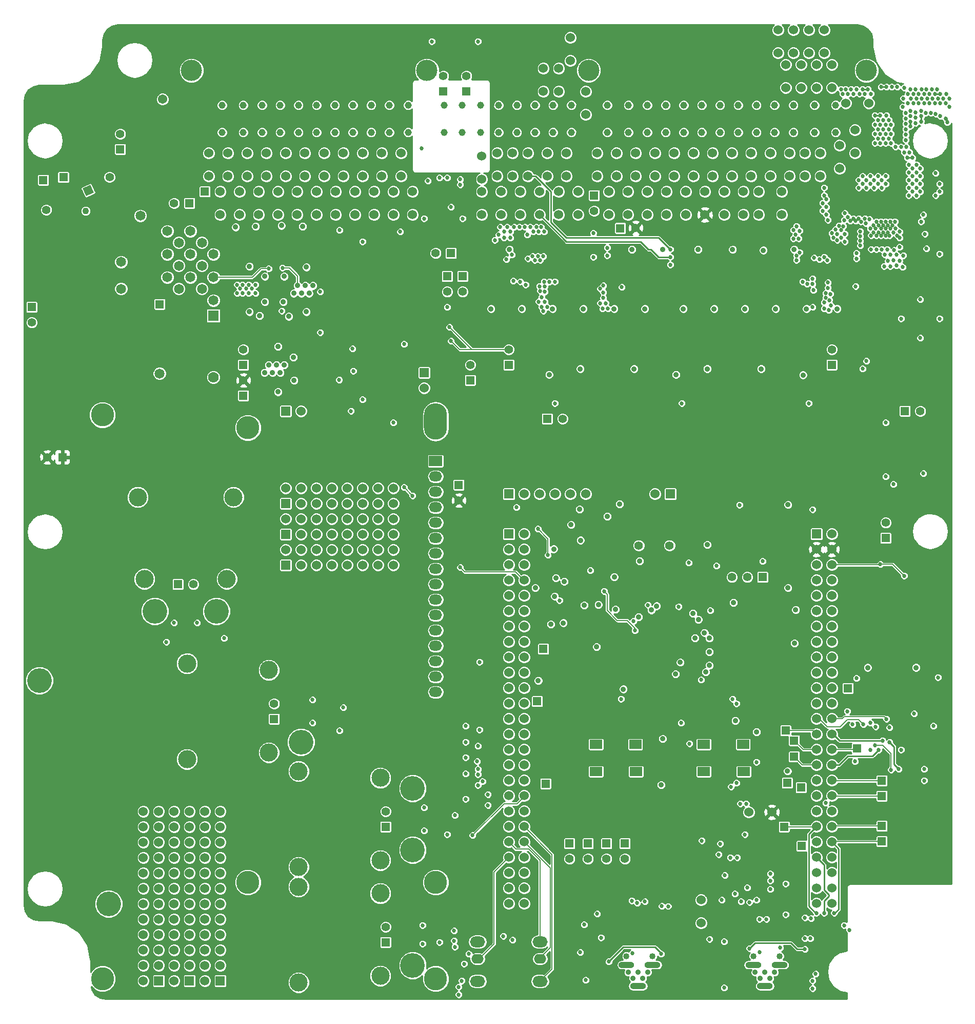
<source format=gbr>
G04 (created by PCBNEW (2013-07-07 BZR 4022)-stable) date 18/12/2014 23:20:11*
%MOIN*%
G04 Gerber Fmt 3.4, Leading zero omitted, Abs format*
%FSLAX34Y34*%
G01*
G70*
G90*
G04 APERTURE LIST*
%ADD10C,0.00393701*%
%ADD11C,0.15*%
%ADD12O,0.085X0.065*%
%ADD13R,0.085X0.065*%
%ADD14O,0.15X0.23622*%
%ADD15C,0.06*%
%ADD16C,0.0453*%
%ADD17C,0.1378*%
%ADD18R,0.055X0.055*%
%ADD19C,0.055*%
%ADD20R,0.06X0.06*%
%ADD21C,0.056*%
%ADD22R,0.0787402X0.0590551*%
%ADD23C,0.07*%
%ADD24R,0.07X0.07*%
%ADD25C,0.035*%
%ADD26C,0.04*%
%ADD27O,0.0787X0.063*%
%ADD28O,0.0984X0.0709*%
%ADD29C,0.1181*%
%ADD30C,0.16*%
%ADD31O,0.103X0.04*%
%ADD32C,0.027*%
%ADD33C,0.043*%
%ADD34C,0.0607*%
%ADD35C,0.065*%
%ADD36C,0.006*%
%ADD37C,0.0085*%
G04 APERTURE END LIST*
G54D10*
G54D11*
X57295Y-42584D03*
X57295Y-72112D03*
X69500Y-72112D03*
G54D12*
X69500Y-58750D03*
X69500Y-59750D03*
G54D13*
X69500Y-44750D03*
G54D12*
X69500Y-45750D03*
X69500Y-46750D03*
X69500Y-47750D03*
X69500Y-48750D03*
X69500Y-49750D03*
X69500Y-50750D03*
X69500Y-51750D03*
X69500Y-52750D03*
X69500Y-53750D03*
X69500Y-54750D03*
X69500Y-55750D03*
X69500Y-56750D03*
X69500Y-57750D03*
G54D14*
X69500Y-42167D03*
G54D11*
X69500Y-78364D03*
X47845Y-41750D03*
X47846Y-78364D03*
G54D15*
X78000Y-24750D03*
X78000Y-26250D03*
X61000Y-24750D03*
X61000Y-26250D03*
X59750Y-24750D03*
X59750Y-26250D03*
X58500Y-24750D03*
X58500Y-26250D03*
X57250Y-24750D03*
X57250Y-26250D03*
X54750Y-24750D03*
X54750Y-26250D03*
X56000Y-24750D03*
X56000Y-26250D03*
X87000Y-27250D03*
X87000Y-28750D03*
G54D16*
X55621Y-21628D03*
X55621Y-23400D03*
X56998Y-23400D03*
X56998Y-21628D03*
X61762Y-21628D03*
X61762Y-23400D03*
X60581Y-23400D03*
X60581Y-21628D03*
X58219Y-21628D03*
X58219Y-23400D03*
X59400Y-23400D03*
X59400Y-21628D03*
X64124Y-21628D03*
X64124Y-23400D03*
X62943Y-23400D03*
X62943Y-21628D03*
X65305Y-21628D03*
X65305Y-23400D03*
X66486Y-23400D03*
X66486Y-21628D03*
X73592Y-21628D03*
X73592Y-23400D03*
X72411Y-23400D03*
X72411Y-21628D03*
X70049Y-21628D03*
X70049Y-23400D03*
X71230Y-23400D03*
X71230Y-21628D03*
X75955Y-21628D03*
X75955Y-23400D03*
X74774Y-23400D03*
X74774Y-21628D03*
X77136Y-21628D03*
X77136Y-23400D03*
X67707Y-21628D03*
X67707Y-23400D03*
X78317Y-23400D03*
X78317Y-21628D03*
X82036Y-23400D03*
X82036Y-21628D03*
X80658Y-23400D03*
X80658Y-21628D03*
X86801Y-23400D03*
X86801Y-21628D03*
X85620Y-23400D03*
X85620Y-21628D03*
X83258Y-23400D03*
X83258Y-21628D03*
X84439Y-23400D03*
X84439Y-21628D03*
X89163Y-23400D03*
X89163Y-21628D03*
X87982Y-23400D03*
X87982Y-21628D03*
X90344Y-23400D03*
X90344Y-21628D03*
X91525Y-23400D03*
X91525Y-21628D03*
X92746Y-23400D03*
X92746Y-21628D03*
X94124Y-23400D03*
X94124Y-21628D03*
G54D17*
X53632Y-19384D03*
X68927Y-19384D03*
X79439Y-19384D03*
G54D16*
X95502Y-23400D03*
X95502Y-21628D03*
G54D17*
X97490Y-19384D03*
G54D15*
X75500Y-24750D03*
X75500Y-26250D03*
X77500Y-27250D03*
X77500Y-28750D03*
X76750Y-24750D03*
X76750Y-26250D03*
X78750Y-27250D03*
X78750Y-28750D03*
X80750Y-27250D03*
X80750Y-28750D03*
X80000Y-24750D03*
X80000Y-26250D03*
X82000Y-27250D03*
X82000Y-28750D03*
X81250Y-24750D03*
X81250Y-26250D03*
X83250Y-27250D03*
X83250Y-28750D03*
X82500Y-24750D03*
X82500Y-26250D03*
X84500Y-27250D03*
X84500Y-28750D03*
X83750Y-24750D03*
X83750Y-26250D03*
X85750Y-27250D03*
X85750Y-28750D03*
X85000Y-24750D03*
X85000Y-26250D03*
X76250Y-27250D03*
X76250Y-28750D03*
X86250Y-24750D03*
X86250Y-26250D03*
X88250Y-27250D03*
X88250Y-28750D03*
X87500Y-24750D03*
X87500Y-26250D03*
X89500Y-27250D03*
X89500Y-28750D03*
X88750Y-24750D03*
X88750Y-26250D03*
X90500Y-27250D03*
X90500Y-28750D03*
X90000Y-24750D03*
X90000Y-26250D03*
X92000Y-27250D03*
X92000Y-28750D03*
X91250Y-24750D03*
X91250Y-26250D03*
X93500Y-24750D03*
X93500Y-26250D03*
X92500Y-24750D03*
X92500Y-26250D03*
X95750Y-24250D03*
X95750Y-25750D03*
X94500Y-24750D03*
X94500Y-26250D03*
X96750Y-23250D03*
X96750Y-24750D03*
X96150Y-21500D03*
X97650Y-21500D03*
X65500Y-27250D03*
X65500Y-28750D03*
X56750Y-27250D03*
X56750Y-28750D03*
X58000Y-27250D03*
X58000Y-28750D03*
X59250Y-27250D03*
X59250Y-28750D03*
X60500Y-27250D03*
X60500Y-28750D03*
X61750Y-27250D03*
X61750Y-28750D03*
X63000Y-27250D03*
X63000Y-28750D03*
X62250Y-24750D03*
X62250Y-26250D03*
X64250Y-27250D03*
X64250Y-28750D03*
X63500Y-24750D03*
X63500Y-26250D03*
X55500Y-27250D03*
X55500Y-28750D03*
X64750Y-24750D03*
X64750Y-26250D03*
X66750Y-27250D03*
X66750Y-28750D03*
X66000Y-24750D03*
X66000Y-26250D03*
X68000Y-27250D03*
X68000Y-28750D03*
X67250Y-24750D03*
X67250Y-26250D03*
X72500Y-27250D03*
X72500Y-28750D03*
X72500Y-24950D03*
X72500Y-26450D03*
G54D18*
X74250Y-38500D03*
G54D19*
X74250Y-37500D03*
G54D18*
X95250Y-38500D03*
G54D19*
X95250Y-37500D03*
G54D18*
X70500Y-31250D03*
G54D19*
X69500Y-31250D03*
G54D18*
X78200Y-69584D03*
G54D19*
X78200Y-70584D03*
G54D18*
X79400Y-69584D03*
G54D19*
X79400Y-70584D03*
G54D18*
X80600Y-69584D03*
G54D19*
X80600Y-70584D03*
G54D18*
X81800Y-69584D03*
G54D19*
X81800Y-70584D03*
G54D18*
X90750Y-52284D03*
G54D19*
X89750Y-52284D03*
X88750Y-52284D03*
G54D20*
X74250Y-49484D03*
G54D15*
X75250Y-49484D03*
X74250Y-50484D03*
X75250Y-50484D03*
X74250Y-51484D03*
X75250Y-51484D03*
X74250Y-52484D03*
X75250Y-52484D03*
X74250Y-53484D03*
X75250Y-53484D03*
X74250Y-54484D03*
X75250Y-54484D03*
X74250Y-55484D03*
X75250Y-55484D03*
X74250Y-56484D03*
X75250Y-56484D03*
X74250Y-57484D03*
X75250Y-57484D03*
X74250Y-58484D03*
X75250Y-58484D03*
X74250Y-59484D03*
X75250Y-59484D03*
X74250Y-60484D03*
X75250Y-60484D03*
X74250Y-61484D03*
X75250Y-61484D03*
X74250Y-62484D03*
X75250Y-62484D03*
X74250Y-63484D03*
X75250Y-63484D03*
X74250Y-64484D03*
X75250Y-64484D03*
X74250Y-65484D03*
X75250Y-65484D03*
X74250Y-66484D03*
X75250Y-66484D03*
X74250Y-67484D03*
X75250Y-67484D03*
X74250Y-68484D03*
X75250Y-68484D03*
X74250Y-69484D03*
X75250Y-69484D03*
X74250Y-70484D03*
X75250Y-70484D03*
X74250Y-71484D03*
X75250Y-71484D03*
X74250Y-72484D03*
X75250Y-72484D03*
X74250Y-73484D03*
X75250Y-73484D03*
G54D20*
X94250Y-49484D03*
G54D15*
X95250Y-49484D03*
X94250Y-50484D03*
X95250Y-50484D03*
X94250Y-51484D03*
X95250Y-51484D03*
X94250Y-52484D03*
X95250Y-52484D03*
X94250Y-53484D03*
X95250Y-53484D03*
X94250Y-54484D03*
X95250Y-54484D03*
X94250Y-55484D03*
X95250Y-55484D03*
X94250Y-56484D03*
X95250Y-56484D03*
X94250Y-57484D03*
X95250Y-57484D03*
X94250Y-58484D03*
X95250Y-58484D03*
X94250Y-59484D03*
X95250Y-59484D03*
X94250Y-60484D03*
X95250Y-60484D03*
X94250Y-61484D03*
X95250Y-61484D03*
X94250Y-62484D03*
X95250Y-62484D03*
X94250Y-63484D03*
X95250Y-63484D03*
X94250Y-64484D03*
X95250Y-64484D03*
X94250Y-65484D03*
X95250Y-65484D03*
X94250Y-66484D03*
X95250Y-66484D03*
X94250Y-67484D03*
X95250Y-67484D03*
X94250Y-68484D03*
X95250Y-68484D03*
X94250Y-69484D03*
X95250Y-69484D03*
X94250Y-70484D03*
X95250Y-70484D03*
X94250Y-71484D03*
X95250Y-71484D03*
X94250Y-72484D03*
X95250Y-72484D03*
X94250Y-73484D03*
X95250Y-73484D03*
G54D20*
X84750Y-46884D03*
G54D15*
X83750Y-46884D03*
G54D20*
X74250Y-46884D03*
G54D15*
X75250Y-46884D03*
X76250Y-46884D03*
X77250Y-46884D03*
X78250Y-46884D03*
X79250Y-46884D03*
G54D21*
X82700Y-50234D03*
X84700Y-50234D03*
G54D22*
X86920Y-63148D03*
X89479Y-63148D03*
X89518Y-64919D03*
X86920Y-64919D03*
X79920Y-63148D03*
X82479Y-63148D03*
X82518Y-64919D03*
X79920Y-64919D03*
G54D18*
X51556Y-34560D03*
G54D23*
X55056Y-39310D03*
G54D24*
X55056Y-35310D03*
G54D10*
G36*
X46782Y-27541D02*
X46550Y-27043D01*
X47048Y-26810D01*
X47281Y-27309D01*
X46782Y-27541D01*
X46782Y-27541D01*
G37*
G54D19*
X44196Y-28443D03*
G54D18*
X45306Y-26310D03*
G54D19*
X48306Y-26310D03*
G54D18*
X53500Y-28000D03*
G54D19*
X52500Y-28000D03*
G54D20*
X59750Y-41500D03*
G54D15*
X60750Y-41500D03*
G54D18*
X76750Y-42000D03*
G54D19*
X77750Y-42000D03*
G54D18*
X71750Y-39500D03*
G54D19*
X71750Y-38500D03*
G54D25*
X97576Y-58158D03*
X100725Y-58158D03*
G54D18*
X81500Y-29625D03*
G54D19*
X82500Y-29600D03*
G54D18*
X79800Y-27500D03*
G54D19*
X79800Y-28500D03*
G54D18*
X100000Y-41500D03*
G54D19*
X101000Y-41500D03*
G54D18*
X57000Y-38500D03*
G54D19*
X57000Y-37500D03*
G54D18*
X57000Y-40500D03*
G54D19*
X57000Y-39500D03*
G54D20*
X68750Y-39000D03*
G54D15*
X68750Y-40000D03*
X74500Y-24750D03*
X74500Y-26250D03*
X75000Y-27250D03*
X75000Y-28750D03*
X73500Y-24750D03*
X73500Y-26250D03*
X73750Y-27250D03*
X73750Y-28750D03*
G54D26*
X81900Y-76900D03*
X83600Y-76900D03*
X90150Y-76900D03*
X91850Y-76900D03*
G54D18*
X71500Y-20750D03*
G54D19*
X71500Y-19750D03*
G54D18*
X70000Y-20750D03*
G54D19*
X70000Y-19750D03*
G54D27*
X72222Y-77072D03*
X76278Y-77072D03*
G54D28*
X76278Y-75970D03*
X72222Y-75970D03*
X76278Y-78530D03*
X72222Y-78530D03*
G54D18*
X70250Y-32750D03*
G54D19*
X70250Y-33750D03*
G54D18*
X71250Y-32750D03*
G54D19*
X71250Y-33750D03*
G54D18*
X71000Y-46300D03*
G54D19*
X71000Y-47300D03*
G54D18*
X92800Y-62900D03*
X93300Y-69750D03*
X96300Y-59500D03*
X92250Y-62250D03*
X96900Y-63400D03*
X92800Y-63950D03*
X98500Y-65500D03*
X92350Y-65650D03*
X98500Y-66500D03*
X93250Y-65950D03*
X76650Y-65700D03*
X76100Y-60350D03*
X76500Y-56950D03*
X98500Y-68450D03*
X92150Y-68500D03*
X98500Y-69450D03*
G54D29*
X60593Y-78610D03*
X60593Y-72390D03*
X65907Y-78177D03*
X65907Y-72823D03*
G54D18*
X66250Y-76000D03*
G54D19*
X66250Y-75000D03*
G54D30*
X68000Y-77500D03*
X48250Y-73500D03*
G54D29*
X60593Y-71110D03*
X60593Y-64890D03*
X65907Y-70677D03*
X65907Y-65323D03*
G54D18*
X66250Y-68500D03*
G54D19*
X66250Y-67500D03*
G54D30*
X68000Y-70000D03*
X68000Y-66000D03*
G54D29*
X53343Y-64110D03*
X53343Y-57890D03*
X58657Y-63677D03*
X58657Y-58323D03*
G54D18*
X59000Y-61500D03*
G54D19*
X59000Y-60500D03*
G54D30*
X43750Y-59000D03*
X60750Y-63000D03*
G54D29*
X50140Y-47093D03*
X56360Y-47093D03*
X50573Y-52407D03*
X55927Y-52407D03*
G54D18*
X52750Y-52750D03*
G54D19*
X53750Y-52750D03*
G54D30*
X55250Y-54500D03*
X51250Y-54500D03*
G54D18*
X54500Y-27250D03*
X44000Y-26500D03*
G54D15*
X86750Y-73250D03*
X86750Y-74750D03*
X89850Y-67550D03*
X91350Y-67550D03*
G54D20*
X51500Y-78500D03*
G54D15*
X50500Y-78500D03*
X51500Y-77500D03*
X50500Y-77500D03*
X51500Y-76500D03*
X50500Y-76500D03*
X51500Y-75500D03*
X50500Y-75500D03*
X51500Y-74500D03*
X50500Y-74500D03*
X51500Y-73500D03*
X50500Y-73500D03*
X51500Y-72500D03*
X50500Y-72500D03*
X51500Y-71500D03*
X50500Y-71500D03*
X51500Y-70500D03*
X50500Y-70500D03*
X51500Y-69500D03*
X50500Y-69500D03*
X51500Y-68500D03*
X50500Y-68500D03*
X51500Y-67500D03*
X50500Y-67500D03*
G54D20*
X53500Y-78500D03*
G54D15*
X52500Y-78500D03*
X53500Y-77500D03*
X52500Y-77500D03*
X53500Y-76500D03*
X52500Y-76500D03*
X53500Y-75500D03*
X52500Y-75500D03*
X53500Y-74500D03*
X52500Y-74500D03*
X53500Y-73500D03*
X52500Y-73500D03*
X53500Y-72500D03*
X52500Y-72500D03*
X53500Y-71500D03*
X52500Y-71500D03*
X53500Y-70500D03*
X52500Y-70500D03*
X53500Y-69500D03*
X52500Y-69500D03*
X53500Y-68500D03*
X52500Y-68500D03*
X53500Y-67500D03*
X52500Y-67500D03*
G54D20*
X55500Y-78500D03*
G54D15*
X54500Y-78500D03*
X55500Y-77500D03*
X54500Y-77500D03*
X55500Y-76500D03*
X54500Y-76500D03*
X55500Y-75500D03*
X54500Y-75500D03*
X55500Y-74500D03*
X54500Y-74500D03*
X55500Y-73500D03*
X54500Y-73500D03*
X55500Y-72500D03*
X54500Y-72500D03*
X55500Y-71500D03*
X54500Y-71500D03*
X55500Y-70500D03*
X54500Y-70500D03*
X55500Y-69500D03*
X54500Y-69500D03*
X55500Y-68500D03*
X54500Y-68500D03*
X55500Y-67500D03*
X54500Y-67500D03*
G54D20*
X59750Y-47500D03*
G54D15*
X59750Y-46500D03*
X60750Y-47500D03*
X60750Y-46500D03*
X61750Y-47500D03*
X61750Y-46500D03*
X62750Y-47500D03*
X62750Y-46500D03*
X63750Y-47500D03*
X63750Y-46500D03*
X64750Y-47500D03*
X64750Y-46500D03*
X65750Y-47500D03*
X65750Y-46500D03*
X66750Y-47500D03*
X66750Y-46500D03*
G54D20*
X59750Y-49500D03*
G54D15*
X59750Y-48500D03*
X60750Y-49500D03*
X60750Y-48500D03*
X61750Y-49500D03*
X61750Y-48500D03*
X62750Y-49500D03*
X62750Y-48500D03*
X63750Y-49500D03*
X63750Y-48500D03*
X64750Y-49500D03*
X64750Y-48500D03*
X65750Y-49500D03*
X65750Y-48500D03*
X66750Y-49500D03*
X66750Y-48500D03*
G54D20*
X59750Y-51500D03*
G54D15*
X59750Y-50500D03*
X60750Y-51500D03*
X60750Y-50500D03*
X61750Y-51500D03*
X61750Y-50500D03*
X62750Y-51500D03*
X62750Y-50500D03*
X63750Y-51500D03*
X63750Y-50500D03*
X64750Y-51500D03*
X64750Y-50500D03*
X65750Y-51500D03*
X65750Y-50500D03*
X66750Y-51500D03*
X66750Y-50500D03*
G54D18*
X49000Y-24500D03*
G54D19*
X49000Y-23500D03*
G54D18*
X43250Y-34750D03*
G54D19*
X43250Y-35750D03*
G54D18*
X45250Y-44500D03*
G54D19*
X44250Y-44500D03*
G54D18*
X98750Y-49750D03*
G54D19*
X98750Y-48750D03*
G54D15*
X94250Y-19000D03*
X94250Y-20500D03*
X93750Y-16750D03*
X93750Y-18250D03*
X92750Y-16750D03*
X92750Y-18250D03*
X93250Y-19000D03*
X93250Y-20500D03*
X95250Y-19000D03*
X95250Y-20500D03*
X94750Y-16750D03*
X94750Y-18250D03*
X76500Y-19250D03*
X76500Y-20750D03*
X77500Y-19250D03*
X77500Y-20750D03*
X78250Y-17250D03*
X78250Y-18750D03*
X79250Y-20750D03*
X79250Y-22250D03*
X91750Y-16750D03*
X91750Y-18250D03*
X92250Y-19000D03*
X92250Y-20500D03*
G54D25*
X90270Y-77953D03*
X90585Y-78346D03*
X90900Y-77953D03*
X91214Y-78346D03*
X91529Y-77953D03*
G54D31*
X90900Y-78838D03*
X90151Y-77461D03*
X91844Y-77461D03*
G54D25*
X82020Y-77953D03*
X82335Y-78346D03*
X82650Y-77953D03*
X82964Y-78346D03*
X83279Y-77953D03*
G54D31*
X82650Y-78838D03*
X81901Y-77461D03*
X83594Y-77461D03*
G54D25*
X76170Y-59004D03*
X77800Y-55259D03*
G54D32*
X84750Y-32000D03*
X92700Y-29000D03*
X62800Y-40550D03*
X68250Y-33750D03*
X68500Y-38000D03*
X63000Y-42250D03*
X91200Y-68700D03*
X84500Y-72500D03*
X72750Y-33750D03*
X70400Y-17600D03*
X71800Y-17600D03*
X93000Y-40250D03*
X84000Y-41000D03*
X75800Y-41000D03*
X71500Y-30250D03*
X68500Y-30250D03*
X76950Y-33950D03*
X77300Y-33950D03*
X75100Y-33950D03*
X74600Y-32350D03*
X93000Y-33632D03*
X45250Y-38750D03*
X45500Y-39000D03*
X45750Y-39250D03*
X46000Y-39500D03*
X45000Y-38500D03*
X44750Y-38250D03*
X69600Y-27450D03*
X87250Y-30100D03*
X74350Y-28000D03*
X76000Y-29200D03*
X90900Y-30050D03*
X92650Y-27500D03*
X99600Y-24650D03*
X100000Y-27850D03*
X94700Y-50050D03*
X94750Y-72950D03*
X72250Y-65800D03*
X64000Y-41500D03*
X64750Y-40750D03*
X67200Y-29850D03*
X63250Y-29750D03*
X67450Y-46450D03*
X68000Y-47000D03*
X71100Y-51650D03*
G54D33*
X46750Y-28500D03*
G54D25*
X83866Y-54158D03*
X75975Y-52984D03*
X80073Y-54068D03*
X77850Y-52564D03*
X77235Y-53529D03*
G54D32*
X101250Y-65500D03*
X52500Y-55250D03*
X68750Y-68750D03*
X61500Y-61750D03*
X99000Y-63000D03*
X99600Y-64750D03*
X68650Y-76100D03*
X99950Y-52200D03*
X99000Y-62050D03*
X98400Y-51450D03*
X97250Y-38750D03*
X84750Y-31500D03*
X98750Y-42250D03*
X97500Y-38250D03*
X84750Y-31000D03*
X97750Y-61750D03*
X97750Y-63500D03*
X101200Y-45550D03*
X96250Y-61000D03*
X62000Y-33750D03*
X59500Y-35000D03*
X96050Y-74900D03*
X71450Y-66700D03*
X71450Y-65050D03*
X73900Y-75600D03*
X96400Y-75200D03*
G54D25*
X85400Y-57821D03*
G54D32*
X71450Y-64000D03*
X71450Y-61950D03*
X71450Y-63000D03*
G54D25*
X58400Y-32755D03*
X57400Y-32105D03*
X61100Y-32155D03*
X59650Y-32755D03*
X60250Y-38005D03*
X59250Y-37305D03*
X86225Y-54634D03*
X86576Y-55038D03*
G54D32*
X80450Y-53200D03*
X76800Y-50850D03*
X82450Y-55750D03*
X74750Y-47750D03*
X76150Y-49150D03*
X101400Y-30950D03*
X101050Y-29200D03*
X99850Y-21750D03*
X102250Y-31300D03*
X91250Y-71550D03*
X91250Y-72000D03*
X98300Y-63500D03*
X91000Y-74500D03*
X90550Y-74500D03*
X88950Y-72850D03*
X88300Y-71650D03*
X89900Y-73400D03*
X91250Y-72550D03*
X90550Y-76650D03*
G54D25*
X92825Y-56584D03*
G54D32*
X84610Y-73660D03*
X89680Y-66990D03*
X88700Y-65900D03*
X82250Y-73300D03*
X89050Y-65650D03*
X83100Y-73350D03*
X82300Y-76700D03*
X84200Y-73650D03*
X89300Y-67000D03*
X72250Y-65100D03*
X72900Y-66400D03*
X72550Y-65550D03*
X72900Y-67100D03*
X52000Y-56500D03*
X63250Y-62250D03*
X70250Y-69000D03*
X69750Y-76000D03*
X99750Y-63500D03*
X70750Y-76300D03*
X98550Y-62900D03*
G54D25*
X87284Y-56253D03*
G54D32*
X98800Y-61500D03*
X88650Y-70500D03*
X87900Y-70300D03*
X94850Y-66950D03*
X93850Y-75750D03*
X93900Y-74450D03*
X74500Y-75850D03*
X70250Y-34750D03*
X78900Y-76650D03*
X93500Y-74400D03*
X93500Y-75750D03*
G54D25*
X90350Y-62334D03*
X85095Y-58580D03*
X87289Y-58019D03*
X87058Y-58451D03*
X87289Y-57143D03*
G54D32*
X72250Y-63250D03*
X72200Y-64250D03*
X72250Y-64750D03*
X72350Y-57800D03*
X72350Y-62200D03*
X90750Y-51250D03*
G54D25*
X88850Y-53934D03*
X77175Y-50459D03*
X81700Y-59559D03*
X88975Y-61609D03*
X84150Y-65784D03*
X81185Y-54384D03*
X83522Y-54423D03*
G54D32*
X70700Y-75900D03*
X71900Y-69050D03*
X99100Y-64800D03*
X93500Y-76450D03*
X89900Y-76400D03*
X84150Y-76750D03*
X80750Y-77250D03*
X98050Y-63200D03*
X97300Y-61850D03*
X71650Y-76750D03*
X70700Y-75250D03*
X55750Y-56250D03*
X63500Y-60750D03*
X70750Y-67750D03*
X71350Y-77400D03*
X94200Y-78050D03*
X94250Y-74100D03*
X71200Y-78500D03*
G54D25*
X86969Y-55895D03*
G54D32*
X94750Y-74100D03*
X94000Y-78500D03*
X71000Y-78900D03*
X95400Y-74100D03*
X94000Y-79000D03*
X71000Y-79400D03*
G54D25*
X86351Y-56242D03*
G54D32*
X85290Y-54198D03*
X86000Y-63100D03*
X90350Y-64300D03*
X81550Y-60200D03*
X89050Y-60500D03*
X88800Y-60200D03*
X86750Y-58950D03*
X77550Y-53800D03*
X87350Y-54450D03*
X82350Y-55150D03*
X83300Y-54100D03*
X94000Y-47900D03*
X89250Y-47600D03*
X79550Y-51850D03*
X85950Y-51350D03*
G54D25*
X87150Y-50184D03*
G54D32*
X102250Y-35500D03*
X101000Y-36750D03*
X99750Y-35500D03*
X101000Y-34250D03*
G54D34*
X51750Y-21250D03*
G54D32*
X62000Y-36400D03*
X72250Y-17500D03*
X69250Y-17500D03*
X88000Y-69600D03*
X89100Y-70500D03*
X86800Y-69400D03*
X89750Y-72450D03*
X64750Y-30500D03*
X87750Y-51550D03*
X54000Y-55250D03*
X68750Y-67250D03*
X61500Y-60250D03*
X99400Y-24350D03*
X100150Y-25050D03*
X100300Y-24700D03*
X99950Y-24700D03*
X100100Y-24350D03*
X99750Y-24350D03*
X100500Y-25050D03*
X98750Y-23500D03*
X98400Y-23500D03*
X98800Y-22300D03*
X98950Y-22600D03*
X98600Y-22600D03*
X98250Y-22600D03*
X98050Y-22900D03*
X98400Y-22900D03*
X98750Y-22900D03*
X99100Y-22900D03*
X98950Y-23200D03*
X98600Y-23200D03*
X98250Y-23200D03*
X98050Y-23500D03*
X100050Y-23200D03*
X100050Y-22850D03*
X100050Y-22500D03*
X100050Y-22150D03*
X102300Y-22350D03*
X102000Y-22200D03*
X100700Y-22450D03*
X100700Y-22800D03*
X100350Y-22700D03*
X100350Y-23000D03*
X100350Y-22350D03*
X100350Y-22000D03*
X100700Y-22100D03*
X101050Y-22000D03*
X101050Y-22350D03*
X101050Y-22700D03*
X101350Y-22150D03*
X101700Y-22150D03*
X102650Y-22500D03*
X102750Y-22750D03*
X100050Y-23550D03*
X100050Y-23900D03*
X99100Y-23500D03*
X98950Y-23800D03*
X98600Y-23800D03*
X98250Y-23800D03*
X98050Y-24100D03*
X98400Y-24100D03*
X98750Y-24100D03*
X98400Y-22300D03*
X98050Y-22300D03*
X102300Y-21500D03*
X102650Y-21500D03*
X100550Y-21500D03*
X100200Y-21500D03*
X99900Y-21200D03*
X101950Y-21500D03*
X101600Y-21500D03*
X101250Y-21500D03*
X100900Y-21500D03*
X101450Y-21200D03*
X101800Y-21200D03*
X101100Y-21200D03*
X100750Y-21200D03*
X100400Y-21200D03*
X100200Y-20900D03*
X100550Y-20900D03*
X100900Y-20900D03*
X99950Y-20500D03*
X100350Y-20600D03*
X100700Y-20600D03*
X101100Y-20600D03*
X101400Y-20600D03*
X101750Y-20600D03*
X102100Y-20600D03*
X102700Y-20900D03*
X102300Y-20900D03*
X101950Y-20900D03*
X101600Y-20900D03*
X101250Y-20900D03*
X99500Y-20450D03*
X99150Y-20450D03*
X102900Y-21750D03*
X102900Y-21200D03*
X102500Y-21200D03*
X102150Y-21200D03*
X97800Y-20900D03*
X97400Y-20900D03*
X97050Y-20900D03*
X96650Y-20900D03*
X95850Y-20600D03*
X95950Y-20900D03*
X96300Y-20900D03*
X96150Y-20600D03*
X96500Y-20600D03*
X97600Y-20600D03*
X97250Y-20600D03*
X96850Y-20600D03*
X98800Y-20450D03*
X98450Y-20450D03*
X102250Y-26750D03*
X102250Y-27250D03*
X102000Y-27500D03*
X99200Y-29450D03*
X98900Y-29450D03*
X98600Y-29450D03*
X98300Y-29450D03*
X97950Y-29450D03*
X98150Y-29200D03*
X98450Y-29200D03*
X98750Y-29200D03*
X99050Y-29200D03*
X99350Y-29200D03*
X97800Y-30100D03*
X98150Y-30100D03*
X98450Y-30100D03*
X98750Y-30100D03*
X99000Y-30100D03*
X99250Y-29900D03*
X98900Y-29900D03*
X98600Y-29900D03*
X98300Y-29900D03*
X97950Y-29900D03*
X97750Y-29650D03*
X98100Y-29650D03*
X98450Y-29650D03*
X98750Y-29650D03*
X99050Y-29650D03*
X99400Y-29650D03*
X99650Y-29850D03*
X99500Y-30100D03*
X99650Y-30250D03*
X68650Y-74900D03*
X99100Y-24100D03*
X98100Y-62000D03*
X102150Y-58800D03*
X96850Y-58850D03*
X96600Y-61850D03*
X101850Y-61950D03*
X100600Y-61150D03*
X64150Y-38900D03*
X67450Y-37150D03*
X64100Y-37450D03*
X63225Y-39475D03*
X80000Y-74150D03*
X79150Y-74850D03*
X101250Y-64750D03*
X96750Y-64250D03*
X88250Y-78950D03*
X88250Y-75950D03*
X82600Y-73450D03*
X85500Y-41000D03*
X93750Y-41000D03*
X77250Y-41000D03*
X59550Y-32200D03*
G54D35*
X54306Y-32060D03*
X55056Y-32810D03*
G54D32*
X58650Y-32250D03*
X70500Y-36950D03*
X70400Y-36050D03*
X85450Y-61750D03*
X76500Y-31450D03*
X76300Y-31700D03*
X75950Y-31700D03*
X75500Y-31600D03*
X75800Y-31450D03*
X76150Y-31450D03*
X87300Y-75800D03*
X92250Y-72200D03*
X92250Y-74200D03*
X98750Y-45750D03*
X56600Y-33300D03*
X56950Y-33300D03*
X57350Y-33300D03*
X57800Y-33300D03*
X57550Y-33550D03*
X57200Y-33550D03*
X56800Y-33555D03*
X56600Y-33850D03*
X56950Y-33850D03*
X57350Y-33850D03*
X57800Y-33850D03*
X70500Y-28250D03*
X68750Y-29000D03*
X71250Y-29000D03*
X91900Y-76350D03*
X89350Y-73350D03*
X88100Y-73250D03*
X79250Y-78450D03*
X80250Y-75700D03*
X99250Y-46250D03*
X73350Y-30400D03*
X73600Y-30050D03*
X73700Y-29550D03*
X74150Y-29550D03*
X73950Y-29850D03*
X73950Y-30250D03*
X74350Y-30250D03*
X74350Y-29850D03*
X74600Y-29550D03*
X74950Y-29550D03*
X75300Y-29550D03*
X75650Y-29550D03*
X76050Y-29550D03*
X76350Y-29550D03*
X76550Y-29850D03*
X76200Y-29850D03*
X75850Y-29850D03*
X75450Y-30050D03*
X66750Y-42250D03*
X79750Y-29950D03*
X81600Y-33450D03*
X80700Y-34850D03*
X80350Y-34850D03*
X80200Y-34500D03*
X80550Y-34500D03*
X80400Y-34150D03*
X80400Y-33800D03*
X80200Y-33550D03*
X80400Y-33350D03*
X74100Y-31650D03*
X74450Y-31350D03*
X80650Y-30900D03*
X80650Y-31400D03*
X76500Y-35000D03*
X76400Y-34750D03*
X76750Y-34750D03*
X76200Y-34400D03*
X76600Y-34400D03*
X76400Y-34100D03*
X76300Y-33700D03*
X76600Y-33750D03*
X76600Y-33400D03*
X77250Y-33100D03*
X76900Y-33100D03*
X76550Y-33100D03*
X76250Y-33400D03*
X74550Y-33050D03*
X75000Y-33100D03*
X75350Y-33300D03*
X93100Y-30300D03*
X92750Y-30300D03*
X92900Y-30050D03*
X93150Y-29800D03*
X92750Y-29750D03*
X92950Y-29500D03*
X96800Y-33400D03*
G54D25*
X93600Y-34857D03*
X92800Y-31007D03*
G54D32*
X92950Y-31700D03*
X92950Y-31400D03*
X93150Y-31200D03*
X94000Y-32900D03*
X94100Y-31550D03*
X94450Y-31650D03*
X94750Y-31500D03*
X94950Y-31700D03*
X94000Y-33250D03*
X93350Y-33100D03*
X93650Y-33250D03*
X94050Y-33650D03*
X94750Y-34850D03*
X95050Y-34950D03*
X95200Y-34650D03*
X94750Y-34450D03*
X95100Y-34300D03*
X94850Y-34150D03*
X95150Y-33900D03*
X94850Y-33850D03*
X95000Y-33150D03*
X95000Y-33500D03*
X101300Y-30000D03*
X99850Y-32150D03*
X99900Y-31400D03*
X99650Y-31750D03*
X99450Y-32050D03*
X99050Y-32100D03*
X98650Y-32100D03*
X98900Y-31750D03*
X99250Y-31700D03*
X99650Y-30850D03*
X99450Y-31350D03*
X99300Y-31050D03*
X99050Y-31350D03*
X98700Y-31350D03*
X98850Y-31000D03*
X98500Y-31000D03*
X98150Y-31000D03*
X97800Y-31000D03*
X97700Y-29050D03*
X97450Y-29300D03*
X97400Y-29000D03*
X97150Y-29200D03*
X97000Y-29000D03*
X96800Y-29150D03*
X96650Y-29000D03*
X96450Y-29150D03*
X96300Y-28900D03*
X96100Y-28650D03*
X96050Y-29100D03*
X96850Y-31600D03*
X96850Y-31250D03*
X97100Y-30750D03*
X97100Y-30450D03*
X97100Y-30150D03*
X97100Y-29837D03*
X96100Y-30500D03*
X96100Y-30000D03*
X96000Y-29500D03*
X95850Y-29750D03*
X95600Y-30000D03*
X95850Y-30250D03*
X95713Y-29463D03*
X95500Y-29700D03*
X95240Y-29950D03*
X95347Y-30252D03*
X95600Y-30400D03*
X95000Y-29100D03*
X94750Y-27000D03*
X94750Y-27500D03*
X94650Y-28500D03*
X94650Y-28000D03*
X94900Y-27750D03*
X94900Y-28250D03*
X94900Y-28750D03*
X101000Y-27250D03*
X101000Y-26750D03*
X101000Y-26250D03*
X101000Y-25750D03*
X100750Y-25500D03*
X100750Y-26000D03*
X100750Y-26500D03*
X100750Y-27000D03*
X100250Y-27500D03*
X100750Y-27500D03*
X100500Y-27250D03*
X100500Y-26750D03*
X100500Y-26250D03*
X100500Y-25750D03*
X100250Y-25500D03*
X100250Y-26000D03*
X100250Y-26500D03*
X100250Y-27000D03*
X98750Y-26250D03*
X98250Y-26250D03*
X97750Y-26250D03*
X97250Y-26250D03*
X97000Y-26500D03*
X97500Y-26500D03*
X98000Y-26500D03*
X98500Y-26500D03*
X98750Y-26750D03*
X98500Y-27000D03*
X98250Y-26750D03*
X98000Y-27000D03*
X97750Y-26750D03*
X97500Y-27000D03*
X97250Y-26750D03*
X97000Y-27000D03*
X79750Y-31500D03*
X94000Y-34750D03*
G54D25*
X92370Y-64884D03*
X77310Y-52344D03*
X79961Y-56815D03*
X92400Y-52984D03*
X92900Y-54409D03*
X82750Y-51234D03*
X92400Y-47584D03*
X81107Y-52276D03*
X78300Y-48884D03*
X81450Y-47534D03*
X80650Y-48334D03*
X78850Y-47884D03*
X78914Y-49892D03*
G54D35*
X51556Y-39060D03*
X49056Y-33560D03*
X49056Y-31810D03*
X52056Y-31310D03*
X52056Y-29810D03*
X53556Y-29810D03*
X52806Y-30560D03*
X53556Y-31310D03*
X52806Y-32060D03*
X52056Y-32810D03*
X52806Y-33560D03*
X53556Y-32810D03*
X55056Y-34310D03*
X54306Y-33560D03*
X55056Y-31310D03*
X54306Y-30560D03*
X50306Y-28810D03*
G54D25*
X90800Y-31057D03*
X88800Y-31007D03*
X86550Y-31007D03*
X84250Y-31007D03*
X82250Y-31007D03*
X74300Y-31007D03*
X78900Y-38757D03*
X73100Y-34857D03*
X75100Y-34857D03*
X77100Y-34857D03*
X79100Y-34857D03*
X81100Y-34857D03*
X83100Y-34857D03*
X85600Y-34857D03*
X87600Y-34857D03*
X89600Y-34857D03*
X91600Y-34857D03*
X82400Y-38757D03*
X87150Y-38757D03*
X90650Y-38757D03*
X95600Y-34857D03*
X93375Y-39157D03*
X85125Y-39132D03*
X76875Y-39132D03*
X60275Y-33855D03*
X60525Y-33355D03*
X60775Y-33855D03*
X61025Y-33355D03*
X61275Y-33855D03*
X61525Y-33355D03*
X59650Y-38505D03*
X59400Y-39005D03*
X59150Y-38505D03*
X58900Y-39005D03*
X58650Y-38505D03*
X58375Y-39005D03*
X57800Y-29505D03*
X59475Y-29455D03*
X60850Y-29505D03*
X56500Y-29555D03*
X58050Y-35305D03*
X59950Y-35355D03*
X59600Y-34405D03*
X58400Y-34405D03*
X57400Y-35055D03*
X61100Y-35055D03*
X59250Y-40255D03*
X60300Y-39505D03*
G54D32*
X101200Y-28750D03*
X102000Y-26050D03*
X89600Y-69000D03*
X90350Y-73250D03*
X71100Y-26450D03*
X71100Y-26800D03*
X70250Y-26350D03*
X68600Y-24450D03*
X69000Y-26550D03*
X69750Y-26350D03*
G54D25*
X76993Y-55349D03*
X84250Y-62784D03*
X82689Y-54867D03*
X79150Y-54115D03*
G54D36*
X75250Y-52484D02*
X75234Y-52484D01*
X68000Y-47000D02*
X67450Y-46450D01*
X71400Y-51950D02*
X71100Y-51650D01*
X74700Y-51950D02*
X71400Y-51950D01*
X75234Y-52484D02*
X74700Y-51950D01*
G54D37*
X99000Y-63000D02*
X99300Y-63300D01*
X99300Y-63300D02*
X99300Y-64450D01*
X99300Y-64450D02*
X99600Y-64750D01*
G54D36*
X98400Y-51450D02*
X99200Y-51450D01*
X99200Y-51450D02*
X99950Y-52200D01*
X95250Y-51484D02*
X98366Y-51484D01*
X98366Y-51484D02*
X98400Y-51450D01*
G54D37*
X78000Y-30500D02*
X76250Y-28750D01*
X84750Y-31500D02*
X84000Y-31500D01*
X84000Y-31500D02*
X83500Y-31000D01*
X83500Y-31000D02*
X83329Y-31000D01*
X83329Y-31000D02*
X82829Y-30500D01*
X82829Y-30500D02*
X78000Y-30500D01*
X84750Y-31000D02*
X84000Y-30250D01*
X84000Y-30250D02*
X78000Y-30250D01*
X78000Y-30250D02*
X77000Y-29250D01*
X77000Y-29250D02*
X77000Y-27250D01*
X77000Y-27250D02*
X76000Y-26250D01*
X76000Y-26250D02*
X75500Y-26250D01*
G54D36*
X76800Y-50850D02*
X76800Y-49800D01*
X82450Y-55600D02*
X81950Y-55100D01*
X81950Y-55100D02*
X81300Y-55100D01*
X81300Y-55100D02*
X80650Y-54450D01*
X80650Y-54450D02*
X80650Y-53400D01*
X80650Y-53400D02*
X80450Y-53200D01*
X82450Y-55750D02*
X82450Y-55600D01*
X76800Y-49800D02*
X76150Y-49150D01*
X92250Y-62250D02*
X94016Y-62250D01*
X94016Y-62250D02*
X94250Y-62484D01*
G54D37*
X95250Y-64484D02*
X95716Y-64484D01*
X97900Y-63900D02*
X98300Y-63500D01*
X96300Y-63900D02*
X97900Y-63900D01*
X95716Y-64484D02*
X96300Y-63900D01*
G54D36*
X98500Y-68450D02*
X95284Y-68450D01*
X95284Y-68450D02*
X95250Y-68484D01*
G54D37*
X95250Y-62484D02*
X95334Y-62484D01*
X95750Y-62900D02*
X98550Y-62900D01*
X95334Y-62484D02*
X95750Y-62900D01*
G54D36*
X95250Y-61484D02*
X95916Y-61484D01*
X98650Y-61350D02*
X98800Y-61500D01*
X96050Y-61350D02*
X98650Y-61350D01*
X95916Y-61484D02*
X96050Y-61350D01*
X98500Y-66500D02*
X95266Y-66500D01*
X95266Y-66500D02*
X95250Y-66484D01*
X76278Y-77072D02*
X76278Y-77022D01*
X76950Y-71184D02*
X75250Y-69484D01*
X76950Y-76350D02*
X76950Y-71184D01*
X76278Y-77022D02*
X76950Y-76350D01*
X72222Y-77072D02*
X72327Y-77072D01*
X73300Y-71434D02*
X74250Y-70484D01*
X73300Y-76100D02*
X73300Y-71434D01*
X72327Y-77072D02*
X73300Y-76100D01*
X98500Y-65500D02*
X95266Y-65500D01*
X95266Y-65500D02*
X95250Y-65484D01*
X94250Y-64484D02*
X93334Y-64484D01*
X93334Y-64484D02*
X92800Y-63950D01*
X94250Y-63484D02*
X93384Y-63484D01*
X93384Y-63484D02*
X92800Y-62900D01*
X95250Y-63484D02*
X96816Y-63484D01*
X96816Y-63484D02*
X96900Y-63400D01*
X76278Y-78530D02*
X76278Y-78522D01*
X77070Y-70304D02*
X75250Y-68484D01*
X77070Y-77729D02*
X77070Y-70304D01*
X76278Y-78522D02*
X77070Y-77729D01*
X76278Y-75970D02*
X76278Y-70681D01*
X74716Y-69950D02*
X74250Y-69484D01*
X75546Y-69950D02*
X74716Y-69950D01*
X76278Y-70681D02*
X75546Y-69950D01*
X75250Y-66484D02*
X75250Y-66550D01*
X73950Y-67000D02*
X71900Y-69050D01*
X74800Y-67000D02*
X73950Y-67000D01*
X75250Y-66550D02*
X74800Y-67000D01*
X99100Y-64800D02*
X99100Y-63750D01*
G54D37*
X93000Y-76450D02*
X93500Y-76450D01*
X92600Y-76050D02*
X93000Y-76450D01*
X90250Y-76050D02*
X92600Y-76050D01*
X89900Y-76400D02*
X90250Y-76050D01*
X84150Y-76700D02*
X84150Y-76750D01*
X83750Y-76300D02*
X84150Y-76700D01*
X81700Y-76300D02*
X83750Y-76300D01*
X80750Y-77250D02*
X81700Y-76300D01*
G54D36*
X98550Y-63200D02*
X98050Y-63200D01*
X99100Y-63750D02*
X98550Y-63200D01*
X94250Y-61484D02*
X94434Y-61484D01*
X94434Y-61484D02*
X94950Y-62000D01*
X94950Y-62000D02*
X95800Y-62000D01*
X95800Y-62000D02*
X96250Y-61550D01*
X96250Y-61550D02*
X97000Y-61550D01*
X97000Y-61550D02*
X97300Y-61850D01*
G54D37*
X94250Y-74100D02*
X94200Y-74100D01*
X93750Y-68984D02*
X94250Y-68484D01*
X93750Y-73650D02*
X93750Y-68984D01*
X94200Y-74100D02*
X93750Y-73650D01*
G54D36*
X92150Y-68500D02*
X94234Y-68500D01*
X94234Y-68500D02*
X94250Y-68484D01*
G54D37*
X94750Y-74100D02*
X94750Y-73300D01*
X94750Y-70984D02*
X94250Y-70484D01*
X94750Y-72600D02*
X94750Y-70984D01*
X95050Y-72900D02*
X94750Y-72600D01*
X95050Y-73000D02*
X95050Y-72900D01*
X94750Y-73300D02*
X95050Y-73000D01*
X95400Y-74100D02*
X95450Y-74100D01*
X95700Y-69934D02*
X95250Y-69484D01*
X95700Y-73850D02*
X95700Y-69934D01*
X95450Y-74100D02*
X95700Y-73850D01*
G54D36*
X98500Y-69450D02*
X95284Y-69450D01*
X95284Y-69450D02*
X95250Y-69484D01*
G54D37*
X100150Y-25050D02*
X100500Y-25050D01*
X100350Y-22700D02*
X100350Y-23000D01*
X101050Y-22350D02*
X101050Y-22700D01*
X102750Y-22600D02*
X102750Y-22750D01*
X102650Y-22500D02*
X102750Y-22600D01*
X98400Y-22300D02*
X98050Y-22300D01*
X101950Y-20900D02*
X102300Y-20900D01*
X97250Y-20600D02*
X97600Y-20600D01*
X98800Y-20450D02*
X98450Y-20450D01*
G54D36*
X60525Y-33355D02*
X60525Y-32725D01*
X60000Y-32200D02*
X59550Y-32200D01*
X60525Y-32725D02*
X60000Y-32200D01*
X55056Y-32810D02*
X57589Y-32810D01*
X58150Y-32250D02*
X58650Y-32250D01*
X57589Y-32810D02*
X58150Y-32250D01*
X74250Y-37500D02*
X71050Y-37500D01*
X71050Y-37500D02*
X70500Y-36950D01*
X74250Y-37500D02*
X71850Y-37500D01*
X71850Y-37500D02*
X70400Y-36050D01*
G54D10*
G36*
X94859Y-72950D02*
X94629Y-73179D01*
X94597Y-73227D01*
X94492Y-73121D01*
X94335Y-73056D01*
X94165Y-73056D01*
X94008Y-73121D01*
X93920Y-73209D01*
X93920Y-72758D01*
X94007Y-72846D01*
X94164Y-72911D01*
X94334Y-72911D01*
X94491Y-72846D01*
X94612Y-72726D01*
X94620Y-72706D01*
X94629Y-72720D01*
X94859Y-72950D01*
X94859Y-72950D01*
G37*
G54D37*
X94859Y-72950D02*
X94629Y-73179D01*
X94597Y-73227D01*
X94492Y-73121D01*
X94335Y-73056D01*
X94165Y-73056D01*
X94008Y-73121D01*
X93920Y-73209D01*
X93920Y-72758D01*
X94007Y-72846D01*
X94164Y-72911D01*
X94334Y-72911D01*
X94491Y-72846D01*
X94612Y-72726D01*
X94620Y-72706D01*
X94629Y-72720D01*
X94859Y-72950D01*
G54D10*
G36*
X103010Y-72207D02*
X102820Y-72207D01*
X102820Y-49348D01*
X102820Y-49309D01*
X102820Y-49270D01*
X102820Y-49270D01*
X102820Y-49269D01*
X102745Y-48894D01*
X102745Y-48892D01*
X102715Y-48819D01*
X102512Y-48516D01*
X102512Y-35448D01*
X102512Y-31248D01*
X102512Y-27198D01*
X102472Y-27101D01*
X102398Y-27027D01*
X102332Y-26999D01*
X102398Y-26972D01*
X102472Y-26898D01*
X102512Y-26802D01*
X102512Y-26698D01*
X102472Y-26601D01*
X102398Y-26527D01*
X102302Y-26487D01*
X102262Y-26487D01*
X102262Y-25998D01*
X102222Y-25901D01*
X102148Y-25827D01*
X102052Y-25787D01*
X101948Y-25787D01*
X101851Y-25827D01*
X101777Y-25901D01*
X101737Y-25997D01*
X101737Y-26101D01*
X101777Y-26198D01*
X101851Y-26272D01*
X101947Y-26312D01*
X102051Y-26312D01*
X102148Y-26272D01*
X102222Y-26198D01*
X102262Y-26102D01*
X102262Y-25998D01*
X102262Y-26487D01*
X102198Y-26487D01*
X102101Y-26527D01*
X102027Y-26601D01*
X101987Y-26697D01*
X101987Y-26801D01*
X102027Y-26898D01*
X102101Y-26972D01*
X102167Y-27000D01*
X102101Y-27027D01*
X102027Y-27101D01*
X101987Y-27197D01*
X101987Y-27237D01*
X101948Y-27237D01*
X101851Y-27277D01*
X101777Y-27351D01*
X101737Y-27447D01*
X101737Y-27551D01*
X101777Y-27648D01*
X101851Y-27722D01*
X101947Y-27762D01*
X102051Y-27762D01*
X102148Y-27722D01*
X102222Y-27648D01*
X102262Y-27552D01*
X102262Y-27512D01*
X102301Y-27512D01*
X102398Y-27472D01*
X102472Y-27398D01*
X102512Y-27302D01*
X102512Y-27198D01*
X102512Y-31248D01*
X102472Y-31151D01*
X102398Y-31077D01*
X102302Y-31037D01*
X102198Y-31037D01*
X102101Y-31077D01*
X102027Y-31151D01*
X101987Y-31247D01*
X101987Y-31351D01*
X102027Y-31448D01*
X102101Y-31522D01*
X102197Y-31562D01*
X102301Y-31562D01*
X102398Y-31522D01*
X102472Y-31448D01*
X102512Y-31352D01*
X102512Y-31248D01*
X102512Y-35448D01*
X102472Y-35351D01*
X102398Y-35277D01*
X102302Y-35237D01*
X102198Y-35237D01*
X102101Y-35277D01*
X102027Y-35351D01*
X101987Y-35447D01*
X101987Y-35551D01*
X102027Y-35648D01*
X102101Y-35722D01*
X102197Y-35762D01*
X102301Y-35762D01*
X102398Y-35722D01*
X102472Y-35648D01*
X102512Y-35552D01*
X102512Y-35448D01*
X102512Y-48516D01*
X102501Y-48500D01*
X102445Y-48444D01*
X102444Y-48443D01*
X102126Y-48231D01*
X102053Y-48200D01*
X102051Y-48200D01*
X101677Y-48126D01*
X101676Y-48125D01*
X101662Y-48125D01*
X101662Y-30898D01*
X101622Y-30801D01*
X101562Y-30741D01*
X101562Y-29948D01*
X101522Y-29851D01*
X101462Y-29791D01*
X101462Y-28698D01*
X101422Y-28601D01*
X101348Y-28527D01*
X101252Y-28487D01*
X101148Y-28487D01*
X101051Y-28527D01*
X100977Y-28601D01*
X100937Y-28697D01*
X100937Y-28801D01*
X100977Y-28898D01*
X101016Y-28937D01*
X100998Y-28937D01*
X100901Y-28977D01*
X100827Y-29051D01*
X100787Y-29147D01*
X100787Y-29251D01*
X100827Y-29348D01*
X100901Y-29422D01*
X100997Y-29462D01*
X101101Y-29462D01*
X101198Y-29422D01*
X101272Y-29348D01*
X101312Y-29252D01*
X101312Y-29148D01*
X101272Y-29051D01*
X101233Y-29012D01*
X101251Y-29012D01*
X101348Y-28972D01*
X101422Y-28898D01*
X101462Y-28802D01*
X101462Y-28698D01*
X101462Y-29791D01*
X101448Y-29777D01*
X101352Y-29737D01*
X101248Y-29737D01*
X101151Y-29777D01*
X101077Y-29851D01*
X101037Y-29947D01*
X101037Y-30051D01*
X101077Y-30148D01*
X101151Y-30222D01*
X101247Y-30262D01*
X101351Y-30262D01*
X101448Y-30222D01*
X101522Y-30148D01*
X101562Y-30052D01*
X101562Y-29948D01*
X101562Y-30741D01*
X101548Y-30727D01*
X101452Y-30687D01*
X101348Y-30687D01*
X101251Y-30727D01*
X101177Y-30801D01*
X101137Y-30897D01*
X101137Y-31001D01*
X101177Y-31098D01*
X101251Y-31172D01*
X101347Y-31212D01*
X101451Y-31212D01*
X101548Y-31172D01*
X101622Y-31098D01*
X101662Y-31002D01*
X101662Y-30898D01*
X101662Y-48125D01*
X101597Y-48125D01*
X101462Y-48152D01*
X101462Y-45498D01*
X101422Y-45401D01*
X101402Y-45381D01*
X101402Y-41420D01*
X101341Y-41272D01*
X101262Y-41193D01*
X101262Y-36698D01*
X101262Y-34198D01*
X101222Y-34101D01*
X101148Y-34027D01*
X101052Y-33987D01*
X100948Y-33987D01*
X100851Y-34027D01*
X100777Y-34101D01*
X100737Y-34197D01*
X100737Y-34301D01*
X100777Y-34398D01*
X100851Y-34472D01*
X100947Y-34512D01*
X101051Y-34512D01*
X101148Y-34472D01*
X101222Y-34398D01*
X101262Y-34302D01*
X101262Y-34198D01*
X101262Y-36698D01*
X101222Y-36601D01*
X101148Y-36527D01*
X101052Y-36487D01*
X100948Y-36487D01*
X100851Y-36527D01*
X100777Y-36601D01*
X100737Y-36697D01*
X100737Y-36801D01*
X100777Y-36898D01*
X100851Y-36972D01*
X100947Y-37012D01*
X101051Y-37012D01*
X101148Y-36972D01*
X101222Y-36898D01*
X101262Y-36802D01*
X101262Y-36698D01*
X101262Y-41193D01*
X101228Y-41158D01*
X101080Y-41097D01*
X100920Y-41097D01*
X100772Y-41158D01*
X100658Y-41271D01*
X100597Y-41419D01*
X100597Y-41579D01*
X100658Y-41727D01*
X100771Y-41841D01*
X100919Y-41902D01*
X101079Y-41902D01*
X101227Y-41841D01*
X101341Y-41728D01*
X101402Y-41580D01*
X101402Y-41420D01*
X101402Y-45381D01*
X101348Y-45327D01*
X101252Y-45287D01*
X101148Y-45287D01*
X101051Y-45327D01*
X100977Y-45401D01*
X100937Y-45497D01*
X100937Y-45601D01*
X100977Y-45698D01*
X101051Y-45772D01*
X101147Y-45812D01*
X101251Y-45812D01*
X101348Y-45772D01*
X101422Y-45698D01*
X101462Y-45602D01*
X101462Y-45498D01*
X101462Y-48152D01*
X101221Y-48200D01*
X101220Y-48200D01*
X101147Y-48230D01*
X100827Y-48444D01*
X100771Y-48500D01*
X100771Y-48502D01*
X100558Y-48819D01*
X100528Y-48892D01*
X100528Y-48894D01*
X100453Y-49269D01*
X100453Y-49270D01*
X100453Y-49270D01*
X100453Y-49309D01*
X100453Y-49348D01*
X100453Y-49349D01*
X100453Y-49349D01*
X100528Y-49724D01*
X100528Y-49726D01*
X100558Y-49799D01*
X100771Y-50116D01*
X100771Y-50118D01*
X100827Y-50174D01*
X101147Y-50388D01*
X101220Y-50418D01*
X101221Y-50418D01*
X101597Y-50493D01*
X101676Y-50493D01*
X101677Y-50492D01*
X102051Y-50418D01*
X102053Y-50418D01*
X102126Y-50387D01*
X102444Y-50175D01*
X102445Y-50174D01*
X102501Y-50118D01*
X102715Y-49799D01*
X102745Y-49726D01*
X102745Y-49724D01*
X102820Y-49349D01*
X102820Y-49348D01*
X102820Y-49348D01*
X102820Y-72207D01*
X102412Y-72207D01*
X102412Y-58748D01*
X102372Y-58651D01*
X102298Y-58577D01*
X102202Y-58537D01*
X102098Y-58537D01*
X102001Y-58577D01*
X101927Y-58651D01*
X101887Y-58747D01*
X101887Y-58851D01*
X101927Y-58948D01*
X102001Y-59022D01*
X102097Y-59062D01*
X102201Y-59062D01*
X102298Y-59022D01*
X102372Y-58948D01*
X102412Y-58852D01*
X102412Y-58748D01*
X102412Y-72207D01*
X102112Y-72207D01*
X102112Y-61898D01*
X102072Y-61801D01*
X101998Y-61727D01*
X101902Y-61687D01*
X101798Y-61687D01*
X101701Y-61727D01*
X101627Y-61801D01*
X101587Y-61897D01*
X101587Y-62001D01*
X101627Y-62098D01*
X101701Y-62172D01*
X101797Y-62212D01*
X101901Y-62212D01*
X101998Y-62172D01*
X102072Y-62098D01*
X102112Y-62002D01*
X102112Y-61898D01*
X102112Y-72207D01*
X101512Y-72207D01*
X101512Y-65448D01*
X101512Y-64698D01*
X101472Y-64601D01*
X101398Y-64527D01*
X101302Y-64487D01*
X101198Y-64487D01*
X101101Y-64527D01*
X101028Y-64600D01*
X101028Y-58098D01*
X100982Y-57987D01*
X100897Y-57902D01*
X100786Y-57856D01*
X100666Y-57856D01*
X100554Y-57902D01*
X100469Y-57987D01*
X100423Y-58098D01*
X100423Y-58218D01*
X100469Y-58329D01*
X100554Y-58414D01*
X100665Y-58461D01*
X100785Y-58461D01*
X100897Y-58415D01*
X100982Y-58330D01*
X101028Y-58219D01*
X101028Y-58098D01*
X101028Y-64600D01*
X101027Y-64601D01*
X100987Y-64697D01*
X100987Y-64801D01*
X101027Y-64898D01*
X101101Y-64972D01*
X101197Y-65012D01*
X101301Y-65012D01*
X101398Y-64972D01*
X101472Y-64898D01*
X101512Y-64802D01*
X101512Y-64698D01*
X101512Y-65448D01*
X101472Y-65351D01*
X101398Y-65277D01*
X101302Y-65237D01*
X101198Y-65237D01*
X101101Y-65277D01*
X101027Y-65351D01*
X100987Y-65447D01*
X100987Y-65551D01*
X101027Y-65648D01*
X101101Y-65722D01*
X101197Y-65762D01*
X101301Y-65762D01*
X101398Y-65722D01*
X101472Y-65648D01*
X101512Y-65552D01*
X101512Y-65448D01*
X101512Y-72207D01*
X100862Y-72207D01*
X100862Y-61098D01*
X100822Y-61001D01*
X100748Y-60927D01*
X100652Y-60887D01*
X100548Y-60887D01*
X100451Y-60927D01*
X100402Y-60976D01*
X100402Y-41749D01*
X100402Y-41199D01*
X100383Y-41152D01*
X100347Y-41116D01*
X100300Y-41097D01*
X100249Y-41097D01*
X100162Y-41097D01*
X100162Y-31348D01*
X100122Y-31251D01*
X100048Y-31177D01*
X99952Y-31137D01*
X99848Y-31137D01*
X99751Y-31177D01*
X99688Y-31240D01*
X99672Y-31201D01*
X99598Y-31127D01*
X99558Y-31110D01*
X99562Y-31102D01*
X99562Y-31097D01*
X99597Y-31112D01*
X99701Y-31112D01*
X99798Y-31072D01*
X99872Y-30998D01*
X99912Y-30902D01*
X99912Y-30798D01*
X99912Y-30198D01*
X99872Y-30101D01*
X99821Y-30049D01*
X99872Y-29998D01*
X99912Y-29902D01*
X99912Y-29798D01*
X99872Y-29701D01*
X99798Y-29627D01*
X99702Y-29587D01*
X99658Y-29587D01*
X99622Y-29501D01*
X99548Y-29427D01*
X99509Y-29411D01*
X99572Y-29348D01*
X99612Y-29252D01*
X99612Y-29148D01*
X99572Y-29051D01*
X99498Y-28977D01*
X99402Y-28937D01*
X99298Y-28937D01*
X99201Y-28977D01*
X99200Y-28978D01*
X99198Y-28977D01*
X99102Y-28937D01*
X99012Y-28937D01*
X99012Y-26698D01*
X98972Y-26601D01*
X98898Y-26527D01*
X98832Y-26499D01*
X98898Y-26472D01*
X98972Y-26398D01*
X99012Y-26302D01*
X99012Y-26198D01*
X98972Y-26101D01*
X98898Y-26027D01*
X98802Y-25987D01*
X98698Y-25987D01*
X98601Y-26027D01*
X98527Y-26101D01*
X98499Y-26167D01*
X98472Y-26101D01*
X98398Y-26027D01*
X98302Y-25987D01*
X98198Y-25987D01*
X98101Y-26027D01*
X98027Y-26101D01*
X97999Y-26167D01*
X97972Y-26101D01*
X97898Y-26027D01*
X97802Y-25987D01*
X97698Y-25987D01*
X97601Y-26027D01*
X97527Y-26101D01*
X97499Y-26167D01*
X97472Y-26101D01*
X97398Y-26027D01*
X97302Y-25987D01*
X97198Y-25987D01*
X97177Y-25995D01*
X97177Y-24665D01*
X97177Y-23165D01*
X97112Y-23008D01*
X96992Y-22887D01*
X96835Y-22822D01*
X96665Y-22822D01*
X96508Y-22887D01*
X96387Y-23007D01*
X96322Y-23164D01*
X96322Y-23334D01*
X96387Y-23491D01*
X96507Y-23612D01*
X96664Y-23677D01*
X96834Y-23677D01*
X96991Y-23612D01*
X97112Y-23492D01*
X97177Y-23335D01*
X97177Y-23165D01*
X97177Y-24665D01*
X97112Y-24508D01*
X96992Y-24387D01*
X96835Y-24322D01*
X96665Y-24322D01*
X96508Y-24387D01*
X96387Y-24507D01*
X96322Y-24664D01*
X96322Y-24834D01*
X96387Y-24991D01*
X96507Y-25112D01*
X96664Y-25177D01*
X96834Y-25177D01*
X96991Y-25112D01*
X97112Y-24992D01*
X97177Y-24835D01*
X97177Y-24665D01*
X97177Y-25995D01*
X97101Y-26027D01*
X97027Y-26101D01*
X96987Y-26197D01*
X96987Y-26237D01*
X96948Y-26237D01*
X96851Y-26277D01*
X96777Y-26351D01*
X96737Y-26447D01*
X96737Y-26551D01*
X96777Y-26648D01*
X96851Y-26722D01*
X96917Y-26750D01*
X96851Y-26777D01*
X96777Y-26851D01*
X96737Y-26947D01*
X96737Y-27051D01*
X96777Y-27148D01*
X96851Y-27222D01*
X96947Y-27262D01*
X97051Y-27262D01*
X97148Y-27222D01*
X97222Y-27148D01*
X97250Y-27082D01*
X97277Y-27148D01*
X97351Y-27222D01*
X97447Y-27262D01*
X97551Y-27262D01*
X97648Y-27222D01*
X97722Y-27148D01*
X97750Y-27082D01*
X97777Y-27148D01*
X97851Y-27222D01*
X97947Y-27262D01*
X98051Y-27262D01*
X98148Y-27222D01*
X98222Y-27148D01*
X98250Y-27082D01*
X98277Y-27148D01*
X98351Y-27222D01*
X98447Y-27262D01*
X98551Y-27262D01*
X98648Y-27222D01*
X98722Y-27148D01*
X98762Y-27052D01*
X98762Y-27012D01*
X98801Y-27012D01*
X98898Y-26972D01*
X98972Y-26898D01*
X99012Y-26802D01*
X99012Y-26698D01*
X99012Y-28937D01*
X98998Y-28937D01*
X98901Y-28977D01*
X98900Y-28978D01*
X98898Y-28977D01*
X98802Y-28937D01*
X98698Y-28937D01*
X98601Y-28977D01*
X98600Y-28978D01*
X98598Y-28977D01*
X98502Y-28937D01*
X98398Y-28937D01*
X98301Y-28977D01*
X98300Y-28978D01*
X98298Y-28977D01*
X98202Y-28937D01*
X98098Y-28937D01*
X98001Y-28977D01*
X97962Y-29016D01*
X97962Y-28998D01*
X97922Y-28901D01*
X97848Y-28827D01*
X97752Y-28787D01*
X97648Y-28787D01*
X97584Y-28813D01*
X97548Y-28777D01*
X97452Y-28737D01*
X97348Y-28737D01*
X97251Y-28777D01*
X97199Y-28828D01*
X97148Y-28777D01*
X97052Y-28737D01*
X96948Y-28737D01*
X96851Y-28777D01*
X96825Y-28803D01*
X96798Y-28777D01*
X96702Y-28737D01*
X96598Y-28737D01*
X96528Y-28766D01*
X96522Y-28751D01*
X96448Y-28677D01*
X96362Y-28641D01*
X96362Y-28598D01*
X96322Y-28501D01*
X96248Y-28427D01*
X96177Y-28397D01*
X96177Y-25665D01*
X96177Y-24165D01*
X96112Y-24008D01*
X95992Y-23887D01*
X95856Y-23831D01*
X95856Y-23329D01*
X95802Y-23199D01*
X95702Y-23100D01*
X95572Y-23046D01*
X95431Y-23045D01*
X95301Y-23099D01*
X95202Y-23199D01*
X95148Y-23329D01*
X95147Y-23470D01*
X95201Y-23600D01*
X95301Y-23699D01*
X95431Y-23753D01*
X95572Y-23754D01*
X95702Y-23700D01*
X95801Y-23600D01*
X95855Y-23470D01*
X95856Y-23329D01*
X95856Y-23831D01*
X95835Y-23822D01*
X95665Y-23822D01*
X95508Y-23887D01*
X95387Y-24007D01*
X95322Y-24164D01*
X95322Y-24334D01*
X95387Y-24491D01*
X95507Y-24612D01*
X95664Y-24677D01*
X95834Y-24677D01*
X95991Y-24612D01*
X96112Y-24492D01*
X96177Y-24335D01*
X96177Y-24165D01*
X96177Y-25665D01*
X96112Y-25508D01*
X95992Y-25387D01*
X95835Y-25322D01*
X95665Y-25322D01*
X95508Y-25387D01*
X95387Y-25507D01*
X95322Y-25664D01*
X95322Y-25834D01*
X95387Y-25991D01*
X95507Y-26112D01*
X95664Y-26177D01*
X95834Y-26177D01*
X95991Y-26112D01*
X96112Y-25992D01*
X96177Y-25835D01*
X96177Y-25665D01*
X96177Y-28397D01*
X96152Y-28387D01*
X96048Y-28387D01*
X95951Y-28427D01*
X95877Y-28501D01*
X95837Y-28597D01*
X95837Y-28701D01*
X95877Y-28798D01*
X95940Y-28861D01*
X95901Y-28877D01*
X95827Y-28951D01*
X95787Y-29047D01*
X95787Y-29151D01*
X95816Y-29222D01*
X95766Y-29201D01*
X95661Y-29201D01*
X95565Y-29240D01*
X95491Y-29314D01*
X95451Y-29411D01*
X95451Y-29437D01*
X95448Y-29437D01*
X95351Y-29477D01*
X95277Y-29551D01*
X95262Y-29587D01*
X95262Y-29048D01*
X95222Y-28951D01*
X95148Y-28877D01*
X95133Y-28871D01*
X95162Y-28802D01*
X95162Y-28698D01*
X95122Y-28601D01*
X95048Y-28527D01*
X94982Y-28499D01*
X95048Y-28472D01*
X95122Y-28398D01*
X95162Y-28302D01*
X95162Y-28198D01*
X95122Y-28101D01*
X95048Y-28027D01*
X94982Y-27999D01*
X95048Y-27972D01*
X95122Y-27898D01*
X95162Y-27802D01*
X95162Y-27698D01*
X95122Y-27601D01*
X95048Y-27527D01*
X95012Y-27512D01*
X95012Y-27448D01*
X94972Y-27351D01*
X94898Y-27277D01*
X94832Y-27249D01*
X94898Y-27222D01*
X94972Y-27148D01*
X95012Y-27052D01*
X95012Y-26948D01*
X94972Y-26851D01*
X94927Y-26806D01*
X94927Y-26165D01*
X94927Y-24665D01*
X94862Y-24508D01*
X94742Y-24387D01*
X94677Y-24360D01*
X94677Y-20415D01*
X94677Y-18915D01*
X94612Y-18758D01*
X94492Y-18637D01*
X94335Y-18572D01*
X94177Y-18572D01*
X94177Y-18165D01*
X94112Y-18008D01*
X93992Y-17887D01*
X93835Y-17822D01*
X93665Y-17822D01*
X93508Y-17887D01*
X93387Y-18007D01*
X93322Y-18164D01*
X93322Y-18334D01*
X93387Y-18491D01*
X93507Y-18612D01*
X93664Y-18677D01*
X93834Y-18677D01*
X93991Y-18612D01*
X94112Y-18492D01*
X94177Y-18335D01*
X94177Y-18165D01*
X94177Y-18572D01*
X94165Y-18572D01*
X94008Y-18637D01*
X93887Y-18757D01*
X93822Y-18914D01*
X93822Y-19084D01*
X93887Y-19241D01*
X94007Y-19362D01*
X94164Y-19427D01*
X94334Y-19427D01*
X94491Y-19362D01*
X94612Y-19242D01*
X94677Y-19085D01*
X94677Y-18915D01*
X94677Y-20415D01*
X94612Y-20258D01*
X94492Y-20137D01*
X94335Y-20072D01*
X94165Y-20072D01*
X94008Y-20137D01*
X93887Y-20257D01*
X93822Y-20414D01*
X93822Y-20584D01*
X93887Y-20741D01*
X94007Y-20862D01*
X94164Y-20927D01*
X94334Y-20927D01*
X94491Y-20862D01*
X94612Y-20742D01*
X94677Y-20585D01*
X94677Y-20415D01*
X94677Y-24360D01*
X94585Y-24322D01*
X94478Y-24322D01*
X94478Y-23329D01*
X94478Y-21557D01*
X94424Y-21427D01*
X94324Y-21328D01*
X94194Y-21274D01*
X94053Y-21273D01*
X93923Y-21327D01*
X93824Y-21427D01*
X93770Y-21557D01*
X93769Y-21698D01*
X93823Y-21828D01*
X93923Y-21927D01*
X94053Y-21981D01*
X94194Y-21982D01*
X94324Y-21928D01*
X94423Y-21828D01*
X94477Y-21698D01*
X94478Y-21557D01*
X94478Y-23329D01*
X94424Y-23199D01*
X94324Y-23100D01*
X94194Y-23046D01*
X94053Y-23045D01*
X93923Y-23099D01*
X93824Y-23199D01*
X93770Y-23329D01*
X93769Y-23470D01*
X93823Y-23600D01*
X93923Y-23699D01*
X94053Y-23753D01*
X94194Y-23754D01*
X94324Y-23700D01*
X94423Y-23600D01*
X94477Y-23470D01*
X94478Y-23329D01*
X94478Y-24322D01*
X94415Y-24322D01*
X94258Y-24387D01*
X94137Y-24507D01*
X94072Y-24664D01*
X94072Y-24834D01*
X94137Y-24991D01*
X94257Y-25112D01*
X94414Y-25177D01*
X94584Y-25177D01*
X94741Y-25112D01*
X94862Y-24992D01*
X94927Y-24835D01*
X94927Y-24665D01*
X94927Y-26165D01*
X94862Y-26008D01*
X94742Y-25887D01*
X94585Y-25822D01*
X94415Y-25822D01*
X94258Y-25887D01*
X94137Y-26007D01*
X94072Y-26164D01*
X94072Y-26334D01*
X94137Y-26491D01*
X94257Y-26612D01*
X94414Y-26677D01*
X94584Y-26677D01*
X94741Y-26612D01*
X94862Y-26492D01*
X94927Y-26335D01*
X94927Y-26165D01*
X94927Y-26806D01*
X94898Y-26777D01*
X94802Y-26737D01*
X94698Y-26737D01*
X94601Y-26777D01*
X94527Y-26851D01*
X94487Y-26947D01*
X94487Y-27051D01*
X94527Y-27148D01*
X94601Y-27222D01*
X94667Y-27250D01*
X94601Y-27277D01*
X94527Y-27351D01*
X94487Y-27447D01*
X94487Y-27551D01*
X94527Y-27648D01*
X94601Y-27722D01*
X94637Y-27737D01*
X94598Y-27737D01*
X94501Y-27777D01*
X94427Y-27851D01*
X94387Y-27947D01*
X94387Y-28051D01*
X94427Y-28148D01*
X94501Y-28222D01*
X94567Y-28250D01*
X94501Y-28277D01*
X94427Y-28351D01*
X94387Y-28447D01*
X94387Y-28551D01*
X94427Y-28648D01*
X94501Y-28722D01*
X94597Y-28762D01*
X94637Y-28762D01*
X94637Y-28801D01*
X94677Y-28898D01*
X94751Y-28972D01*
X94766Y-28978D01*
X94737Y-29047D01*
X94737Y-29151D01*
X94777Y-29248D01*
X94851Y-29322D01*
X94947Y-29362D01*
X95051Y-29362D01*
X95148Y-29322D01*
X95222Y-29248D01*
X95262Y-29152D01*
X95262Y-29048D01*
X95262Y-29587D01*
X95237Y-29647D01*
X95237Y-29687D01*
X95188Y-29687D01*
X95091Y-29727D01*
X95017Y-29801D01*
X94977Y-29897D01*
X94977Y-30001D01*
X95017Y-30098D01*
X95091Y-30172D01*
X95095Y-30174D01*
X95084Y-30200D01*
X95084Y-30304D01*
X95124Y-30401D01*
X95198Y-30475D01*
X95294Y-30515D01*
X95363Y-30515D01*
X95377Y-30548D01*
X95451Y-30622D01*
X95547Y-30662D01*
X95651Y-30662D01*
X95748Y-30622D01*
X95822Y-30548D01*
X95837Y-30512D01*
X95837Y-30551D01*
X95877Y-30648D01*
X95951Y-30722D01*
X96047Y-30762D01*
X96151Y-30762D01*
X96248Y-30722D01*
X96322Y-30648D01*
X96362Y-30552D01*
X96362Y-30448D01*
X96322Y-30351D01*
X96248Y-30277D01*
X96182Y-30249D01*
X96248Y-30222D01*
X96322Y-30148D01*
X96362Y-30052D01*
X96362Y-29948D01*
X96322Y-29851D01*
X96248Y-29777D01*
X96152Y-29737D01*
X96112Y-29737D01*
X96148Y-29722D01*
X96222Y-29648D01*
X96262Y-29552D01*
X96262Y-29448D01*
X96222Y-29351D01*
X96195Y-29324D01*
X96198Y-29322D01*
X96225Y-29295D01*
X96227Y-29298D01*
X96301Y-29372D01*
X96397Y-29412D01*
X96501Y-29412D01*
X96598Y-29372D01*
X96624Y-29346D01*
X96651Y-29372D01*
X96747Y-29412D01*
X96851Y-29412D01*
X96948Y-29372D01*
X96949Y-29371D01*
X97001Y-29422D01*
X97097Y-29462D01*
X97201Y-29462D01*
X97229Y-29451D01*
X97301Y-29522D01*
X97397Y-29562D01*
X97501Y-29562D01*
X97502Y-29562D01*
X97487Y-29597D01*
X97487Y-29701D01*
X97527Y-29798D01*
X97601Y-29872D01*
X97640Y-29888D01*
X97577Y-29951D01*
X97537Y-30047D01*
X97537Y-30151D01*
X97577Y-30248D01*
X97651Y-30322D01*
X97747Y-30362D01*
X97851Y-30362D01*
X97948Y-30322D01*
X97974Y-30296D01*
X98001Y-30322D01*
X98097Y-30362D01*
X98201Y-30362D01*
X98298Y-30322D01*
X98299Y-30321D01*
X98301Y-30322D01*
X98397Y-30362D01*
X98501Y-30362D01*
X98598Y-30322D01*
X98599Y-30321D01*
X98601Y-30322D01*
X98697Y-30362D01*
X98801Y-30362D01*
X98875Y-30332D01*
X98947Y-30362D01*
X99051Y-30362D01*
X99148Y-30322D01*
X99222Y-30248D01*
X99250Y-30182D01*
X99277Y-30248D01*
X99351Y-30322D01*
X99405Y-30344D01*
X99427Y-30398D01*
X99501Y-30472D01*
X99597Y-30512D01*
X99701Y-30512D01*
X99798Y-30472D01*
X99872Y-30398D01*
X99912Y-30302D01*
X99912Y-30198D01*
X99912Y-30798D01*
X99872Y-30701D01*
X99798Y-30627D01*
X99702Y-30587D01*
X99598Y-30587D01*
X99501Y-30627D01*
X99427Y-30701D01*
X99387Y-30797D01*
X99387Y-30802D01*
X99352Y-30787D01*
X99248Y-30787D01*
X99151Y-30827D01*
X99088Y-30890D01*
X99072Y-30851D01*
X98998Y-30777D01*
X98902Y-30737D01*
X98798Y-30737D01*
X98701Y-30777D01*
X98675Y-30803D01*
X98648Y-30777D01*
X98552Y-30737D01*
X98448Y-30737D01*
X98351Y-30777D01*
X98325Y-30803D01*
X98298Y-30777D01*
X98202Y-30737D01*
X98098Y-30737D01*
X98001Y-30777D01*
X97975Y-30803D01*
X97948Y-30777D01*
X97852Y-30737D01*
X97748Y-30737D01*
X97651Y-30777D01*
X97577Y-30851D01*
X97537Y-30947D01*
X97537Y-31051D01*
X97577Y-31148D01*
X97651Y-31222D01*
X97747Y-31262D01*
X97851Y-31262D01*
X97948Y-31222D01*
X97974Y-31196D01*
X98001Y-31222D01*
X98097Y-31262D01*
X98201Y-31262D01*
X98298Y-31222D01*
X98324Y-31196D01*
X98351Y-31222D01*
X98447Y-31262D01*
X98452Y-31262D01*
X98437Y-31297D01*
X98437Y-31401D01*
X98477Y-31498D01*
X98551Y-31572D01*
X98647Y-31612D01*
X98672Y-31612D01*
X98637Y-31697D01*
X98637Y-31801D01*
X98652Y-31837D01*
X98598Y-31837D01*
X98501Y-31877D01*
X98427Y-31951D01*
X98387Y-32047D01*
X98387Y-32151D01*
X98427Y-32248D01*
X98501Y-32322D01*
X98597Y-32362D01*
X98701Y-32362D01*
X98798Y-32322D01*
X98850Y-32271D01*
X98901Y-32322D01*
X98997Y-32362D01*
X99101Y-32362D01*
X99198Y-32322D01*
X99272Y-32248D01*
X99273Y-32245D01*
X99301Y-32272D01*
X99397Y-32312D01*
X99501Y-32312D01*
X99598Y-32272D01*
X99611Y-32259D01*
X99627Y-32298D01*
X99701Y-32372D01*
X99797Y-32412D01*
X99901Y-32412D01*
X99998Y-32372D01*
X100072Y-32298D01*
X100112Y-32202D01*
X100112Y-32098D01*
X100072Y-32001D01*
X99998Y-31927D01*
X99902Y-31887D01*
X99877Y-31887D01*
X99912Y-31802D01*
X99912Y-31698D01*
X99897Y-31662D01*
X99951Y-31662D01*
X100048Y-31622D01*
X100122Y-31548D01*
X100162Y-31452D01*
X100162Y-31348D01*
X100162Y-41097D01*
X100012Y-41097D01*
X100012Y-35448D01*
X99972Y-35351D01*
X99898Y-35277D01*
X99802Y-35237D01*
X99698Y-35237D01*
X99601Y-35277D01*
X99527Y-35351D01*
X99487Y-35447D01*
X99487Y-35551D01*
X99527Y-35648D01*
X99601Y-35722D01*
X99697Y-35762D01*
X99801Y-35762D01*
X99898Y-35722D01*
X99972Y-35648D01*
X100012Y-35552D01*
X100012Y-35448D01*
X100012Y-41097D01*
X99699Y-41097D01*
X99652Y-41116D01*
X99616Y-41152D01*
X99597Y-41199D01*
X99597Y-41250D01*
X99597Y-41800D01*
X99616Y-41847D01*
X99652Y-41883D01*
X99699Y-41902D01*
X99750Y-41902D01*
X100300Y-41902D01*
X100347Y-41883D01*
X100383Y-41847D01*
X100402Y-41800D01*
X100402Y-41749D01*
X100402Y-60976D01*
X100377Y-61001D01*
X100337Y-61097D01*
X100337Y-61201D01*
X100377Y-61298D01*
X100451Y-61372D01*
X100547Y-61412D01*
X100651Y-61412D01*
X100748Y-61372D01*
X100822Y-61298D01*
X100862Y-61202D01*
X100862Y-61098D01*
X100862Y-72207D01*
X100212Y-72207D01*
X100212Y-52148D01*
X100172Y-52051D01*
X100098Y-51977D01*
X100002Y-51937D01*
X99910Y-51937D01*
X99512Y-51539D01*
X99512Y-46198D01*
X99472Y-46101D01*
X99398Y-46027D01*
X99302Y-45987D01*
X99198Y-45987D01*
X99101Y-46027D01*
X99027Y-46101D01*
X99012Y-46137D01*
X99012Y-45698D01*
X99012Y-42198D01*
X98972Y-42101D01*
X98898Y-42027D01*
X98802Y-41987D01*
X98698Y-41987D01*
X98601Y-42027D01*
X98527Y-42101D01*
X98487Y-42197D01*
X98487Y-42301D01*
X98527Y-42398D01*
X98601Y-42472D01*
X98697Y-42512D01*
X98801Y-42512D01*
X98898Y-42472D01*
X98972Y-42398D01*
X99012Y-42302D01*
X99012Y-42198D01*
X99012Y-45698D01*
X98972Y-45601D01*
X98898Y-45527D01*
X98802Y-45487D01*
X98698Y-45487D01*
X98601Y-45527D01*
X98527Y-45601D01*
X98487Y-45697D01*
X98487Y-45801D01*
X98527Y-45898D01*
X98601Y-45972D01*
X98697Y-46012D01*
X98801Y-46012D01*
X98898Y-45972D01*
X98972Y-45898D01*
X99012Y-45802D01*
X99012Y-45698D01*
X99012Y-46137D01*
X98987Y-46197D01*
X98987Y-46301D01*
X99027Y-46398D01*
X99101Y-46472D01*
X99197Y-46512D01*
X99301Y-46512D01*
X99398Y-46472D01*
X99472Y-46398D01*
X99512Y-46302D01*
X99512Y-46198D01*
X99512Y-51539D01*
X99311Y-51338D01*
X99260Y-51304D01*
X99200Y-51292D01*
X99152Y-51292D01*
X99152Y-48670D01*
X99091Y-48522D01*
X98978Y-48408D01*
X98830Y-48347D01*
X98670Y-48347D01*
X98522Y-48408D01*
X98408Y-48521D01*
X98347Y-48669D01*
X98347Y-48829D01*
X98408Y-48977D01*
X98521Y-49091D01*
X98669Y-49152D01*
X98829Y-49152D01*
X98977Y-49091D01*
X99091Y-48978D01*
X99152Y-48830D01*
X99152Y-48670D01*
X99152Y-51292D01*
X99152Y-51292D01*
X99152Y-49999D01*
X99152Y-49449D01*
X99133Y-49402D01*
X99097Y-49366D01*
X99050Y-49347D01*
X98999Y-49347D01*
X98449Y-49347D01*
X98402Y-49366D01*
X98366Y-49402D01*
X98347Y-49449D01*
X98347Y-49500D01*
X98347Y-50050D01*
X98366Y-50097D01*
X98402Y-50133D01*
X98449Y-50152D01*
X98500Y-50152D01*
X99050Y-50152D01*
X99097Y-50133D01*
X99133Y-50097D01*
X99152Y-50050D01*
X99152Y-49999D01*
X99152Y-51292D01*
X98613Y-51292D01*
X98548Y-51227D01*
X98452Y-51187D01*
X98348Y-51187D01*
X98251Y-51227D01*
X98177Y-51301D01*
X98167Y-51326D01*
X97762Y-51326D01*
X97762Y-38198D01*
X97722Y-38101D01*
X97648Y-38027D01*
X97552Y-37987D01*
X97448Y-37987D01*
X97362Y-38022D01*
X97362Y-30698D01*
X97322Y-30601D01*
X97321Y-30600D01*
X97322Y-30598D01*
X97362Y-30502D01*
X97362Y-30398D01*
X97322Y-30301D01*
X97321Y-30300D01*
X97322Y-30298D01*
X97362Y-30202D01*
X97362Y-30098D01*
X97322Y-30001D01*
X97314Y-29993D01*
X97322Y-29986D01*
X97362Y-29889D01*
X97362Y-29785D01*
X97322Y-29689D01*
X97248Y-29615D01*
X97152Y-29575D01*
X97048Y-29574D01*
X96951Y-29614D01*
X96877Y-29688D01*
X96837Y-29785D01*
X96837Y-29889D01*
X96877Y-29986D01*
X96885Y-29993D01*
X96877Y-30001D01*
X96837Y-30097D01*
X96837Y-30201D01*
X96877Y-30298D01*
X96878Y-30299D01*
X96877Y-30301D01*
X96837Y-30397D01*
X96837Y-30501D01*
X96877Y-30598D01*
X96878Y-30599D01*
X96877Y-30601D01*
X96837Y-30697D01*
X96837Y-30801D01*
X96877Y-30898D01*
X96951Y-30972D01*
X97047Y-31012D01*
X97151Y-31012D01*
X97248Y-30972D01*
X97322Y-30898D01*
X97362Y-30802D01*
X97362Y-30698D01*
X97362Y-38022D01*
X97351Y-38027D01*
X97277Y-38101D01*
X97237Y-38197D01*
X97237Y-38301D01*
X97277Y-38398D01*
X97351Y-38472D01*
X97447Y-38512D01*
X97551Y-38512D01*
X97648Y-38472D01*
X97722Y-38398D01*
X97762Y-38302D01*
X97762Y-38198D01*
X97762Y-51326D01*
X97512Y-51326D01*
X97512Y-38698D01*
X97472Y-38601D01*
X97398Y-38527D01*
X97302Y-38487D01*
X97198Y-38487D01*
X97112Y-38522D01*
X97112Y-31548D01*
X97072Y-31451D01*
X97046Y-31425D01*
X97072Y-31398D01*
X97112Y-31302D01*
X97112Y-31198D01*
X97072Y-31101D01*
X96998Y-31027D01*
X96902Y-30987D01*
X96798Y-30987D01*
X96701Y-31027D01*
X96627Y-31101D01*
X96587Y-31197D01*
X96587Y-31301D01*
X96627Y-31398D01*
X96653Y-31424D01*
X96627Y-31451D01*
X96587Y-31547D01*
X96587Y-31651D01*
X96627Y-31748D01*
X96701Y-31822D01*
X96797Y-31862D01*
X96901Y-31862D01*
X96998Y-31822D01*
X97072Y-31748D01*
X97112Y-31652D01*
X97112Y-31548D01*
X97112Y-38522D01*
X97101Y-38527D01*
X97062Y-38566D01*
X97062Y-33348D01*
X97022Y-33251D01*
X96948Y-33177D01*
X96852Y-33137D01*
X96748Y-33137D01*
X96651Y-33177D01*
X96577Y-33251D01*
X96537Y-33347D01*
X96537Y-33451D01*
X96577Y-33548D01*
X96651Y-33622D01*
X96747Y-33662D01*
X96851Y-33662D01*
X96948Y-33622D01*
X97022Y-33548D01*
X97062Y-33452D01*
X97062Y-33348D01*
X97062Y-38566D01*
X97027Y-38601D01*
X96987Y-38697D01*
X96987Y-38801D01*
X97027Y-38898D01*
X97101Y-38972D01*
X97197Y-39012D01*
X97301Y-39012D01*
X97398Y-38972D01*
X97472Y-38898D01*
X97512Y-38802D01*
X97512Y-38698D01*
X97512Y-51326D01*
X95902Y-51326D01*
X95902Y-34797D01*
X95856Y-34686D01*
X95771Y-34601D01*
X95660Y-34555D01*
X95540Y-34555D01*
X95458Y-34588D01*
X95422Y-34501D01*
X95348Y-34427D01*
X95333Y-34421D01*
X95362Y-34352D01*
X95362Y-34248D01*
X95322Y-34151D01*
X95295Y-34124D01*
X95298Y-34122D01*
X95372Y-34048D01*
X95412Y-33952D01*
X95412Y-33848D01*
X95372Y-33751D01*
X95298Y-33677D01*
X95223Y-33646D01*
X95262Y-33552D01*
X95262Y-33448D01*
X95222Y-33351D01*
X95196Y-33325D01*
X95222Y-33298D01*
X95262Y-33202D01*
X95262Y-33098D01*
X95222Y-33001D01*
X95212Y-32991D01*
X95212Y-31648D01*
X95172Y-31551D01*
X95098Y-31477D01*
X95009Y-31440D01*
X94972Y-31351D01*
X94898Y-31277D01*
X94802Y-31237D01*
X94698Y-31237D01*
X94601Y-31277D01*
X94527Y-31351D01*
X94510Y-31391D01*
X94502Y-31387D01*
X94398Y-31387D01*
X94328Y-31416D01*
X94322Y-31401D01*
X94248Y-31327D01*
X94152Y-31287D01*
X94048Y-31287D01*
X93951Y-31327D01*
X93927Y-31351D01*
X93927Y-26165D01*
X93927Y-24665D01*
X93862Y-24508D01*
X93742Y-24387D01*
X93677Y-24360D01*
X93677Y-20415D01*
X93677Y-18915D01*
X93612Y-18758D01*
X93492Y-18637D01*
X93335Y-18572D01*
X93177Y-18572D01*
X93177Y-18165D01*
X93112Y-18008D01*
X92992Y-17887D01*
X92835Y-17822D01*
X92665Y-17822D01*
X92508Y-17887D01*
X92387Y-18007D01*
X92322Y-18164D01*
X92322Y-18334D01*
X92387Y-18491D01*
X92507Y-18612D01*
X92664Y-18677D01*
X92834Y-18677D01*
X92991Y-18612D01*
X93112Y-18492D01*
X93177Y-18335D01*
X93177Y-18165D01*
X93177Y-18572D01*
X93165Y-18572D01*
X93008Y-18637D01*
X92887Y-18757D01*
X92822Y-18914D01*
X92822Y-19084D01*
X92887Y-19241D01*
X93007Y-19362D01*
X93164Y-19427D01*
X93334Y-19427D01*
X93491Y-19362D01*
X93612Y-19242D01*
X93677Y-19085D01*
X93677Y-18915D01*
X93677Y-20415D01*
X93612Y-20258D01*
X93492Y-20137D01*
X93335Y-20072D01*
X93165Y-20072D01*
X93008Y-20137D01*
X92887Y-20257D01*
X92822Y-20414D01*
X92822Y-20584D01*
X92887Y-20741D01*
X93007Y-20862D01*
X93164Y-20927D01*
X93334Y-20927D01*
X93491Y-20862D01*
X93612Y-20742D01*
X93677Y-20585D01*
X93677Y-20415D01*
X93677Y-24360D01*
X93585Y-24322D01*
X93415Y-24322D01*
X93258Y-24387D01*
X93137Y-24507D01*
X93100Y-24598D01*
X93100Y-23329D01*
X93100Y-21557D01*
X93046Y-21427D01*
X92946Y-21328D01*
X92816Y-21274D01*
X92677Y-21273D01*
X92677Y-20415D01*
X92677Y-18915D01*
X92612Y-18758D01*
X92492Y-18637D01*
X92335Y-18572D01*
X92177Y-18572D01*
X92177Y-18165D01*
X92112Y-18008D01*
X91992Y-17887D01*
X91835Y-17822D01*
X91665Y-17822D01*
X91508Y-17887D01*
X91387Y-18007D01*
X91322Y-18164D01*
X91322Y-18334D01*
X91387Y-18491D01*
X91507Y-18612D01*
X91664Y-18677D01*
X91834Y-18677D01*
X91991Y-18612D01*
X92112Y-18492D01*
X92177Y-18335D01*
X92177Y-18165D01*
X92177Y-18572D01*
X92165Y-18572D01*
X92008Y-18637D01*
X91887Y-18757D01*
X91822Y-18914D01*
X91822Y-19084D01*
X91887Y-19241D01*
X92007Y-19362D01*
X92164Y-19427D01*
X92334Y-19427D01*
X92491Y-19362D01*
X92612Y-19242D01*
X92677Y-19085D01*
X92677Y-18915D01*
X92677Y-20415D01*
X92612Y-20258D01*
X92492Y-20137D01*
X92335Y-20072D01*
X92165Y-20072D01*
X92008Y-20137D01*
X91887Y-20257D01*
X91822Y-20414D01*
X91822Y-20584D01*
X91887Y-20741D01*
X92007Y-20862D01*
X92164Y-20927D01*
X92334Y-20927D01*
X92491Y-20862D01*
X92612Y-20742D01*
X92677Y-20585D01*
X92677Y-20415D01*
X92677Y-21273D01*
X92675Y-21273D01*
X92545Y-21327D01*
X92446Y-21427D01*
X92392Y-21557D01*
X92391Y-21698D01*
X92445Y-21828D01*
X92545Y-21927D01*
X92675Y-21981D01*
X92816Y-21982D01*
X92946Y-21928D01*
X93045Y-21828D01*
X93099Y-21698D01*
X93100Y-21557D01*
X93100Y-23329D01*
X93046Y-23199D01*
X92946Y-23100D01*
X92816Y-23046D01*
X92675Y-23045D01*
X92545Y-23099D01*
X92446Y-23199D01*
X92392Y-23329D01*
X92391Y-23470D01*
X92445Y-23600D01*
X92545Y-23699D01*
X92675Y-23753D01*
X92816Y-23754D01*
X92946Y-23700D01*
X93045Y-23600D01*
X93099Y-23470D01*
X93100Y-23329D01*
X93100Y-24598D01*
X93072Y-24664D01*
X93072Y-24834D01*
X93137Y-24991D01*
X93257Y-25112D01*
X93414Y-25177D01*
X93584Y-25177D01*
X93741Y-25112D01*
X93862Y-24992D01*
X93927Y-24835D01*
X93927Y-24665D01*
X93927Y-26165D01*
X93862Y-26008D01*
X93742Y-25887D01*
X93585Y-25822D01*
X93415Y-25822D01*
X93258Y-25887D01*
X93137Y-26007D01*
X93072Y-26164D01*
X93072Y-26334D01*
X93137Y-26491D01*
X93257Y-26612D01*
X93414Y-26677D01*
X93584Y-26677D01*
X93741Y-26612D01*
X93862Y-26492D01*
X93927Y-26335D01*
X93927Y-26165D01*
X93927Y-31351D01*
X93877Y-31401D01*
X93837Y-31497D01*
X93837Y-31601D01*
X93877Y-31698D01*
X93951Y-31772D01*
X94047Y-31812D01*
X94151Y-31812D01*
X94221Y-31783D01*
X94227Y-31798D01*
X94301Y-31872D01*
X94397Y-31912D01*
X94501Y-31912D01*
X94598Y-31872D01*
X94672Y-31798D01*
X94689Y-31758D01*
X94690Y-31759D01*
X94727Y-31848D01*
X94801Y-31922D01*
X94897Y-31962D01*
X95001Y-31962D01*
X95098Y-31922D01*
X95172Y-31848D01*
X95212Y-31752D01*
X95212Y-31648D01*
X95212Y-32991D01*
X95148Y-32927D01*
X95052Y-32887D01*
X94948Y-32887D01*
X94851Y-32927D01*
X94777Y-33001D01*
X94737Y-33097D01*
X94737Y-33201D01*
X94777Y-33298D01*
X94803Y-33324D01*
X94777Y-33351D01*
X94737Y-33447D01*
X94737Y-33551D01*
X94758Y-33603D01*
X94701Y-33627D01*
X94627Y-33701D01*
X94587Y-33797D01*
X94587Y-33901D01*
X94627Y-33998D01*
X94628Y-33999D01*
X94627Y-34001D01*
X94587Y-34097D01*
X94587Y-34201D01*
X94598Y-34229D01*
X94527Y-34301D01*
X94487Y-34397D01*
X94487Y-34501D01*
X94527Y-34598D01*
X94578Y-34650D01*
X94527Y-34701D01*
X94487Y-34797D01*
X94487Y-34901D01*
X94527Y-34998D01*
X94601Y-35072D01*
X94697Y-35112D01*
X94801Y-35112D01*
X94829Y-35101D01*
X94901Y-35172D01*
X94997Y-35212D01*
X95101Y-35212D01*
X95198Y-35172D01*
X95272Y-35098D01*
X95312Y-35002D01*
X95312Y-34954D01*
X95343Y-35029D01*
X95428Y-35114D01*
X95539Y-35160D01*
X95659Y-35160D01*
X95771Y-35114D01*
X95856Y-35029D01*
X95902Y-34918D01*
X95902Y-34797D01*
X95902Y-51326D01*
X95798Y-51326D01*
X95798Y-50556D01*
X95784Y-50341D01*
X95728Y-50207D01*
X95677Y-50191D01*
X95677Y-49399D01*
X95652Y-49338D01*
X95652Y-37420D01*
X95591Y-37272D01*
X95478Y-37158D01*
X95330Y-37097D01*
X95170Y-37097D01*
X95022Y-37158D01*
X94908Y-37271D01*
X94847Y-37419D01*
X94847Y-37579D01*
X94908Y-37727D01*
X95021Y-37841D01*
X95169Y-37902D01*
X95329Y-37902D01*
X95477Y-37841D01*
X95591Y-37728D01*
X95652Y-37580D01*
X95652Y-37420D01*
X95652Y-49338D01*
X95652Y-49338D01*
X95652Y-38749D01*
X95652Y-38199D01*
X95633Y-38152D01*
X95597Y-38116D01*
X95550Y-38097D01*
X95499Y-38097D01*
X94949Y-38097D01*
X94902Y-38116D01*
X94866Y-38152D01*
X94847Y-38199D01*
X94847Y-38250D01*
X94847Y-38800D01*
X94866Y-38847D01*
X94902Y-38883D01*
X94949Y-38902D01*
X95000Y-38902D01*
X95550Y-38902D01*
X95597Y-38883D01*
X95633Y-38847D01*
X95652Y-38800D01*
X95652Y-38749D01*
X95652Y-49338D01*
X95612Y-49242D01*
X95492Y-49121D01*
X95335Y-49056D01*
X95165Y-49056D01*
X95008Y-49121D01*
X94887Y-49241D01*
X94822Y-49398D01*
X94822Y-49568D01*
X94887Y-49725D01*
X95007Y-49846D01*
X95164Y-49911D01*
X95334Y-49911D01*
X95491Y-49846D01*
X95612Y-49726D01*
X95677Y-49569D01*
X95677Y-49399D01*
X95677Y-50191D01*
X95636Y-50178D01*
X95555Y-50260D01*
X95555Y-50097D01*
X95526Y-50005D01*
X95322Y-49935D01*
X95107Y-49949D01*
X94973Y-50005D01*
X94944Y-50097D01*
X95250Y-50402D01*
X95555Y-50097D01*
X95555Y-50260D01*
X95331Y-50484D01*
X95636Y-50789D01*
X95728Y-50760D01*
X95798Y-50556D01*
X95798Y-51326D01*
X95647Y-51326D01*
X95612Y-51242D01*
X95555Y-51184D01*
X95555Y-50870D01*
X95250Y-50565D01*
X95168Y-50646D01*
X95168Y-50484D01*
X94863Y-50178D01*
X94771Y-50207D01*
X94752Y-50263D01*
X94728Y-50207D01*
X94677Y-50191D01*
X94677Y-49758D01*
X94677Y-49158D01*
X94658Y-49111D01*
X94622Y-49075D01*
X94575Y-49056D01*
X94524Y-49056D01*
X94312Y-49056D01*
X94312Y-33598D01*
X94272Y-33501D01*
X94198Y-33427D01*
X94195Y-33426D01*
X94222Y-33398D01*
X94262Y-33302D01*
X94262Y-33198D01*
X94222Y-33101D01*
X94196Y-33075D01*
X94222Y-33048D01*
X94262Y-32952D01*
X94262Y-32848D01*
X94222Y-32751D01*
X94148Y-32677D01*
X94052Y-32637D01*
X93948Y-32637D01*
X93851Y-32677D01*
X93777Y-32751D01*
X93737Y-32847D01*
X93737Y-32951D01*
X93762Y-33012D01*
X93702Y-32987D01*
X93598Y-32987D01*
X93589Y-32991D01*
X93572Y-32951D01*
X93498Y-32877D01*
X93412Y-32841D01*
X93412Y-31148D01*
X93412Y-29748D01*
X93372Y-29651D01*
X93298Y-29577D01*
X93212Y-29541D01*
X93212Y-29448D01*
X93172Y-29351D01*
X93098Y-29277D01*
X93002Y-29237D01*
X92927Y-29237D01*
X92927Y-26165D01*
X92927Y-24665D01*
X92862Y-24508D01*
X92742Y-24387D01*
X92585Y-24322D01*
X92415Y-24322D01*
X92258Y-24387D01*
X92137Y-24507D01*
X92072Y-24664D01*
X92072Y-24834D01*
X92137Y-24991D01*
X92257Y-25112D01*
X92414Y-25177D01*
X92584Y-25177D01*
X92741Y-25112D01*
X92862Y-24992D01*
X92927Y-24835D01*
X92927Y-24665D01*
X92927Y-26165D01*
X92862Y-26008D01*
X92742Y-25887D01*
X92585Y-25822D01*
X92415Y-25822D01*
X92258Y-25887D01*
X92137Y-26007D01*
X92072Y-26164D01*
X92072Y-26334D01*
X92137Y-26491D01*
X92257Y-26612D01*
X92414Y-26677D01*
X92584Y-26677D01*
X92741Y-26612D01*
X92862Y-26492D01*
X92927Y-26335D01*
X92927Y-26165D01*
X92927Y-29237D01*
X92898Y-29237D01*
X92801Y-29277D01*
X92727Y-29351D01*
X92687Y-29447D01*
X92687Y-29491D01*
X92601Y-29527D01*
X92527Y-29601D01*
X92487Y-29697D01*
X92487Y-29801D01*
X92527Y-29898D01*
X92601Y-29972D01*
X92641Y-29989D01*
X92637Y-29997D01*
X92637Y-30062D01*
X92601Y-30077D01*
X92527Y-30151D01*
X92487Y-30247D01*
X92487Y-30351D01*
X92527Y-30448D01*
X92601Y-30522D01*
X92697Y-30562D01*
X92801Y-30562D01*
X92898Y-30522D01*
X92924Y-30496D01*
X92951Y-30522D01*
X93047Y-30562D01*
X93151Y-30562D01*
X93248Y-30522D01*
X93322Y-30448D01*
X93362Y-30352D01*
X93362Y-30248D01*
X93322Y-30151D01*
X93248Y-30077D01*
X93207Y-30060D01*
X93298Y-30022D01*
X93372Y-29948D01*
X93412Y-29852D01*
X93412Y-29748D01*
X93412Y-31148D01*
X93372Y-31051D01*
X93298Y-30977D01*
X93202Y-30937D01*
X93098Y-30937D01*
X93056Y-30836D01*
X92971Y-30751D01*
X92860Y-30705D01*
X92740Y-30705D01*
X92628Y-30751D01*
X92543Y-30836D01*
X92497Y-30947D01*
X92497Y-31067D01*
X92543Y-31179D01*
X92628Y-31264D01*
X92708Y-31297D01*
X92687Y-31347D01*
X92687Y-31451D01*
X92727Y-31548D01*
X92728Y-31549D01*
X92727Y-31551D01*
X92687Y-31647D01*
X92687Y-31751D01*
X92727Y-31848D01*
X92801Y-31922D01*
X92897Y-31962D01*
X93001Y-31962D01*
X93098Y-31922D01*
X93172Y-31848D01*
X93212Y-31752D01*
X93212Y-31648D01*
X93172Y-31551D01*
X93171Y-31550D01*
X93172Y-31548D01*
X93209Y-31459D01*
X93298Y-31422D01*
X93372Y-31348D01*
X93412Y-31252D01*
X93412Y-31148D01*
X93412Y-32841D01*
X93402Y-32837D01*
X93298Y-32837D01*
X93201Y-32877D01*
X93127Y-32951D01*
X93087Y-33047D01*
X93087Y-33151D01*
X93127Y-33248D01*
X93201Y-33322D01*
X93297Y-33362D01*
X93401Y-33362D01*
X93410Y-33358D01*
X93427Y-33398D01*
X93501Y-33472D01*
X93597Y-33512D01*
X93701Y-33512D01*
X93798Y-33472D01*
X93824Y-33446D01*
X93851Y-33472D01*
X93854Y-33473D01*
X93827Y-33501D01*
X93787Y-33597D01*
X93787Y-33701D01*
X93827Y-33798D01*
X93901Y-33872D01*
X93997Y-33912D01*
X94101Y-33912D01*
X94198Y-33872D01*
X94272Y-33798D01*
X94312Y-33702D01*
X94312Y-33598D01*
X94312Y-49056D01*
X94262Y-49056D01*
X94262Y-47848D01*
X94262Y-34698D01*
X94222Y-34601D01*
X94148Y-34527D01*
X94052Y-34487D01*
X93948Y-34487D01*
X93851Y-34527D01*
X93777Y-34601D01*
X93775Y-34605D01*
X93771Y-34601D01*
X93660Y-34555D01*
X93540Y-34555D01*
X93428Y-34601D01*
X93343Y-34686D01*
X93297Y-34797D01*
X93297Y-34917D01*
X93343Y-35029D01*
X93428Y-35114D01*
X93539Y-35160D01*
X93659Y-35160D01*
X93771Y-35114D01*
X93856Y-35029D01*
X93875Y-34982D01*
X93947Y-35012D01*
X94051Y-35012D01*
X94148Y-34972D01*
X94222Y-34898D01*
X94262Y-34802D01*
X94262Y-34698D01*
X94262Y-47848D01*
X94222Y-47751D01*
X94148Y-47677D01*
X94052Y-47637D01*
X94012Y-47637D01*
X94012Y-40948D01*
X93972Y-40851D01*
X93898Y-40777D01*
X93802Y-40737D01*
X93698Y-40737D01*
X93677Y-40745D01*
X93677Y-39097D01*
X93631Y-38986D01*
X93546Y-38901D01*
X93435Y-38855D01*
X93315Y-38855D01*
X93203Y-38901D01*
X93118Y-38986D01*
X93072Y-39097D01*
X93072Y-39217D01*
X93118Y-39329D01*
X93203Y-39414D01*
X93314Y-39460D01*
X93434Y-39460D01*
X93546Y-39414D01*
X93631Y-39329D01*
X93677Y-39218D01*
X93677Y-39097D01*
X93677Y-40745D01*
X93601Y-40777D01*
X93527Y-40851D01*
X93487Y-40947D01*
X93487Y-41051D01*
X93527Y-41148D01*
X93601Y-41222D01*
X93697Y-41262D01*
X93801Y-41262D01*
X93898Y-41222D01*
X93972Y-41148D01*
X94012Y-41052D01*
X94012Y-40948D01*
X94012Y-47637D01*
X93948Y-47637D01*
X93851Y-47677D01*
X93777Y-47751D01*
X93737Y-47847D01*
X93737Y-47951D01*
X93777Y-48048D01*
X93851Y-48122D01*
X93947Y-48162D01*
X94051Y-48162D01*
X94148Y-48122D01*
X94222Y-48048D01*
X94262Y-47952D01*
X94262Y-47848D01*
X94262Y-49056D01*
X93924Y-49056D01*
X93877Y-49075D01*
X93841Y-49111D01*
X93822Y-49158D01*
X93822Y-49209D01*
X93822Y-49809D01*
X93841Y-49856D01*
X93877Y-49892D01*
X93924Y-49911D01*
X93975Y-49911D01*
X94575Y-49911D01*
X94622Y-49892D01*
X94658Y-49856D01*
X94677Y-49809D01*
X94677Y-49758D01*
X94677Y-50191D01*
X94636Y-50178D01*
X94555Y-50260D01*
X94555Y-50097D01*
X94526Y-50005D01*
X94322Y-49935D01*
X94107Y-49949D01*
X93973Y-50005D01*
X93944Y-50097D01*
X94250Y-50402D01*
X94555Y-50097D01*
X94555Y-50260D01*
X94331Y-50484D01*
X94636Y-50789D01*
X94728Y-50760D01*
X94747Y-50704D01*
X94771Y-50760D01*
X94863Y-50789D01*
X95168Y-50484D01*
X95168Y-50646D01*
X94944Y-50870D01*
X94973Y-50962D01*
X95177Y-51032D01*
X95392Y-51018D01*
X95526Y-50962D01*
X95555Y-50870D01*
X95555Y-51184D01*
X95492Y-51121D01*
X95335Y-51056D01*
X95165Y-51056D01*
X95008Y-51121D01*
X94887Y-51241D01*
X94822Y-51398D01*
X94822Y-51568D01*
X94887Y-51725D01*
X95007Y-51846D01*
X95164Y-51911D01*
X95334Y-51911D01*
X95491Y-51846D01*
X95612Y-51726D01*
X95647Y-51641D01*
X98220Y-51641D01*
X98251Y-51672D01*
X98347Y-51712D01*
X98451Y-51712D01*
X98548Y-51672D01*
X98613Y-51607D01*
X99134Y-51607D01*
X99687Y-52160D01*
X99687Y-52251D01*
X99727Y-52348D01*
X99801Y-52422D01*
X99897Y-52462D01*
X100001Y-52462D01*
X100098Y-52422D01*
X100172Y-52348D01*
X100212Y-52252D01*
X100212Y-52148D01*
X100212Y-72207D01*
X100012Y-72207D01*
X100012Y-63448D01*
X99972Y-63351D01*
X99898Y-63277D01*
X99802Y-63237D01*
X99698Y-63237D01*
X99601Y-63277D01*
X99527Y-63351D01*
X99487Y-63447D01*
X99487Y-63551D01*
X99527Y-63648D01*
X99601Y-63722D01*
X99697Y-63762D01*
X99801Y-63762D01*
X99898Y-63722D01*
X99972Y-63648D01*
X100012Y-63552D01*
X100012Y-63448D01*
X100012Y-72207D01*
X99862Y-72207D01*
X99862Y-64698D01*
X99822Y-64601D01*
X99748Y-64527D01*
X99652Y-64487D01*
X99577Y-64487D01*
X99470Y-64379D01*
X99470Y-63300D01*
X99469Y-63299D01*
X99470Y-63299D01*
X99457Y-63234D01*
X99420Y-63179D01*
X99420Y-63179D01*
X99262Y-63022D01*
X99262Y-62948D01*
X99262Y-61998D01*
X99222Y-61901D01*
X99148Y-61827D01*
X99052Y-61787D01*
X98948Y-61787D01*
X98851Y-61827D01*
X98777Y-61901D01*
X98737Y-61997D01*
X98737Y-62101D01*
X98777Y-62198D01*
X98851Y-62272D01*
X98947Y-62312D01*
X99051Y-62312D01*
X99148Y-62272D01*
X99222Y-62198D01*
X99262Y-62102D01*
X99262Y-61998D01*
X99262Y-62948D01*
X99222Y-62851D01*
X99148Y-62777D01*
X99052Y-62737D01*
X98948Y-62737D01*
X98851Y-62777D01*
X98803Y-62825D01*
X98772Y-62751D01*
X98698Y-62677D01*
X98602Y-62637D01*
X98498Y-62637D01*
X98401Y-62677D01*
X98348Y-62730D01*
X95820Y-62730D01*
X95672Y-62581D01*
X95677Y-62569D01*
X95677Y-62399D01*
X95612Y-62242D01*
X95528Y-62157D01*
X95800Y-62157D01*
X95860Y-62145D01*
X95860Y-62145D01*
X95911Y-62111D01*
X96315Y-61707D01*
X96374Y-61707D01*
X96337Y-61797D01*
X96337Y-61901D01*
X96377Y-61998D01*
X96451Y-62072D01*
X96547Y-62112D01*
X96651Y-62112D01*
X96748Y-62072D01*
X96822Y-61998D01*
X96862Y-61902D01*
X96862Y-61798D01*
X96825Y-61707D01*
X96934Y-61707D01*
X97037Y-61810D01*
X97037Y-61901D01*
X97077Y-61998D01*
X97151Y-62072D01*
X97247Y-62112D01*
X97351Y-62112D01*
X97448Y-62072D01*
X97522Y-61998D01*
X97553Y-61924D01*
X97601Y-61972D01*
X97697Y-62012D01*
X97801Y-62012D01*
X97837Y-61997D01*
X97837Y-62051D01*
X97877Y-62148D01*
X97951Y-62222D01*
X98047Y-62262D01*
X98151Y-62262D01*
X98248Y-62222D01*
X98322Y-62148D01*
X98362Y-62052D01*
X98362Y-61948D01*
X98322Y-61851D01*
X98248Y-61777D01*
X98152Y-61737D01*
X98048Y-61737D01*
X98012Y-61752D01*
X98012Y-61698D01*
X97972Y-61601D01*
X97898Y-61527D01*
X97850Y-61507D01*
X98537Y-61507D01*
X98537Y-61551D01*
X98577Y-61648D01*
X98651Y-61722D01*
X98747Y-61762D01*
X98851Y-61762D01*
X98948Y-61722D01*
X99022Y-61648D01*
X99062Y-61552D01*
X99062Y-61448D01*
X99022Y-61351D01*
X98948Y-61277D01*
X98852Y-61237D01*
X98759Y-61237D01*
X98710Y-61204D01*
X98650Y-61192D01*
X97878Y-61192D01*
X97878Y-58098D01*
X97832Y-57987D01*
X97747Y-57902D01*
X97636Y-57856D01*
X97516Y-57856D01*
X97405Y-57902D01*
X97320Y-57987D01*
X97273Y-58098D01*
X97273Y-58218D01*
X97319Y-58329D01*
X97404Y-58414D01*
X97515Y-58461D01*
X97636Y-58461D01*
X97747Y-58415D01*
X97832Y-58330D01*
X97878Y-58219D01*
X97878Y-58098D01*
X97878Y-61192D01*
X97112Y-61192D01*
X97112Y-58798D01*
X97072Y-58701D01*
X96998Y-58627D01*
X96902Y-58587D01*
X96798Y-58587D01*
X96701Y-58627D01*
X96627Y-58701D01*
X96587Y-58797D01*
X96587Y-58901D01*
X96627Y-58998D01*
X96701Y-59072D01*
X96797Y-59112D01*
X96901Y-59112D01*
X96998Y-59072D01*
X97072Y-58998D01*
X97112Y-58902D01*
X97112Y-58798D01*
X97112Y-61192D01*
X96702Y-61192D01*
X96702Y-59749D01*
X96702Y-59199D01*
X96683Y-59152D01*
X96647Y-59116D01*
X96600Y-59097D01*
X96549Y-59097D01*
X95999Y-59097D01*
X95952Y-59116D01*
X95916Y-59152D01*
X95897Y-59199D01*
X95897Y-59250D01*
X95897Y-59800D01*
X95916Y-59847D01*
X95952Y-59883D01*
X95999Y-59902D01*
X96050Y-59902D01*
X96600Y-59902D01*
X96647Y-59883D01*
X96683Y-59847D01*
X96702Y-59800D01*
X96702Y-59749D01*
X96702Y-61192D01*
X96428Y-61192D01*
X96472Y-61148D01*
X96512Y-61052D01*
X96512Y-60948D01*
X96472Y-60851D01*
X96398Y-60777D01*
X96302Y-60737D01*
X96198Y-60737D01*
X96101Y-60777D01*
X96027Y-60851D01*
X95987Y-60947D01*
X95987Y-61051D01*
X96027Y-61148D01*
X96071Y-61192D01*
X96050Y-61192D01*
X95989Y-61204D01*
X95938Y-61238D01*
X95850Y-61326D01*
X95677Y-61326D01*
X95677Y-60399D01*
X95677Y-59399D01*
X95677Y-58399D01*
X95677Y-57399D01*
X95677Y-56399D01*
X95677Y-55399D01*
X95677Y-54399D01*
X95677Y-53399D01*
X95677Y-52399D01*
X95612Y-52242D01*
X95492Y-52121D01*
X95335Y-52056D01*
X95165Y-52056D01*
X95008Y-52121D01*
X94887Y-52241D01*
X94822Y-52398D01*
X94822Y-52568D01*
X94887Y-52725D01*
X95007Y-52846D01*
X95164Y-52911D01*
X95334Y-52911D01*
X95491Y-52846D01*
X95612Y-52726D01*
X95677Y-52569D01*
X95677Y-52399D01*
X95677Y-53399D01*
X95612Y-53242D01*
X95492Y-53121D01*
X95335Y-53056D01*
X95165Y-53056D01*
X95008Y-53121D01*
X94887Y-53241D01*
X94822Y-53398D01*
X94822Y-53568D01*
X94887Y-53725D01*
X95007Y-53846D01*
X95164Y-53911D01*
X95334Y-53911D01*
X95491Y-53846D01*
X95612Y-53726D01*
X95677Y-53569D01*
X95677Y-53399D01*
X95677Y-54399D01*
X95612Y-54242D01*
X95492Y-54121D01*
X95335Y-54056D01*
X95165Y-54056D01*
X95008Y-54121D01*
X94887Y-54241D01*
X94822Y-54398D01*
X94822Y-54568D01*
X94887Y-54725D01*
X95007Y-54846D01*
X95164Y-54911D01*
X95334Y-54911D01*
X95491Y-54846D01*
X95612Y-54726D01*
X95677Y-54569D01*
X95677Y-54399D01*
X95677Y-55399D01*
X95612Y-55242D01*
X95492Y-55121D01*
X95335Y-55056D01*
X95165Y-55056D01*
X95008Y-55121D01*
X94887Y-55241D01*
X94822Y-55398D01*
X94822Y-55568D01*
X94887Y-55725D01*
X95007Y-55846D01*
X95164Y-55911D01*
X95334Y-55911D01*
X95491Y-55846D01*
X95612Y-55726D01*
X95677Y-55569D01*
X95677Y-55399D01*
X95677Y-56399D01*
X95612Y-56242D01*
X95492Y-56121D01*
X95335Y-56056D01*
X95165Y-56056D01*
X95008Y-56121D01*
X94887Y-56241D01*
X94822Y-56398D01*
X94822Y-56568D01*
X94887Y-56725D01*
X95007Y-56846D01*
X95164Y-56911D01*
X95334Y-56911D01*
X95491Y-56846D01*
X95612Y-56726D01*
X95677Y-56569D01*
X95677Y-56399D01*
X95677Y-57399D01*
X95612Y-57242D01*
X95492Y-57121D01*
X95335Y-57056D01*
X95165Y-57056D01*
X95008Y-57121D01*
X94887Y-57241D01*
X94822Y-57398D01*
X94822Y-57568D01*
X94887Y-57725D01*
X95007Y-57846D01*
X95164Y-57911D01*
X95334Y-57911D01*
X95491Y-57846D01*
X95612Y-57726D01*
X95677Y-57569D01*
X95677Y-57399D01*
X95677Y-58399D01*
X95612Y-58242D01*
X95492Y-58121D01*
X95335Y-58056D01*
X95165Y-58056D01*
X95008Y-58121D01*
X94887Y-58241D01*
X94822Y-58398D01*
X94822Y-58568D01*
X94887Y-58725D01*
X95007Y-58846D01*
X95164Y-58911D01*
X95334Y-58911D01*
X95491Y-58846D01*
X95612Y-58726D01*
X95677Y-58569D01*
X95677Y-58399D01*
X95677Y-59399D01*
X95612Y-59242D01*
X95492Y-59121D01*
X95335Y-59056D01*
X95165Y-59056D01*
X95008Y-59121D01*
X94887Y-59241D01*
X94822Y-59398D01*
X94822Y-59568D01*
X94887Y-59725D01*
X95007Y-59846D01*
X95164Y-59911D01*
X95334Y-59911D01*
X95491Y-59846D01*
X95612Y-59726D01*
X95677Y-59569D01*
X95677Y-59399D01*
X95677Y-60399D01*
X95612Y-60242D01*
X95492Y-60121D01*
X95335Y-60056D01*
X95165Y-60056D01*
X95008Y-60121D01*
X94887Y-60241D01*
X94822Y-60398D01*
X94822Y-60568D01*
X94887Y-60725D01*
X95007Y-60846D01*
X95164Y-60911D01*
X95334Y-60911D01*
X95491Y-60846D01*
X95612Y-60726D01*
X95677Y-60569D01*
X95677Y-60399D01*
X95677Y-61326D01*
X95647Y-61326D01*
X95612Y-61242D01*
X95492Y-61121D01*
X95335Y-61056D01*
X95165Y-61056D01*
X95008Y-61121D01*
X94887Y-61241D01*
X94822Y-61398D01*
X94822Y-61568D01*
X94879Y-61706D01*
X94677Y-61504D01*
X94677Y-61399D01*
X94677Y-60399D01*
X94677Y-59399D01*
X94677Y-58399D01*
X94677Y-57399D01*
X94677Y-56399D01*
X94677Y-55399D01*
X94677Y-54399D01*
X94677Y-53399D01*
X94677Y-52399D01*
X94677Y-51399D01*
X94612Y-51242D01*
X94555Y-51184D01*
X94555Y-50870D01*
X94250Y-50565D01*
X94168Y-50646D01*
X94168Y-50484D01*
X93863Y-50178D01*
X93771Y-50207D01*
X93701Y-50411D01*
X93715Y-50626D01*
X93771Y-50760D01*
X93863Y-50789D01*
X94168Y-50484D01*
X94168Y-50646D01*
X93944Y-50870D01*
X93973Y-50962D01*
X94177Y-51032D01*
X94392Y-51018D01*
X94526Y-50962D01*
X94555Y-50870D01*
X94555Y-51184D01*
X94492Y-51121D01*
X94335Y-51056D01*
X94165Y-51056D01*
X94008Y-51121D01*
X93887Y-51241D01*
X93822Y-51398D01*
X93822Y-51568D01*
X93887Y-51725D01*
X94007Y-51846D01*
X94164Y-51911D01*
X94334Y-51911D01*
X94491Y-51846D01*
X94612Y-51726D01*
X94677Y-51569D01*
X94677Y-51399D01*
X94677Y-52399D01*
X94612Y-52242D01*
X94492Y-52121D01*
X94335Y-52056D01*
X94165Y-52056D01*
X94008Y-52121D01*
X93887Y-52241D01*
X93822Y-52398D01*
X93822Y-52568D01*
X93887Y-52725D01*
X94007Y-52846D01*
X94164Y-52911D01*
X94334Y-52911D01*
X94491Y-52846D01*
X94612Y-52726D01*
X94677Y-52569D01*
X94677Y-52399D01*
X94677Y-53399D01*
X94612Y-53242D01*
X94492Y-53121D01*
X94335Y-53056D01*
X94165Y-53056D01*
X94008Y-53121D01*
X93887Y-53241D01*
X93822Y-53398D01*
X93822Y-53568D01*
X93887Y-53725D01*
X94007Y-53846D01*
X94164Y-53911D01*
X94334Y-53911D01*
X94491Y-53846D01*
X94612Y-53726D01*
X94677Y-53569D01*
X94677Y-53399D01*
X94677Y-54399D01*
X94612Y-54242D01*
X94492Y-54121D01*
X94335Y-54056D01*
X94165Y-54056D01*
X94008Y-54121D01*
X93887Y-54241D01*
X93822Y-54398D01*
X93822Y-54568D01*
X93887Y-54725D01*
X94007Y-54846D01*
X94164Y-54911D01*
X94334Y-54911D01*
X94491Y-54846D01*
X94612Y-54726D01*
X94677Y-54569D01*
X94677Y-54399D01*
X94677Y-55399D01*
X94612Y-55242D01*
X94492Y-55121D01*
X94335Y-55056D01*
X94165Y-55056D01*
X94008Y-55121D01*
X93887Y-55241D01*
X93822Y-55398D01*
X93822Y-55568D01*
X93887Y-55725D01*
X94007Y-55846D01*
X94164Y-55911D01*
X94334Y-55911D01*
X94491Y-55846D01*
X94612Y-55726D01*
X94677Y-55569D01*
X94677Y-55399D01*
X94677Y-56399D01*
X94612Y-56242D01*
X94492Y-56121D01*
X94335Y-56056D01*
X94165Y-56056D01*
X94008Y-56121D01*
X93887Y-56241D01*
X93822Y-56398D01*
X93822Y-56568D01*
X93887Y-56725D01*
X94007Y-56846D01*
X94164Y-56911D01*
X94334Y-56911D01*
X94491Y-56846D01*
X94612Y-56726D01*
X94677Y-56569D01*
X94677Y-56399D01*
X94677Y-57399D01*
X94612Y-57242D01*
X94492Y-57121D01*
X94335Y-57056D01*
X94165Y-57056D01*
X94008Y-57121D01*
X93887Y-57241D01*
X93822Y-57398D01*
X93822Y-57568D01*
X93887Y-57725D01*
X94007Y-57846D01*
X94164Y-57911D01*
X94334Y-57911D01*
X94491Y-57846D01*
X94612Y-57726D01*
X94677Y-57569D01*
X94677Y-57399D01*
X94677Y-58399D01*
X94612Y-58242D01*
X94492Y-58121D01*
X94335Y-58056D01*
X94165Y-58056D01*
X94008Y-58121D01*
X93887Y-58241D01*
X93822Y-58398D01*
X93822Y-58568D01*
X93887Y-58725D01*
X94007Y-58846D01*
X94164Y-58911D01*
X94334Y-58911D01*
X94491Y-58846D01*
X94612Y-58726D01*
X94677Y-58569D01*
X94677Y-58399D01*
X94677Y-59399D01*
X94612Y-59242D01*
X94492Y-59121D01*
X94335Y-59056D01*
X94165Y-59056D01*
X94008Y-59121D01*
X93887Y-59241D01*
X93822Y-59398D01*
X93822Y-59568D01*
X93887Y-59725D01*
X94007Y-59846D01*
X94164Y-59911D01*
X94334Y-59911D01*
X94491Y-59846D01*
X94612Y-59726D01*
X94677Y-59569D01*
X94677Y-59399D01*
X94677Y-60399D01*
X94612Y-60242D01*
X94492Y-60121D01*
X94335Y-60056D01*
X94165Y-60056D01*
X94008Y-60121D01*
X93887Y-60241D01*
X93822Y-60398D01*
X93822Y-60568D01*
X93887Y-60725D01*
X94007Y-60846D01*
X94164Y-60911D01*
X94334Y-60911D01*
X94491Y-60846D01*
X94612Y-60726D01*
X94677Y-60569D01*
X94677Y-60399D01*
X94677Y-61399D01*
X94612Y-61242D01*
X94492Y-61121D01*
X94335Y-61056D01*
X94165Y-61056D01*
X94008Y-61121D01*
X93887Y-61241D01*
X93822Y-61398D01*
X93822Y-61568D01*
X93887Y-61725D01*
X94007Y-61846D01*
X94164Y-61911D01*
X94334Y-61911D01*
X94491Y-61846D01*
X94532Y-61805D01*
X94838Y-62111D01*
X94838Y-62111D01*
X94889Y-62145D01*
X94949Y-62157D01*
X94950Y-62157D01*
X94971Y-62157D01*
X94887Y-62241D01*
X94822Y-62398D01*
X94822Y-62568D01*
X94887Y-62725D01*
X95007Y-62846D01*
X95164Y-62911D01*
X95334Y-62911D01*
X95466Y-62857D01*
X95629Y-63020D01*
X95629Y-63020D01*
X95684Y-63057D01*
X95750Y-63070D01*
X96509Y-63070D01*
X96497Y-63099D01*
X96497Y-63150D01*
X96497Y-63326D01*
X95647Y-63326D01*
X95612Y-63242D01*
X95492Y-63121D01*
X95335Y-63056D01*
X95165Y-63056D01*
X95008Y-63121D01*
X94887Y-63241D01*
X94822Y-63398D01*
X94822Y-63568D01*
X94887Y-63725D01*
X95007Y-63846D01*
X95164Y-63911D01*
X95334Y-63911D01*
X95491Y-63846D01*
X95612Y-63726D01*
X95647Y-63641D01*
X96497Y-63641D01*
X96497Y-63700D01*
X96509Y-63730D01*
X96300Y-63730D01*
X96299Y-63730D01*
X96234Y-63742D01*
X96179Y-63779D01*
X96179Y-63779D01*
X95645Y-64314D01*
X95642Y-64314D01*
X95612Y-64242D01*
X95492Y-64121D01*
X95335Y-64056D01*
X95165Y-64056D01*
X95008Y-64121D01*
X94887Y-64241D01*
X94822Y-64398D01*
X94822Y-64568D01*
X94887Y-64725D01*
X95007Y-64846D01*
X95164Y-64911D01*
X95334Y-64911D01*
X95491Y-64846D01*
X95612Y-64726D01*
X95642Y-64654D01*
X95716Y-64654D01*
X95781Y-64641D01*
X95781Y-64641D01*
X95836Y-64604D01*
X96370Y-64070D01*
X96558Y-64070D01*
X96527Y-64101D01*
X96487Y-64197D01*
X96487Y-64301D01*
X96527Y-64398D01*
X96601Y-64472D01*
X96697Y-64512D01*
X96801Y-64512D01*
X96898Y-64472D01*
X96972Y-64398D01*
X97012Y-64302D01*
X97012Y-64198D01*
X96972Y-64101D01*
X96941Y-64070D01*
X97900Y-64070D01*
X97965Y-64057D01*
X97965Y-64057D01*
X98020Y-64020D01*
X98277Y-63762D01*
X98351Y-63762D01*
X98448Y-63722D01*
X98522Y-63648D01*
X98562Y-63552D01*
X98562Y-63448D01*
X98553Y-63426D01*
X98942Y-63815D01*
X98942Y-64586D01*
X98877Y-64651D01*
X98837Y-64747D01*
X98837Y-64851D01*
X98877Y-64948D01*
X98951Y-65022D01*
X99047Y-65062D01*
X99151Y-65062D01*
X99248Y-65022D01*
X99322Y-64948D01*
X99360Y-64857D01*
X99377Y-64898D01*
X99451Y-64972D01*
X99547Y-65012D01*
X99651Y-65012D01*
X99748Y-64972D01*
X99822Y-64898D01*
X99862Y-64802D01*
X99862Y-64698D01*
X99862Y-72207D01*
X98902Y-72207D01*
X98902Y-69699D01*
X98902Y-69149D01*
X98902Y-68699D01*
X98902Y-68149D01*
X98902Y-66749D01*
X98902Y-66199D01*
X98902Y-65749D01*
X98902Y-65199D01*
X98883Y-65152D01*
X98847Y-65116D01*
X98800Y-65097D01*
X98749Y-65097D01*
X98199Y-65097D01*
X98152Y-65116D01*
X98116Y-65152D01*
X98097Y-65199D01*
X98097Y-65250D01*
X98097Y-65342D01*
X95654Y-65342D01*
X95612Y-65242D01*
X95492Y-65121D01*
X95335Y-65056D01*
X95165Y-65056D01*
X95008Y-65121D01*
X94887Y-65241D01*
X94822Y-65398D01*
X94822Y-65568D01*
X94887Y-65725D01*
X95007Y-65846D01*
X95164Y-65911D01*
X95334Y-65911D01*
X95491Y-65846D01*
X95612Y-65726D01*
X95640Y-65657D01*
X98097Y-65657D01*
X98097Y-65800D01*
X98116Y-65847D01*
X98152Y-65883D01*
X98199Y-65902D01*
X98250Y-65902D01*
X98800Y-65902D01*
X98847Y-65883D01*
X98883Y-65847D01*
X98902Y-65800D01*
X98902Y-65749D01*
X98902Y-66199D01*
X98883Y-66152D01*
X98847Y-66116D01*
X98800Y-66097D01*
X98749Y-66097D01*
X98199Y-66097D01*
X98152Y-66116D01*
X98116Y-66152D01*
X98097Y-66199D01*
X98097Y-66250D01*
X98097Y-66342D01*
X95654Y-66342D01*
X95612Y-66242D01*
X95492Y-66121D01*
X95335Y-66056D01*
X95165Y-66056D01*
X95008Y-66121D01*
X94887Y-66241D01*
X94822Y-66398D01*
X94822Y-66568D01*
X94871Y-66687D01*
X94798Y-66687D01*
X94701Y-66727D01*
X94677Y-66751D01*
X94677Y-66399D01*
X94677Y-65399D01*
X94677Y-64399D01*
X94677Y-63399D01*
X94612Y-63242D01*
X94492Y-63121D01*
X94335Y-63056D01*
X94165Y-63056D01*
X94008Y-63121D01*
X93887Y-63241D01*
X93852Y-63326D01*
X93449Y-63326D01*
X93202Y-63079D01*
X93202Y-62599D01*
X93183Y-62552D01*
X93147Y-62516D01*
X93100Y-62497D01*
X93049Y-62497D01*
X92652Y-62497D01*
X92652Y-62407D01*
X93822Y-62407D01*
X93822Y-62568D01*
X93887Y-62725D01*
X94007Y-62846D01*
X94164Y-62911D01*
X94334Y-62911D01*
X94491Y-62846D01*
X94612Y-62726D01*
X94677Y-62569D01*
X94677Y-62399D01*
X94612Y-62242D01*
X94492Y-62121D01*
X94335Y-62056D01*
X94165Y-62056D01*
X94057Y-62100D01*
X94016Y-62092D01*
X93202Y-62092D01*
X93202Y-54349D01*
X93156Y-54237D01*
X93071Y-54152D01*
X92960Y-54106D01*
X92840Y-54106D01*
X92728Y-54152D01*
X92702Y-54178D01*
X92702Y-52924D01*
X92702Y-47524D01*
X92656Y-47412D01*
X92571Y-47327D01*
X92460Y-47281D01*
X92427Y-47281D01*
X92427Y-28665D01*
X92427Y-27165D01*
X92362Y-27008D01*
X92242Y-26887D01*
X92085Y-26822D01*
X91915Y-26822D01*
X91879Y-26837D01*
X91879Y-23329D01*
X91879Y-21557D01*
X91825Y-21427D01*
X91725Y-21328D01*
X91595Y-21274D01*
X91454Y-21273D01*
X91324Y-21327D01*
X91225Y-21427D01*
X91171Y-21557D01*
X91170Y-21698D01*
X91224Y-21828D01*
X91324Y-21927D01*
X91454Y-21981D01*
X91595Y-21982D01*
X91725Y-21928D01*
X91824Y-21828D01*
X91878Y-21698D01*
X91879Y-21557D01*
X91879Y-23329D01*
X91825Y-23199D01*
X91725Y-23100D01*
X91595Y-23046D01*
X91454Y-23045D01*
X91324Y-23099D01*
X91225Y-23199D01*
X91171Y-23329D01*
X91170Y-23470D01*
X91224Y-23600D01*
X91324Y-23699D01*
X91454Y-23753D01*
X91595Y-23754D01*
X91725Y-23700D01*
X91824Y-23600D01*
X91878Y-23470D01*
X91879Y-23329D01*
X91879Y-26837D01*
X91758Y-26887D01*
X91677Y-26967D01*
X91677Y-26165D01*
X91677Y-24665D01*
X91612Y-24508D01*
X91492Y-24387D01*
X91335Y-24322D01*
X91165Y-24322D01*
X91008Y-24387D01*
X90887Y-24507D01*
X90822Y-24664D01*
X90822Y-24834D01*
X90887Y-24991D01*
X91007Y-25112D01*
X91164Y-25177D01*
X91334Y-25177D01*
X91491Y-25112D01*
X91612Y-24992D01*
X91677Y-24835D01*
X91677Y-24665D01*
X91677Y-26165D01*
X91612Y-26008D01*
X91492Y-25887D01*
X91335Y-25822D01*
X91165Y-25822D01*
X91008Y-25887D01*
X90887Y-26007D01*
X90822Y-26164D01*
X90822Y-26334D01*
X90887Y-26491D01*
X91007Y-26612D01*
X91164Y-26677D01*
X91334Y-26677D01*
X91491Y-26612D01*
X91612Y-26492D01*
X91677Y-26335D01*
X91677Y-26165D01*
X91677Y-26967D01*
X91637Y-27007D01*
X91572Y-27164D01*
X91572Y-27334D01*
X91637Y-27491D01*
X91757Y-27612D01*
X91914Y-27677D01*
X92084Y-27677D01*
X92241Y-27612D01*
X92362Y-27492D01*
X92427Y-27335D01*
X92427Y-27165D01*
X92427Y-28665D01*
X92362Y-28508D01*
X92242Y-28387D01*
X92085Y-28322D01*
X91915Y-28322D01*
X91758Y-28387D01*
X91637Y-28507D01*
X91572Y-28664D01*
X91572Y-28834D01*
X91637Y-28991D01*
X91757Y-29112D01*
X91914Y-29177D01*
X92084Y-29177D01*
X92241Y-29112D01*
X92362Y-28992D01*
X92427Y-28835D01*
X92427Y-28665D01*
X92427Y-47281D01*
X92340Y-47281D01*
X92228Y-47327D01*
X92143Y-47412D01*
X92097Y-47523D01*
X92097Y-47643D01*
X92143Y-47755D01*
X92228Y-47840D01*
X92339Y-47886D01*
X92459Y-47886D01*
X92571Y-47840D01*
X92656Y-47755D01*
X92702Y-47644D01*
X92702Y-47524D01*
X92702Y-52924D01*
X92656Y-52812D01*
X92571Y-52727D01*
X92460Y-52681D01*
X92340Y-52681D01*
X92228Y-52727D01*
X92143Y-52812D01*
X92097Y-52923D01*
X92097Y-53043D01*
X92143Y-53155D01*
X92228Y-53240D01*
X92339Y-53286D01*
X92459Y-53286D01*
X92571Y-53240D01*
X92656Y-53155D01*
X92702Y-53044D01*
X92702Y-52924D01*
X92702Y-54178D01*
X92643Y-54237D01*
X92597Y-54348D01*
X92597Y-54468D01*
X92643Y-54580D01*
X92728Y-54665D01*
X92839Y-54711D01*
X92959Y-54711D01*
X93071Y-54665D01*
X93156Y-54580D01*
X93202Y-54469D01*
X93202Y-54349D01*
X93202Y-62092D01*
X93127Y-62092D01*
X93127Y-56524D01*
X93081Y-56412D01*
X92996Y-56327D01*
X92885Y-56281D01*
X92765Y-56281D01*
X92653Y-56327D01*
X92568Y-56412D01*
X92522Y-56523D01*
X92522Y-56643D01*
X92568Y-56755D01*
X92653Y-56840D01*
X92764Y-56886D01*
X92884Y-56886D01*
X92996Y-56840D01*
X93081Y-56755D01*
X93127Y-56644D01*
X93127Y-56524D01*
X93127Y-62092D01*
X92652Y-62092D01*
X92652Y-61949D01*
X92633Y-61902D01*
X92597Y-61866D01*
X92550Y-61847D01*
X92499Y-61847D01*
X91949Y-61847D01*
X91902Y-61866D01*
X91902Y-61867D01*
X91902Y-34797D01*
X91856Y-34686D01*
X91771Y-34601D01*
X91660Y-34555D01*
X91540Y-34555D01*
X91428Y-34601D01*
X91343Y-34686D01*
X91297Y-34797D01*
X91297Y-34917D01*
X91343Y-35029D01*
X91428Y-35114D01*
X91539Y-35160D01*
X91659Y-35160D01*
X91771Y-35114D01*
X91856Y-35029D01*
X91902Y-34918D01*
X91902Y-34797D01*
X91902Y-61867D01*
X91866Y-61902D01*
X91847Y-61949D01*
X91847Y-62000D01*
X91847Y-62550D01*
X91866Y-62597D01*
X91902Y-62633D01*
X91949Y-62652D01*
X92000Y-62652D01*
X92397Y-62652D01*
X92397Y-63200D01*
X92416Y-63247D01*
X92452Y-63283D01*
X92499Y-63302D01*
X92550Y-63302D01*
X92979Y-63302D01*
X93272Y-63595D01*
X93272Y-63595D01*
X93323Y-63629D01*
X93383Y-63641D01*
X93384Y-63641D01*
X93852Y-63641D01*
X93887Y-63725D01*
X94007Y-63846D01*
X94164Y-63911D01*
X94334Y-63911D01*
X94491Y-63846D01*
X94612Y-63726D01*
X94677Y-63569D01*
X94677Y-63399D01*
X94677Y-64399D01*
X94612Y-64242D01*
X94492Y-64121D01*
X94335Y-64056D01*
X94165Y-64056D01*
X94008Y-64121D01*
X93887Y-64241D01*
X93852Y-64326D01*
X93399Y-64326D01*
X93202Y-64129D01*
X93202Y-63649D01*
X93183Y-63602D01*
X93147Y-63566D01*
X93100Y-63547D01*
X93049Y-63547D01*
X92499Y-63547D01*
X92452Y-63566D01*
X92416Y-63602D01*
X92397Y-63649D01*
X92397Y-63700D01*
X92397Y-64250D01*
X92416Y-64297D01*
X92452Y-64333D01*
X92499Y-64352D01*
X92550Y-64352D01*
X92979Y-64352D01*
X93222Y-64595D01*
X93222Y-64595D01*
X93273Y-64629D01*
X93333Y-64641D01*
X93334Y-64641D01*
X93852Y-64641D01*
X93887Y-64725D01*
X94007Y-64846D01*
X94164Y-64911D01*
X94334Y-64911D01*
X94491Y-64846D01*
X94612Y-64726D01*
X94677Y-64569D01*
X94677Y-64399D01*
X94677Y-65399D01*
X94612Y-65242D01*
X94492Y-65121D01*
X94335Y-65056D01*
X94165Y-65056D01*
X94008Y-65121D01*
X93887Y-65241D01*
X93822Y-65398D01*
X93822Y-65568D01*
X93887Y-65725D01*
X94007Y-65846D01*
X94164Y-65911D01*
X94334Y-65911D01*
X94491Y-65846D01*
X94612Y-65726D01*
X94677Y-65569D01*
X94677Y-65399D01*
X94677Y-66399D01*
X94612Y-66242D01*
X94492Y-66121D01*
X94335Y-66056D01*
X94165Y-66056D01*
X94008Y-66121D01*
X93887Y-66241D01*
X93822Y-66398D01*
X93822Y-66568D01*
X93887Y-66725D01*
X94007Y-66846D01*
X94164Y-66911D01*
X94334Y-66911D01*
X94491Y-66846D01*
X94612Y-66726D01*
X94677Y-66569D01*
X94677Y-66399D01*
X94677Y-66751D01*
X94627Y-66801D01*
X94587Y-66897D01*
X94587Y-67001D01*
X94627Y-67098D01*
X94701Y-67172D01*
X94797Y-67212D01*
X94901Y-67212D01*
X94927Y-67202D01*
X94887Y-67241D01*
X94822Y-67398D01*
X94822Y-67568D01*
X94887Y-67725D01*
X95007Y-67846D01*
X95164Y-67911D01*
X95334Y-67911D01*
X95491Y-67846D01*
X95612Y-67726D01*
X95677Y-67569D01*
X95677Y-67399D01*
X95612Y-67242D01*
X95492Y-67121D01*
X95335Y-67056D01*
X95165Y-67056D01*
X95074Y-67093D01*
X95112Y-67002D01*
X95112Y-66898D01*
X95108Y-66888D01*
X95164Y-66911D01*
X95334Y-66911D01*
X95491Y-66846D01*
X95612Y-66726D01*
X95640Y-66657D01*
X98097Y-66657D01*
X98097Y-66800D01*
X98116Y-66847D01*
X98152Y-66883D01*
X98199Y-66902D01*
X98250Y-66902D01*
X98800Y-66902D01*
X98847Y-66883D01*
X98883Y-66847D01*
X98902Y-66800D01*
X98902Y-66749D01*
X98902Y-68149D01*
X98883Y-68102D01*
X98847Y-68066D01*
X98800Y-68047D01*
X98749Y-68047D01*
X98199Y-68047D01*
X98152Y-68066D01*
X98116Y-68102D01*
X98097Y-68149D01*
X98097Y-68200D01*
X98097Y-68292D01*
X95633Y-68292D01*
X95612Y-68242D01*
X95492Y-68121D01*
X95335Y-68056D01*
X95165Y-68056D01*
X95008Y-68121D01*
X94887Y-68241D01*
X94822Y-68398D01*
X94822Y-68568D01*
X94887Y-68725D01*
X95007Y-68846D01*
X95164Y-68911D01*
X95334Y-68911D01*
X95491Y-68846D01*
X95612Y-68726D01*
X95661Y-68607D01*
X98097Y-68607D01*
X98097Y-68750D01*
X98116Y-68797D01*
X98152Y-68833D01*
X98199Y-68852D01*
X98250Y-68852D01*
X98800Y-68852D01*
X98847Y-68833D01*
X98883Y-68797D01*
X98902Y-68750D01*
X98902Y-68699D01*
X98902Y-69149D01*
X98883Y-69102D01*
X98847Y-69066D01*
X98800Y-69047D01*
X98749Y-69047D01*
X98199Y-69047D01*
X98152Y-69066D01*
X98116Y-69102D01*
X98097Y-69149D01*
X98097Y-69200D01*
X98097Y-69292D01*
X95633Y-69292D01*
X95612Y-69242D01*
X95492Y-69121D01*
X95335Y-69056D01*
X95165Y-69056D01*
X95008Y-69121D01*
X94887Y-69241D01*
X94822Y-69398D01*
X94822Y-69568D01*
X94887Y-69725D01*
X95007Y-69846D01*
X95164Y-69911D01*
X95334Y-69911D01*
X95407Y-69881D01*
X95530Y-70004D01*
X95530Y-70159D01*
X95492Y-70121D01*
X95335Y-70056D01*
X95165Y-70056D01*
X95008Y-70121D01*
X94887Y-70241D01*
X94822Y-70398D01*
X94822Y-70568D01*
X94887Y-70725D01*
X95007Y-70846D01*
X95164Y-70911D01*
X95334Y-70911D01*
X95491Y-70846D01*
X95530Y-70808D01*
X95530Y-71159D01*
X95492Y-71121D01*
X95335Y-71056D01*
X95165Y-71056D01*
X95008Y-71121D01*
X94920Y-71209D01*
X94920Y-70984D01*
X94907Y-70918D01*
X94870Y-70863D01*
X94647Y-70641D01*
X94677Y-70569D01*
X94677Y-70399D01*
X94612Y-70242D01*
X94492Y-70121D01*
X94335Y-70056D01*
X94165Y-70056D01*
X94008Y-70121D01*
X93920Y-70209D01*
X93920Y-69758D01*
X94007Y-69846D01*
X94164Y-69911D01*
X94334Y-69911D01*
X94491Y-69846D01*
X94612Y-69726D01*
X94677Y-69569D01*
X94677Y-69399D01*
X94612Y-69242D01*
X94492Y-69121D01*
X94335Y-69056D01*
X94165Y-69056D01*
X94008Y-69121D01*
X93920Y-69209D01*
X93920Y-69054D01*
X94092Y-68881D01*
X94164Y-68911D01*
X94334Y-68911D01*
X94491Y-68846D01*
X94612Y-68726D01*
X94677Y-68569D01*
X94677Y-68399D01*
X94677Y-67399D01*
X94612Y-67242D01*
X94492Y-67121D01*
X94335Y-67056D01*
X94165Y-67056D01*
X94008Y-67121D01*
X93887Y-67241D01*
X93822Y-67398D01*
X93822Y-67568D01*
X93887Y-67725D01*
X94007Y-67846D01*
X94164Y-67911D01*
X94334Y-67911D01*
X94491Y-67846D01*
X94612Y-67726D01*
X94677Y-67569D01*
X94677Y-67399D01*
X94677Y-68399D01*
X94612Y-68242D01*
X94492Y-68121D01*
X94335Y-68056D01*
X94165Y-68056D01*
X94008Y-68121D01*
X93887Y-68241D01*
X93845Y-68342D01*
X93652Y-68342D01*
X93652Y-66199D01*
X93652Y-65649D01*
X93633Y-65602D01*
X93597Y-65566D01*
X93550Y-65547D01*
X93499Y-65547D01*
X92949Y-65547D01*
X92902Y-65566D01*
X92866Y-65602D01*
X92847Y-65649D01*
X92847Y-65700D01*
X92847Y-66250D01*
X92866Y-66297D01*
X92902Y-66333D01*
X92949Y-66352D01*
X93000Y-66352D01*
X93550Y-66352D01*
X93597Y-66333D01*
X93633Y-66297D01*
X93652Y-66250D01*
X93652Y-66199D01*
X93652Y-68342D01*
X92752Y-68342D01*
X92752Y-65899D01*
X92752Y-65349D01*
X92733Y-65302D01*
X92697Y-65266D01*
X92672Y-65256D01*
X92672Y-64824D01*
X92626Y-64712D01*
X92541Y-64627D01*
X92430Y-64581D01*
X92310Y-64581D01*
X92198Y-64627D01*
X92113Y-64712D01*
X92067Y-64823D01*
X92067Y-64943D01*
X92113Y-65055D01*
X92198Y-65140D01*
X92309Y-65186D01*
X92429Y-65186D01*
X92541Y-65140D01*
X92626Y-65055D01*
X92672Y-64944D01*
X92672Y-64824D01*
X92672Y-65256D01*
X92650Y-65247D01*
X92599Y-65247D01*
X92049Y-65247D01*
X92002Y-65266D01*
X91966Y-65302D01*
X91947Y-65349D01*
X91947Y-65400D01*
X91947Y-65950D01*
X91966Y-65997D01*
X92002Y-66033D01*
X92049Y-66052D01*
X92100Y-66052D01*
X92650Y-66052D01*
X92697Y-66033D01*
X92733Y-65997D01*
X92752Y-65950D01*
X92752Y-65899D01*
X92752Y-68342D01*
X92552Y-68342D01*
X92552Y-68199D01*
X92533Y-68152D01*
X92497Y-68116D01*
X92450Y-68097D01*
X92399Y-68097D01*
X91898Y-68097D01*
X91898Y-67622D01*
X91884Y-67407D01*
X91828Y-67273D01*
X91736Y-67244D01*
X91655Y-67326D01*
X91655Y-67163D01*
X91626Y-67071D01*
X91422Y-67001D01*
X91207Y-67015D01*
X91152Y-67038D01*
X91152Y-52533D01*
X91152Y-51983D01*
X91133Y-51936D01*
X91102Y-51906D01*
X91102Y-30997D01*
X91056Y-30886D01*
X90971Y-30801D01*
X90927Y-30783D01*
X90927Y-28665D01*
X90927Y-27165D01*
X90862Y-27008D01*
X90742Y-26887D01*
X90698Y-26869D01*
X90698Y-23329D01*
X90698Y-21557D01*
X90644Y-21427D01*
X90544Y-21328D01*
X90414Y-21274D01*
X90273Y-21273D01*
X90143Y-21327D01*
X90044Y-21427D01*
X89990Y-21557D01*
X89989Y-21698D01*
X90043Y-21828D01*
X90143Y-21927D01*
X90273Y-21981D01*
X90414Y-21982D01*
X90544Y-21928D01*
X90643Y-21828D01*
X90697Y-21698D01*
X90698Y-21557D01*
X90698Y-23329D01*
X90644Y-23199D01*
X90544Y-23100D01*
X90414Y-23046D01*
X90273Y-23045D01*
X90143Y-23099D01*
X90044Y-23199D01*
X89990Y-23329D01*
X89989Y-23470D01*
X90043Y-23600D01*
X90143Y-23699D01*
X90273Y-23753D01*
X90414Y-23754D01*
X90544Y-23700D01*
X90643Y-23600D01*
X90697Y-23470D01*
X90698Y-23329D01*
X90698Y-26869D01*
X90585Y-26822D01*
X90427Y-26822D01*
X90427Y-26165D01*
X90427Y-24665D01*
X90362Y-24508D01*
X90242Y-24387D01*
X90085Y-24322D01*
X89915Y-24322D01*
X89758Y-24387D01*
X89637Y-24507D01*
X89572Y-24664D01*
X89572Y-24834D01*
X89637Y-24991D01*
X89757Y-25112D01*
X89914Y-25177D01*
X90084Y-25177D01*
X90241Y-25112D01*
X90362Y-24992D01*
X90427Y-24835D01*
X90427Y-24665D01*
X90427Y-26165D01*
X90362Y-26008D01*
X90242Y-25887D01*
X90085Y-25822D01*
X89915Y-25822D01*
X89758Y-25887D01*
X89637Y-26007D01*
X89572Y-26164D01*
X89572Y-26334D01*
X89637Y-26491D01*
X89757Y-26612D01*
X89914Y-26677D01*
X90084Y-26677D01*
X90241Y-26612D01*
X90362Y-26492D01*
X90427Y-26335D01*
X90427Y-26165D01*
X90427Y-26822D01*
X90415Y-26822D01*
X90258Y-26887D01*
X90137Y-27007D01*
X90072Y-27164D01*
X90072Y-27334D01*
X90137Y-27491D01*
X90257Y-27612D01*
X90414Y-27677D01*
X90584Y-27677D01*
X90741Y-27612D01*
X90862Y-27492D01*
X90927Y-27335D01*
X90927Y-27165D01*
X90927Y-28665D01*
X90862Y-28508D01*
X90742Y-28387D01*
X90585Y-28322D01*
X90415Y-28322D01*
X90258Y-28387D01*
X90137Y-28507D01*
X90072Y-28664D01*
X90072Y-28834D01*
X90137Y-28991D01*
X90257Y-29112D01*
X90414Y-29177D01*
X90584Y-29177D01*
X90741Y-29112D01*
X90862Y-28992D01*
X90927Y-28835D01*
X90927Y-28665D01*
X90927Y-30783D01*
X90860Y-30755D01*
X90740Y-30755D01*
X90628Y-30801D01*
X90543Y-30886D01*
X90497Y-30997D01*
X90497Y-31117D01*
X90543Y-31229D01*
X90628Y-31314D01*
X90739Y-31360D01*
X90859Y-31360D01*
X90971Y-31314D01*
X91056Y-31229D01*
X91102Y-31118D01*
X91102Y-30997D01*
X91102Y-51906D01*
X91097Y-51900D01*
X91050Y-51881D01*
X91012Y-51881D01*
X91012Y-51198D01*
X90972Y-51101D01*
X90952Y-51081D01*
X90952Y-38697D01*
X90906Y-38586D01*
X90821Y-38501D01*
X90710Y-38455D01*
X90590Y-38455D01*
X90478Y-38501D01*
X90393Y-38586D01*
X90347Y-38697D01*
X90347Y-38817D01*
X90393Y-38929D01*
X90478Y-39014D01*
X90589Y-39060D01*
X90709Y-39060D01*
X90821Y-39014D01*
X90906Y-38929D01*
X90952Y-38818D01*
X90952Y-38697D01*
X90952Y-51081D01*
X90898Y-51027D01*
X90802Y-50987D01*
X90698Y-50987D01*
X90601Y-51027D01*
X90527Y-51101D01*
X90487Y-51197D01*
X90487Y-51301D01*
X90527Y-51398D01*
X90601Y-51472D01*
X90697Y-51512D01*
X90801Y-51512D01*
X90898Y-51472D01*
X90972Y-51398D01*
X91012Y-51302D01*
X91012Y-51198D01*
X91012Y-51881D01*
X90999Y-51881D01*
X90449Y-51881D01*
X90402Y-51900D01*
X90366Y-51936D01*
X90347Y-51983D01*
X90347Y-52034D01*
X90347Y-52584D01*
X90366Y-52631D01*
X90402Y-52667D01*
X90449Y-52686D01*
X90500Y-52686D01*
X91050Y-52686D01*
X91097Y-52667D01*
X91133Y-52631D01*
X91152Y-52584D01*
X91152Y-52533D01*
X91152Y-67038D01*
X91073Y-67071D01*
X91044Y-67163D01*
X91350Y-67468D01*
X91655Y-67163D01*
X91655Y-67326D01*
X91431Y-67550D01*
X91736Y-67855D01*
X91828Y-67826D01*
X91898Y-67622D01*
X91898Y-68097D01*
X91849Y-68097D01*
X91802Y-68116D01*
X91766Y-68152D01*
X91747Y-68199D01*
X91747Y-68250D01*
X91747Y-68800D01*
X91766Y-68847D01*
X91802Y-68883D01*
X91849Y-68902D01*
X91900Y-68902D01*
X92450Y-68902D01*
X92497Y-68883D01*
X92533Y-68847D01*
X92552Y-68800D01*
X92552Y-68749D01*
X92552Y-68657D01*
X93836Y-68657D01*
X93629Y-68863D01*
X93592Y-68918D01*
X93580Y-68984D01*
X93580Y-69347D01*
X93549Y-69347D01*
X92999Y-69347D01*
X92952Y-69366D01*
X92916Y-69402D01*
X92897Y-69449D01*
X92897Y-69500D01*
X92897Y-70050D01*
X92916Y-70097D01*
X92952Y-70133D01*
X92999Y-70152D01*
X93050Y-70152D01*
X93580Y-70152D01*
X93580Y-73650D01*
X93592Y-73715D01*
X93629Y-73770D01*
X93987Y-74127D01*
X93987Y-74151D01*
X94012Y-74212D01*
X93952Y-74187D01*
X93848Y-74187D01*
X93751Y-74227D01*
X93724Y-74254D01*
X93722Y-74251D01*
X93648Y-74177D01*
X93552Y-74137D01*
X93448Y-74137D01*
X93351Y-74177D01*
X93277Y-74251D01*
X93237Y-74347D01*
X93237Y-74451D01*
X93277Y-74548D01*
X93351Y-74622D01*
X93447Y-74662D01*
X93551Y-74662D01*
X93648Y-74622D01*
X93675Y-74595D01*
X93677Y-74598D01*
X93751Y-74672D01*
X93847Y-74712D01*
X93951Y-74712D01*
X94048Y-74672D01*
X94122Y-74598D01*
X94162Y-74502D01*
X94162Y-74398D01*
X94137Y-74337D01*
X94197Y-74362D01*
X94301Y-74362D01*
X94398Y-74322D01*
X94472Y-74248D01*
X94500Y-74182D01*
X94527Y-74248D01*
X94601Y-74322D01*
X94697Y-74362D01*
X94801Y-74362D01*
X94898Y-74322D01*
X94972Y-74248D01*
X95012Y-74152D01*
X95012Y-74048D01*
X94972Y-73951D01*
X94920Y-73898D01*
X94920Y-73758D01*
X95007Y-73846D01*
X95164Y-73911D01*
X95217Y-73911D01*
X95177Y-73951D01*
X95137Y-74047D01*
X95137Y-74151D01*
X95177Y-74248D01*
X95251Y-74322D01*
X95347Y-74362D01*
X95451Y-74362D01*
X95548Y-74322D01*
X95622Y-74248D01*
X95662Y-74152D01*
X95662Y-74127D01*
X95820Y-73970D01*
X95820Y-73970D01*
X95820Y-73970D01*
X95857Y-73915D01*
X95870Y-73850D01*
X95870Y-69934D01*
X95857Y-69868D01*
X95857Y-69868D01*
X95820Y-69813D01*
X95647Y-69641D01*
X95661Y-69607D01*
X98097Y-69607D01*
X98097Y-69750D01*
X98116Y-69797D01*
X98152Y-69833D01*
X98199Y-69852D01*
X98250Y-69852D01*
X98800Y-69852D01*
X98847Y-69833D01*
X98883Y-69797D01*
X98902Y-69750D01*
X98902Y-69699D01*
X98902Y-72207D01*
X96445Y-72207D01*
X96356Y-72225D01*
X96277Y-72277D01*
X96225Y-72356D01*
X96207Y-72445D01*
X96207Y-74686D01*
X96198Y-74677D01*
X96102Y-74637D01*
X95998Y-74637D01*
X95901Y-74677D01*
X95827Y-74751D01*
X95787Y-74847D01*
X95787Y-74951D01*
X95827Y-75048D01*
X95901Y-75122D01*
X95997Y-75162D01*
X96101Y-75162D01*
X96137Y-75147D01*
X96137Y-75251D01*
X96177Y-75348D01*
X96207Y-75378D01*
X96207Y-76549D01*
X95827Y-76624D01*
X95826Y-76624D01*
X95753Y-76654D01*
X95370Y-76911D01*
X95314Y-76966D01*
X95313Y-76968D01*
X95059Y-77348D01*
X95057Y-77350D01*
X95027Y-77423D01*
X94938Y-77875D01*
X94938Y-77914D01*
X94938Y-77953D01*
X95027Y-78405D01*
X95057Y-78478D01*
X95059Y-78480D01*
X95313Y-78860D01*
X95314Y-78861D01*
X95370Y-78917D01*
X95753Y-79174D01*
X95826Y-79204D01*
X95827Y-79204D01*
X96207Y-79279D01*
X96207Y-79680D01*
X94462Y-79680D01*
X94462Y-77998D01*
X94422Y-77901D01*
X94348Y-77827D01*
X94252Y-77787D01*
X94148Y-77787D01*
X94112Y-77802D01*
X94112Y-75698D01*
X94072Y-75601D01*
X93998Y-75527D01*
X93902Y-75487D01*
X93798Y-75487D01*
X93701Y-75527D01*
X93675Y-75553D01*
X93648Y-75527D01*
X93552Y-75487D01*
X93448Y-75487D01*
X93351Y-75527D01*
X93277Y-75601D01*
X93237Y-75697D01*
X93237Y-75801D01*
X93277Y-75898D01*
X93351Y-75972D01*
X93447Y-76012D01*
X93551Y-76012D01*
X93648Y-75972D01*
X93674Y-75946D01*
X93701Y-75972D01*
X93797Y-76012D01*
X93901Y-76012D01*
X93998Y-75972D01*
X94072Y-75898D01*
X94112Y-75802D01*
X94112Y-75698D01*
X94112Y-77802D01*
X94051Y-77827D01*
X93977Y-77901D01*
X93937Y-77997D01*
X93937Y-78101D01*
X93977Y-78198D01*
X94016Y-78237D01*
X93948Y-78237D01*
X93851Y-78277D01*
X93777Y-78351D01*
X93762Y-78387D01*
X93762Y-76398D01*
X93722Y-76301D01*
X93648Y-76227D01*
X93552Y-76187D01*
X93448Y-76187D01*
X93351Y-76227D01*
X93298Y-76280D01*
X93070Y-76280D01*
X92720Y-75929D01*
X92665Y-75892D01*
X92600Y-75880D01*
X92512Y-75880D01*
X92512Y-74148D01*
X92512Y-72148D01*
X92472Y-72051D01*
X92398Y-71977D01*
X92302Y-71937D01*
X92198Y-71937D01*
X92101Y-71977D01*
X92027Y-72051D01*
X91987Y-72147D01*
X91987Y-72251D01*
X92027Y-72348D01*
X92101Y-72422D01*
X92197Y-72462D01*
X92301Y-72462D01*
X92398Y-72422D01*
X92472Y-72348D01*
X92512Y-72252D01*
X92512Y-72148D01*
X92512Y-74148D01*
X92472Y-74051D01*
X92398Y-73977D01*
X92302Y-73937D01*
X92198Y-73937D01*
X92101Y-73977D01*
X92027Y-74051D01*
X91987Y-74147D01*
X91987Y-74251D01*
X92027Y-74348D01*
X92101Y-74422D01*
X92197Y-74462D01*
X92301Y-74462D01*
X92398Y-74422D01*
X92472Y-74348D01*
X92512Y-74252D01*
X92512Y-74148D01*
X92512Y-75880D01*
X91655Y-75880D01*
X91655Y-67936D01*
X91350Y-67631D01*
X91268Y-67712D01*
X91268Y-67550D01*
X90963Y-67244D01*
X90871Y-67273D01*
X90801Y-67477D01*
X90815Y-67692D01*
X90871Y-67826D01*
X90963Y-67855D01*
X91268Y-67550D01*
X91268Y-67712D01*
X91044Y-67936D01*
X91073Y-68028D01*
X91277Y-68098D01*
X91492Y-68084D01*
X91626Y-68028D01*
X91655Y-67936D01*
X91655Y-75880D01*
X91512Y-75880D01*
X91512Y-72498D01*
X91512Y-71948D01*
X91472Y-71851D01*
X91398Y-71777D01*
X91392Y-71775D01*
X91398Y-71772D01*
X91472Y-71698D01*
X91512Y-71602D01*
X91512Y-71498D01*
X91472Y-71401D01*
X91398Y-71327D01*
X91302Y-71287D01*
X91198Y-71287D01*
X91101Y-71327D01*
X91027Y-71401D01*
X90987Y-71497D01*
X90987Y-71601D01*
X91027Y-71698D01*
X91101Y-71772D01*
X91107Y-71774D01*
X91101Y-71777D01*
X91027Y-71851D01*
X90987Y-71947D01*
X90987Y-72051D01*
X91027Y-72148D01*
X91101Y-72222D01*
X91197Y-72262D01*
X91301Y-72262D01*
X91398Y-72222D01*
X91472Y-72148D01*
X91512Y-72052D01*
X91512Y-71948D01*
X91512Y-72498D01*
X91472Y-72401D01*
X91398Y-72327D01*
X91302Y-72287D01*
X91198Y-72287D01*
X91101Y-72327D01*
X91027Y-72401D01*
X90987Y-72497D01*
X90987Y-72601D01*
X91027Y-72698D01*
X91101Y-72772D01*
X91197Y-72812D01*
X91301Y-72812D01*
X91398Y-72772D01*
X91472Y-72698D01*
X91512Y-72602D01*
X91512Y-72498D01*
X91512Y-75880D01*
X91262Y-75880D01*
X91262Y-74448D01*
X91222Y-74351D01*
X91148Y-74277D01*
X91052Y-74237D01*
X90948Y-74237D01*
X90851Y-74277D01*
X90777Y-74351D01*
X90775Y-74357D01*
X90772Y-74351D01*
X90698Y-74277D01*
X90652Y-74258D01*
X90652Y-62274D01*
X90606Y-62162D01*
X90521Y-62077D01*
X90410Y-62031D01*
X90290Y-62031D01*
X90178Y-62077D01*
X90152Y-62103D01*
X90152Y-52204D01*
X90091Y-52056D01*
X89978Y-51942D01*
X89927Y-51921D01*
X89927Y-28665D01*
X89927Y-27165D01*
X89862Y-27008D01*
X89742Y-26887D01*
X89585Y-26822D01*
X89517Y-26822D01*
X89517Y-23329D01*
X89517Y-21557D01*
X89463Y-21427D01*
X89363Y-21328D01*
X89233Y-21274D01*
X89092Y-21273D01*
X88962Y-21327D01*
X88863Y-21427D01*
X88809Y-21557D01*
X88808Y-21698D01*
X88862Y-21828D01*
X88962Y-21927D01*
X89092Y-21981D01*
X89233Y-21982D01*
X89363Y-21928D01*
X89462Y-21828D01*
X89516Y-21698D01*
X89517Y-21557D01*
X89517Y-23329D01*
X89463Y-23199D01*
X89363Y-23100D01*
X89233Y-23046D01*
X89092Y-23045D01*
X88962Y-23099D01*
X88863Y-23199D01*
X88809Y-23329D01*
X88808Y-23470D01*
X88862Y-23600D01*
X88962Y-23699D01*
X89092Y-23753D01*
X89233Y-23754D01*
X89363Y-23700D01*
X89462Y-23600D01*
X89516Y-23470D01*
X89517Y-23329D01*
X89517Y-26822D01*
X89415Y-26822D01*
X89258Y-26887D01*
X89177Y-26967D01*
X89177Y-26165D01*
X89177Y-24665D01*
X89112Y-24508D01*
X88992Y-24387D01*
X88835Y-24322D01*
X88665Y-24322D01*
X88508Y-24387D01*
X88387Y-24507D01*
X88336Y-24632D01*
X88336Y-23329D01*
X88336Y-21557D01*
X88282Y-21427D01*
X88182Y-21328D01*
X88052Y-21274D01*
X87911Y-21273D01*
X87781Y-21327D01*
X87682Y-21427D01*
X87628Y-21557D01*
X87627Y-21698D01*
X87681Y-21828D01*
X87781Y-21927D01*
X87911Y-21981D01*
X88052Y-21982D01*
X88182Y-21928D01*
X88281Y-21828D01*
X88335Y-21698D01*
X88336Y-21557D01*
X88336Y-23329D01*
X88282Y-23199D01*
X88182Y-23100D01*
X88052Y-23046D01*
X87911Y-23045D01*
X87781Y-23099D01*
X87682Y-23199D01*
X87628Y-23329D01*
X87627Y-23470D01*
X87681Y-23600D01*
X87781Y-23699D01*
X87911Y-23753D01*
X88052Y-23754D01*
X88182Y-23700D01*
X88281Y-23600D01*
X88335Y-23470D01*
X88336Y-23329D01*
X88336Y-24632D01*
X88322Y-24664D01*
X88322Y-24834D01*
X88387Y-24991D01*
X88507Y-25112D01*
X88664Y-25177D01*
X88834Y-25177D01*
X88991Y-25112D01*
X89112Y-24992D01*
X89177Y-24835D01*
X89177Y-24665D01*
X89177Y-26165D01*
X89112Y-26008D01*
X88992Y-25887D01*
X88835Y-25822D01*
X88665Y-25822D01*
X88508Y-25887D01*
X88387Y-26007D01*
X88322Y-26164D01*
X88322Y-26334D01*
X88387Y-26491D01*
X88507Y-26612D01*
X88664Y-26677D01*
X88834Y-26677D01*
X88991Y-26612D01*
X89112Y-26492D01*
X89177Y-26335D01*
X89177Y-26165D01*
X89177Y-26967D01*
X89137Y-27007D01*
X89072Y-27164D01*
X89072Y-27334D01*
X89137Y-27491D01*
X89257Y-27612D01*
X89414Y-27677D01*
X89584Y-27677D01*
X89741Y-27612D01*
X89862Y-27492D01*
X89927Y-27335D01*
X89927Y-27165D01*
X89927Y-28665D01*
X89862Y-28508D01*
X89742Y-28387D01*
X89585Y-28322D01*
X89415Y-28322D01*
X89258Y-28387D01*
X89137Y-28507D01*
X89072Y-28664D01*
X89072Y-28834D01*
X89137Y-28991D01*
X89257Y-29112D01*
X89414Y-29177D01*
X89584Y-29177D01*
X89741Y-29112D01*
X89862Y-28992D01*
X89927Y-28835D01*
X89927Y-28665D01*
X89927Y-51921D01*
X89902Y-51911D01*
X89902Y-34797D01*
X89856Y-34686D01*
X89771Y-34601D01*
X89660Y-34555D01*
X89540Y-34555D01*
X89428Y-34601D01*
X89343Y-34686D01*
X89297Y-34797D01*
X89297Y-34917D01*
X89343Y-35029D01*
X89428Y-35114D01*
X89539Y-35160D01*
X89659Y-35160D01*
X89771Y-35114D01*
X89856Y-35029D01*
X89902Y-34918D01*
X89902Y-34797D01*
X89902Y-51911D01*
X89830Y-51881D01*
X89670Y-51881D01*
X89522Y-51942D01*
X89512Y-51952D01*
X89512Y-47548D01*
X89472Y-47451D01*
X89398Y-47377D01*
X89302Y-47337D01*
X89198Y-47337D01*
X89102Y-47376D01*
X89102Y-30947D01*
X89056Y-30836D01*
X88971Y-30751D01*
X88860Y-30705D01*
X88740Y-30705D01*
X88677Y-30731D01*
X88677Y-28665D01*
X88677Y-27165D01*
X88612Y-27008D01*
X88492Y-26887D01*
X88335Y-26822D01*
X88165Y-26822D01*
X88008Y-26887D01*
X87927Y-26967D01*
X87927Y-26165D01*
X87927Y-24665D01*
X87862Y-24508D01*
X87742Y-24387D01*
X87585Y-24322D01*
X87415Y-24322D01*
X87258Y-24387D01*
X87155Y-24490D01*
X87155Y-23329D01*
X87155Y-21557D01*
X87101Y-21427D01*
X87001Y-21328D01*
X86871Y-21274D01*
X86730Y-21273D01*
X86600Y-21327D01*
X86501Y-21427D01*
X86447Y-21557D01*
X86446Y-21698D01*
X86500Y-21828D01*
X86600Y-21927D01*
X86730Y-21981D01*
X86871Y-21982D01*
X87001Y-21928D01*
X87100Y-21828D01*
X87154Y-21698D01*
X87155Y-21557D01*
X87155Y-23329D01*
X87101Y-23199D01*
X87001Y-23100D01*
X86871Y-23046D01*
X86730Y-23045D01*
X86600Y-23099D01*
X86501Y-23199D01*
X86447Y-23329D01*
X86446Y-23470D01*
X86500Y-23600D01*
X86600Y-23699D01*
X86730Y-23753D01*
X86871Y-23754D01*
X87001Y-23700D01*
X87100Y-23600D01*
X87154Y-23470D01*
X87155Y-23329D01*
X87155Y-24490D01*
X87137Y-24507D01*
X87072Y-24664D01*
X87072Y-24834D01*
X87137Y-24991D01*
X87257Y-25112D01*
X87414Y-25177D01*
X87584Y-25177D01*
X87741Y-25112D01*
X87862Y-24992D01*
X87927Y-24835D01*
X87927Y-24665D01*
X87927Y-26165D01*
X87862Y-26008D01*
X87742Y-25887D01*
X87585Y-25822D01*
X87415Y-25822D01*
X87258Y-25887D01*
X87137Y-26007D01*
X87072Y-26164D01*
X87072Y-26334D01*
X87137Y-26491D01*
X87257Y-26612D01*
X87414Y-26677D01*
X87584Y-26677D01*
X87741Y-26612D01*
X87862Y-26492D01*
X87927Y-26335D01*
X87927Y-26165D01*
X87927Y-26967D01*
X87887Y-27007D01*
X87822Y-27164D01*
X87822Y-27334D01*
X87887Y-27491D01*
X88007Y-27612D01*
X88164Y-27677D01*
X88334Y-27677D01*
X88491Y-27612D01*
X88612Y-27492D01*
X88677Y-27335D01*
X88677Y-27165D01*
X88677Y-28665D01*
X88612Y-28508D01*
X88492Y-28387D01*
X88335Y-28322D01*
X88165Y-28322D01*
X88008Y-28387D01*
X87887Y-28507D01*
X87822Y-28664D01*
X87822Y-28834D01*
X87887Y-28991D01*
X88007Y-29112D01*
X88164Y-29177D01*
X88334Y-29177D01*
X88491Y-29112D01*
X88612Y-28992D01*
X88677Y-28835D01*
X88677Y-28665D01*
X88677Y-30731D01*
X88628Y-30751D01*
X88543Y-30836D01*
X88497Y-30947D01*
X88497Y-31067D01*
X88543Y-31179D01*
X88628Y-31264D01*
X88739Y-31310D01*
X88859Y-31310D01*
X88971Y-31264D01*
X89056Y-31179D01*
X89102Y-31068D01*
X89102Y-30947D01*
X89102Y-47376D01*
X89101Y-47377D01*
X89027Y-47451D01*
X88987Y-47547D01*
X88987Y-47651D01*
X89027Y-47748D01*
X89101Y-47822D01*
X89197Y-47862D01*
X89301Y-47862D01*
X89398Y-47822D01*
X89472Y-47748D01*
X89512Y-47652D01*
X89512Y-47548D01*
X89512Y-51952D01*
X89408Y-52055D01*
X89347Y-52203D01*
X89347Y-52363D01*
X89408Y-52511D01*
X89521Y-52625D01*
X89669Y-52686D01*
X89829Y-52686D01*
X89977Y-52625D01*
X90091Y-52512D01*
X90152Y-52364D01*
X90152Y-52204D01*
X90152Y-62103D01*
X90093Y-62162D01*
X90047Y-62273D01*
X90047Y-62393D01*
X90093Y-62505D01*
X90178Y-62590D01*
X90289Y-62636D01*
X90409Y-62636D01*
X90521Y-62590D01*
X90606Y-62505D01*
X90652Y-62394D01*
X90652Y-62274D01*
X90652Y-74258D01*
X90612Y-74241D01*
X90612Y-73198D01*
X90612Y-64248D01*
X90572Y-64151D01*
X90498Y-64077D01*
X90402Y-64037D01*
X90298Y-64037D01*
X90201Y-64077D01*
X90127Y-64151D01*
X90087Y-64247D01*
X90087Y-64351D01*
X90127Y-64448D01*
X90201Y-64522D01*
X90297Y-64562D01*
X90401Y-64562D01*
X90498Y-64522D01*
X90572Y-64448D01*
X90612Y-64352D01*
X90612Y-64248D01*
X90612Y-73198D01*
X90572Y-73101D01*
X90498Y-73027D01*
X90402Y-72987D01*
X90298Y-72987D01*
X90277Y-72995D01*
X90277Y-67465D01*
X90212Y-67308D01*
X90092Y-67187D01*
X90040Y-67166D01*
X90040Y-65189D01*
X90040Y-64599D01*
X90020Y-64552D01*
X90000Y-64532D01*
X90000Y-63418D01*
X90000Y-62827D01*
X89981Y-62780D01*
X89945Y-62744D01*
X89898Y-62725D01*
X89847Y-62725D01*
X89312Y-62725D01*
X89312Y-60448D01*
X89272Y-60351D01*
X89198Y-60277D01*
X89152Y-60258D01*
X89152Y-52204D01*
X89091Y-52056D01*
X88978Y-51942D01*
X88830Y-51881D01*
X88670Y-51881D01*
X88522Y-51942D01*
X88408Y-52055D01*
X88347Y-52203D01*
X88347Y-52363D01*
X88408Y-52511D01*
X88521Y-52625D01*
X88669Y-52686D01*
X88829Y-52686D01*
X88977Y-52625D01*
X89091Y-52512D01*
X89152Y-52364D01*
X89152Y-52204D01*
X89152Y-60258D01*
X89152Y-60258D01*
X89152Y-53874D01*
X89106Y-53762D01*
X89021Y-53677D01*
X88910Y-53631D01*
X88790Y-53631D01*
X88678Y-53677D01*
X88593Y-53762D01*
X88547Y-53873D01*
X88547Y-53993D01*
X88593Y-54105D01*
X88678Y-54190D01*
X88789Y-54236D01*
X88909Y-54236D01*
X89021Y-54190D01*
X89106Y-54105D01*
X89152Y-53994D01*
X89152Y-53874D01*
X89152Y-60258D01*
X89102Y-60237D01*
X89062Y-60237D01*
X89062Y-60148D01*
X89022Y-60051D01*
X88948Y-59977D01*
X88852Y-59937D01*
X88748Y-59937D01*
X88651Y-59977D01*
X88577Y-60051D01*
X88537Y-60147D01*
X88537Y-60251D01*
X88577Y-60348D01*
X88651Y-60422D01*
X88747Y-60462D01*
X88787Y-60462D01*
X88787Y-60551D01*
X88827Y-60648D01*
X88901Y-60722D01*
X88997Y-60762D01*
X89101Y-60762D01*
X89198Y-60722D01*
X89272Y-60648D01*
X89312Y-60552D01*
X89312Y-60448D01*
X89312Y-62725D01*
X89277Y-62725D01*
X89277Y-61549D01*
X89231Y-61437D01*
X89146Y-61352D01*
X89035Y-61306D01*
X88915Y-61306D01*
X88803Y-61352D01*
X88718Y-61437D01*
X88672Y-61548D01*
X88672Y-61668D01*
X88718Y-61780D01*
X88803Y-61865D01*
X88914Y-61911D01*
X89034Y-61911D01*
X89146Y-61865D01*
X89231Y-61780D01*
X89277Y-61669D01*
X89277Y-61549D01*
X89277Y-62725D01*
X89060Y-62725D01*
X89013Y-62744D01*
X88977Y-62780D01*
X88958Y-62827D01*
X88958Y-62878D01*
X88958Y-63468D01*
X88977Y-63515D01*
X89013Y-63551D01*
X89060Y-63570D01*
X89111Y-63570D01*
X89898Y-63570D01*
X89945Y-63551D01*
X89981Y-63515D01*
X90000Y-63468D01*
X90000Y-63418D01*
X90000Y-64532D01*
X89984Y-64516D01*
X89938Y-64497D01*
X89887Y-64497D01*
X89099Y-64497D01*
X89053Y-64516D01*
X89017Y-64552D01*
X88997Y-64599D01*
X88997Y-64649D01*
X88997Y-65240D01*
X89017Y-65287D01*
X89052Y-65323D01*
X89099Y-65342D01*
X89150Y-65342D01*
X89937Y-65342D01*
X89984Y-65323D01*
X90020Y-65287D01*
X90040Y-65240D01*
X90040Y-65189D01*
X90040Y-67166D01*
X89935Y-67122D01*
X89909Y-67122D01*
X89942Y-67042D01*
X89942Y-66938D01*
X89902Y-66841D01*
X89828Y-66767D01*
X89732Y-66727D01*
X89628Y-66727D01*
X89531Y-66767D01*
X89484Y-66813D01*
X89448Y-66777D01*
X89352Y-66737D01*
X89312Y-66737D01*
X89312Y-65598D01*
X89272Y-65501D01*
X89198Y-65427D01*
X89102Y-65387D01*
X88998Y-65387D01*
X88901Y-65427D01*
X88827Y-65501D01*
X88787Y-65597D01*
X88787Y-65652D01*
X88752Y-65637D01*
X88648Y-65637D01*
X88551Y-65677D01*
X88477Y-65751D01*
X88437Y-65847D01*
X88437Y-65951D01*
X88477Y-66048D01*
X88551Y-66122D01*
X88647Y-66162D01*
X88751Y-66162D01*
X88848Y-66122D01*
X88922Y-66048D01*
X88962Y-65952D01*
X88962Y-65897D01*
X88997Y-65912D01*
X89101Y-65912D01*
X89198Y-65872D01*
X89272Y-65798D01*
X89312Y-65702D01*
X89312Y-65598D01*
X89312Y-66737D01*
X89248Y-66737D01*
X89151Y-66777D01*
X89077Y-66851D01*
X89037Y-66947D01*
X89037Y-67051D01*
X89077Y-67148D01*
X89151Y-67222D01*
X89247Y-67262D01*
X89351Y-67262D01*
X89448Y-67222D01*
X89495Y-67176D01*
X89531Y-67212D01*
X89567Y-67227D01*
X89487Y-67307D01*
X89422Y-67464D01*
X89422Y-67634D01*
X89487Y-67791D01*
X89607Y-67912D01*
X89764Y-67977D01*
X89934Y-67977D01*
X90091Y-67912D01*
X90212Y-67792D01*
X90277Y-67635D01*
X90277Y-67465D01*
X90277Y-72995D01*
X90201Y-73027D01*
X90127Y-73101D01*
X90087Y-73197D01*
X90087Y-73216D01*
X90048Y-73177D01*
X90012Y-73162D01*
X90012Y-72398D01*
X89972Y-72301D01*
X89898Y-72227D01*
X89862Y-72212D01*
X89862Y-68948D01*
X89822Y-68851D01*
X89748Y-68777D01*
X89652Y-68737D01*
X89548Y-68737D01*
X89451Y-68777D01*
X89377Y-68851D01*
X89337Y-68947D01*
X89337Y-69051D01*
X89377Y-69148D01*
X89451Y-69222D01*
X89547Y-69262D01*
X89651Y-69262D01*
X89748Y-69222D01*
X89822Y-69148D01*
X89862Y-69052D01*
X89862Y-68948D01*
X89862Y-72212D01*
X89802Y-72187D01*
X89698Y-72187D01*
X89601Y-72227D01*
X89527Y-72301D01*
X89487Y-72397D01*
X89487Y-72501D01*
X89527Y-72598D01*
X89601Y-72672D01*
X89697Y-72712D01*
X89801Y-72712D01*
X89898Y-72672D01*
X89972Y-72598D01*
X90012Y-72502D01*
X90012Y-72398D01*
X90012Y-73162D01*
X89952Y-73137D01*
X89848Y-73137D01*
X89751Y-73177D01*
X89677Y-73251D01*
X89637Y-73347D01*
X89637Y-73451D01*
X89677Y-73548D01*
X89751Y-73622D01*
X89847Y-73662D01*
X89951Y-73662D01*
X90048Y-73622D01*
X90122Y-73548D01*
X90162Y-73452D01*
X90162Y-73433D01*
X90201Y-73472D01*
X90297Y-73512D01*
X90401Y-73512D01*
X90498Y-73472D01*
X90572Y-73398D01*
X90612Y-73302D01*
X90612Y-73198D01*
X90612Y-74241D01*
X90602Y-74237D01*
X90498Y-74237D01*
X90401Y-74277D01*
X90327Y-74351D01*
X90287Y-74447D01*
X90287Y-74551D01*
X90327Y-74648D01*
X90401Y-74722D01*
X90497Y-74762D01*
X90601Y-74762D01*
X90698Y-74722D01*
X90772Y-74648D01*
X90774Y-74642D01*
X90777Y-74648D01*
X90851Y-74722D01*
X90947Y-74762D01*
X91051Y-74762D01*
X91148Y-74722D01*
X91222Y-74648D01*
X91262Y-74552D01*
X91262Y-74448D01*
X91262Y-75880D01*
X90250Y-75880D01*
X90249Y-75880D01*
X90184Y-75892D01*
X90129Y-75929D01*
X90129Y-75929D01*
X89922Y-76137D01*
X89848Y-76137D01*
X89751Y-76177D01*
X89677Y-76251D01*
X89637Y-76347D01*
X89637Y-76451D01*
X89677Y-76548D01*
X89751Y-76622D01*
X89847Y-76662D01*
X89924Y-76662D01*
X89872Y-76714D01*
X89822Y-76834D01*
X89822Y-76964D01*
X89872Y-77085D01*
X89920Y-77133D01*
X89824Y-77133D01*
X89699Y-77158D01*
X89612Y-77216D01*
X89612Y-73298D01*
X89572Y-73201D01*
X89498Y-73127D01*
X89402Y-73087D01*
X89362Y-73087D01*
X89362Y-70448D01*
X89322Y-70351D01*
X89248Y-70277D01*
X89152Y-70237D01*
X89048Y-70237D01*
X88951Y-70277D01*
X88877Y-70351D01*
X88875Y-70357D01*
X88872Y-70351D01*
X88798Y-70277D01*
X88702Y-70237D01*
X88598Y-70237D01*
X88501Y-70277D01*
X88427Y-70351D01*
X88387Y-70447D01*
X88387Y-70551D01*
X88427Y-70648D01*
X88501Y-70722D01*
X88597Y-70762D01*
X88701Y-70762D01*
X88798Y-70722D01*
X88872Y-70648D01*
X88874Y-70642D01*
X88877Y-70648D01*
X88951Y-70722D01*
X89047Y-70762D01*
X89151Y-70762D01*
X89248Y-70722D01*
X89322Y-70648D01*
X89362Y-70552D01*
X89362Y-70448D01*
X89362Y-73087D01*
X89298Y-73087D01*
X89212Y-73122D01*
X89212Y-72798D01*
X89172Y-72701D01*
X89098Y-72627D01*
X89002Y-72587D01*
X88898Y-72587D01*
X88801Y-72627D01*
X88727Y-72701D01*
X88687Y-72797D01*
X88687Y-72901D01*
X88727Y-72998D01*
X88801Y-73072D01*
X88897Y-73112D01*
X89001Y-73112D01*
X89098Y-73072D01*
X89172Y-72998D01*
X89212Y-72902D01*
X89212Y-72798D01*
X89212Y-73122D01*
X89201Y-73127D01*
X89127Y-73201D01*
X89087Y-73297D01*
X89087Y-73401D01*
X89127Y-73498D01*
X89201Y-73572D01*
X89297Y-73612D01*
X89401Y-73612D01*
X89498Y-73572D01*
X89572Y-73498D01*
X89612Y-73402D01*
X89612Y-73298D01*
X89612Y-77216D01*
X89592Y-77229D01*
X89521Y-77335D01*
X89496Y-77461D01*
X89521Y-77586D01*
X89592Y-77692D01*
X89699Y-77763D01*
X89824Y-77788D01*
X90010Y-77788D01*
X89967Y-77892D01*
X89967Y-78013D01*
X90013Y-78124D01*
X90098Y-78209D01*
X90209Y-78255D01*
X90295Y-78255D01*
X90282Y-78286D01*
X90282Y-78406D01*
X90328Y-78517D01*
X90386Y-78576D01*
X90340Y-78607D01*
X90269Y-78713D01*
X90244Y-78838D01*
X90269Y-78964D01*
X90340Y-79070D01*
X90447Y-79141D01*
X90572Y-79166D01*
X91227Y-79166D01*
X91352Y-79141D01*
X91459Y-79070D01*
X91530Y-78964D01*
X91555Y-78838D01*
X91530Y-78713D01*
X91459Y-78607D01*
X91413Y-78576D01*
X91471Y-78518D01*
X91517Y-78407D01*
X91517Y-78286D01*
X91504Y-78255D01*
X91589Y-78255D01*
X91701Y-78209D01*
X91786Y-78124D01*
X91832Y-78013D01*
X91832Y-77893D01*
X91789Y-77788D01*
X92172Y-77788D01*
X92297Y-77763D01*
X92404Y-77692D01*
X92475Y-77586D01*
X92499Y-77461D01*
X92475Y-77335D01*
X92404Y-77229D01*
X92297Y-77158D01*
X92172Y-77133D01*
X92079Y-77133D01*
X92127Y-77085D01*
X92177Y-76965D01*
X92177Y-76835D01*
X92127Y-76714D01*
X92035Y-76622D01*
X91981Y-76600D01*
X92048Y-76572D01*
X92122Y-76498D01*
X92162Y-76402D01*
X92162Y-76298D01*
X92130Y-76220D01*
X92529Y-76220D01*
X92879Y-76570D01*
X92879Y-76570D01*
X92934Y-76607D01*
X92999Y-76620D01*
X92999Y-76619D01*
X93000Y-76620D01*
X93298Y-76620D01*
X93351Y-76672D01*
X93447Y-76712D01*
X93551Y-76712D01*
X93648Y-76672D01*
X93722Y-76598D01*
X93762Y-76502D01*
X93762Y-76398D01*
X93762Y-78387D01*
X93737Y-78447D01*
X93737Y-78551D01*
X93777Y-78648D01*
X93851Y-78722D01*
X93917Y-78750D01*
X93851Y-78777D01*
X93777Y-78851D01*
X93737Y-78947D01*
X93737Y-79051D01*
X93777Y-79148D01*
X93851Y-79222D01*
X93947Y-79262D01*
X94051Y-79262D01*
X94148Y-79222D01*
X94222Y-79148D01*
X94262Y-79052D01*
X94262Y-78948D01*
X94222Y-78851D01*
X94148Y-78777D01*
X94082Y-78749D01*
X94148Y-78722D01*
X94222Y-78648D01*
X94262Y-78552D01*
X94262Y-78448D01*
X94222Y-78351D01*
X94183Y-78312D01*
X94251Y-78312D01*
X94348Y-78272D01*
X94422Y-78198D01*
X94462Y-78102D01*
X94462Y-77998D01*
X94462Y-79680D01*
X88562Y-79680D01*
X88562Y-71598D01*
X88522Y-71501D01*
X88448Y-71427D01*
X88352Y-71387D01*
X88262Y-71387D01*
X88262Y-69548D01*
X88222Y-69451D01*
X88148Y-69377D01*
X88052Y-69337D01*
X88012Y-69337D01*
X88012Y-51498D01*
X87972Y-51401D01*
X87902Y-51331D01*
X87902Y-34797D01*
X87856Y-34686D01*
X87771Y-34601D01*
X87660Y-34555D01*
X87548Y-34555D01*
X87548Y-28822D01*
X87534Y-28607D01*
X87478Y-28473D01*
X87427Y-28457D01*
X87427Y-27165D01*
X87362Y-27008D01*
X87242Y-26887D01*
X87085Y-26822D01*
X86915Y-26822D01*
X86758Y-26887D01*
X86677Y-26967D01*
X86677Y-26165D01*
X86677Y-24665D01*
X86612Y-24508D01*
X86492Y-24387D01*
X86335Y-24322D01*
X86165Y-24322D01*
X86008Y-24387D01*
X85974Y-24421D01*
X85974Y-23329D01*
X85974Y-21557D01*
X85920Y-21427D01*
X85820Y-21328D01*
X85690Y-21274D01*
X85549Y-21273D01*
X85419Y-21327D01*
X85320Y-21427D01*
X85266Y-21557D01*
X85265Y-21698D01*
X85319Y-21828D01*
X85419Y-21927D01*
X85549Y-21981D01*
X85690Y-21982D01*
X85820Y-21928D01*
X85919Y-21828D01*
X85973Y-21698D01*
X85974Y-21557D01*
X85974Y-23329D01*
X85920Y-23199D01*
X85820Y-23100D01*
X85690Y-23046D01*
X85549Y-23045D01*
X85419Y-23099D01*
X85320Y-23199D01*
X85266Y-23329D01*
X85265Y-23470D01*
X85319Y-23600D01*
X85419Y-23699D01*
X85549Y-23753D01*
X85690Y-23754D01*
X85820Y-23700D01*
X85919Y-23600D01*
X85973Y-23470D01*
X85974Y-23329D01*
X85974Y-24421D01*
X85887Y-24507D01*
X85822Y-24664D01*
X85822Y-24834D01*
X85887Y-24991D01*
X86007Y-25112D01*
X86164Y-25177D01*
X86334Y-25177D01*
X86491Y-25112D01*
X86612Y-24992D01*
X86677Y-24835D01*
X86677Y-24665D01*
X86677Y-26165D01*
X86612Y-26008D01*
X86492Y-25887D01*
X86335Y-25822D01*
X86165Y-25822D01*
X86008Y-25887D01*
X85887Y-26007D01*
X85822Y-26164D01*
X85822Y-26334D01*
X85887Y-26491D01*
X86007Y-26612D01*
X86164Y-26677D01*
X86334Y-26677D01*
X86491Y-26612D01*
X86612Y-26492D01*
X86677Y-26335D01*
X86677Y-26165D01*
X86677Y-26967D01*
X86637Y-27007D01*
X86572Y-27164D01*
X86572Y-27334D01*
X86637Y-27491D01*
X86757Y-27612D01*
X86914Y-27677D01*
X87084Y-27677D01*
X87241Y-27612D01*
X87362Y-27492D01*
X87427Y-27335D01*
X87427Y-27165D01*
X87427Y-28457D01*
X87386Y-28444D01*
X87305Y-28526D01*
X87305Y-28363D01*
X87276Y-28271D01*
X87072Y-28201D01*
X86857Y-28215D01*
X86723Y-28271D01*
X86694Y-28363D01*
X87000Y-28668D01*
X87305Y-28363D01*
X87305Y-28526D01*
X87081Y-28750D01*
X87386Y-29055D01*
X87478Y-29026D01*
X87548Y-28822D01*
X87548Y-34555D01*
X87540Y-34555D01*
X87428Y-34601D01*
X87343Y-34686D01*
X87305Y-34778D01*
X87305Y-29136D01*
X87000Y-28831D01*
X86918Y-28912D01*
X86918Y-28750D01*
X86613Y-28444D01*
X86521Y-28473D01*
X86451Y-28677D01*
X86465Y-28892D01*
X86521Y-29026D01*
X86613Y-29055D01*
X86918Y-28750D01*
X86918Y-28912D01*
X86694Y-29136D01*
X86723Y-29228D01*
X86927Y-29298D01*
X87142Y-29284D01*
X87276Y-29228D01*
X87305Y-29136D01*
X87305Y-34778D01*
X87297Y-34797D01*
X87297Y-34917D01*
X87343Y-35029D01*
X87428Y-35114D01*
X87539Y-35160D01*
X87659Y-35160D01*
X87771Y-35114D01*
X87856Y-35029D01*
X87902Y-34918D01*
X87902Y-34797D01*
X87902Y-51331D01*
X87898Y-51327D01*
X87802Y-51287D01*
X87698Y-51287D01*
X87601Y-51327D01*
X87527Y-51401D01*
X87487Y-51497D01*
X87487Y-51601D01*
X87527Y-51698D01*
X87601Y-51772D01*
X87697Y-51812D01*
X87801Y-51812D01*
X87898Y-51772D01*
X87972Y-51698D01*
X88012Y-51602D01*
X88012Y-51498D01*
X88012Y-69337D01*
X87948Y-69337D01*
X87851Y-69377D01*
X87777Y-69451D01*
X87737Y-69547D01*
X87737Y-69651D01*
X87777Y-69748D01*
X87851Y-69822D01*
X87947Y-69862D01*
X88051Y-69862D01*
X88148Y-69822D01*
X88222Y-69748D01*
X88262Y-69652D01*
X88262Y-69548D01*
X88262Y-71387D01*
X88248Y-71387D01*
X88162Y-71422D01*
X88162Y-70248D01*
X88122Y-70151D01*
X88048Y-70077D01*
X87952Y-70037D01*
X87848Y-70037D01*
X87751Y-70077D01*
X87677Y-70151D01*
X87637Y-70247D01*
X87637Y-70351D01*
X87677Y-70448D01*
X87751Y-70522D01*
X87847Y-70562D01*
X87951Y-70562D01*
X88048Y-70522D01*
X88122Y-70448D01*
X88162Y-70352D01*
X88162Y-70248D01*
X88162Y-71422D01*
X88151Y-71427D01*
X88077Y-71501D01*
X88037Y-71597D01*
X88037Y-71701D01*
X88077Y-71798D01*
X88151Y-71872D01*
X88247Y-71912D01*
X88351Y-71912D01*
X88448Y-71872D01*
X88522Y-71798D01*
X88562Y-71702D01*
X88562Y-71598D01*
X88562Y-79680D01*
X88512Y-79680D01*
X88512Y-78898D01*
X88512Y-75898D01*
X88472Y-75801D01*
X88398Y-75727D01*
X88362Y-75712D01*
X88362Y-73198D01*
X88322Y-73101D01*
X88248Y-73027D01*
X88152Y-72987D01*
X88048Y-72987D01*
X87951Y-73027D01*
X87877Y-73101D01*
X87837Y-73197D01*
X87837Y-73301D01*
X87877Y-73398D01*
X87951Y-73472D01*
X88047Y-73512D01*
X88151Y-73512D01*
X88248Y-73472D01*
X88322Y-73398D01*
X88362Y-73302D01*
X88362Y-73198D01*
X88362Y-75712D01*
X88302Y-75687D01*
X88198Y-75687D01*
X88101Y-75727D01*
X88027Y-75801D01*
X87987Y-75897D01*
X87987Y-76001D01*
X88027Y-76098D01*
X88101Y-76172D01*
X88197Y-76212D01*
X88301Y-76212D01*
X88398Y-76172D01*
X88472Y-76098D01*
X88512Y-76002D01*
X88512Y-75898D01*
X88512Y-78898D01*
X88472Y-78801D01*
X88398Y-78727D01*
X88302Y-78687D01*
X88198Y-78687D01*
X88101Y-78727D01*
X88027Y-78801D01*
X87987Y-78897D01*
X87987Y-79001D01*
X88027Y-79098D01*
X88101Y-79172D01*
X88197Y-79212D01*
X88301Y-79212D01*
X88398Y-79172D01*
X88472Y-79098D01*
X88512Y-79002D01*
X88512Y-78898D01*
X88512Y-79680D01*
X87612Y-79680D01*
X87612Y-54398D01*
X87572Y-54301D01*
X87498Y-54227D01*
X87452Y-54208D01*
X87452Y-50124D01*
X87452Y-38697D01*
X87406Y-38586D01*
X87321Y-38501D01*
X87210Y-38455D01*
X87090Y-38455D01*
X86978Y-38501D01*
X86893Y-38586D01*
X86852Y-38685D01*
X86852Y-30947D01*
X86806Y-30836D01*
X86721Y-30751D01*
X86610Y-30705D01*
X86490Y-30705D01*
X86378Y-30751D01*
X86293Y-30836D01*
X86247Y-30947D01*
X86247Y-31067D01*
X86293Y-31179D01*
X86378Y-31264D01*
X86489Y-31310D01*
X86609Y-31310D01*
X86721Y-31264D01*
X86806Y-31179D01*
X86852Y-31068D01*
X86852Y-30947D01*
X86852Y-38685D01*
X86847Y-38697D01*
X86847Y-38817D01*
X86893Y-38929D01*
X86978Y-39014D01*
X87089Y-39060D01*
X87209Y-39060D01*
X87321Y-39014D01*
X87406Y-38929D01*
X87452Y-38818D01*
X87452Y-38697D01*
X87452Y-50124D01*
X87406Y-50012D01*
X87321Y-49927D01*
X87210Y-49881D01*
X87090Y-49881D01*
X86978Y-49927D01*
X86893Y-50012D01*
X86847Y-50123D01*
X86847Y-50243D01*
X86893Y-50355D01*
X86978Y-50440D01*
X87089Y-50486D01*
X87209Y-50486D01*
X87321Y-50440D01*
X87406Y-50355D01*
X87452Y-50244D01*
X87452Y-50124D01*
X87452Y-54208D01*
X87402Y-54187D01*
X87298Y-54187D01*
X87201Y-54227D01*
X87127Y-54301D01*
X87087Y-54397D01*
X87087Y-54501D01*
X87127Y-54598D01*
X87201Y-54672D01*
X87297Y-54712D01*
X87401Y-54712D01*
X87498Y-54672D01*
X87572Y-54598D01*
X87612Y-54502D01*
X87612Y-54398D01*
X87612Y-79680D01*
X87592Y-79680D01*
X87592Y-57959D01*
X87591Y-57958D01*
X87591Y-57083D01*
X87586Y-57071D01*
X87586Y-56193D01*
X87540Y-56082D01*
X87455Y-55996D01*
X87344Y-55950D01*
X87271Y-55950D01*
X87271Y-55835D01*
X87225Y-55724D01*
X87140Y-55639D01*
X87029Y-55593D01*
X86909Y-55593D01*
X86879Y-55605D01*
X86879Y-54978D01*
X86833Y-54866D01*
X86748Y-54781D01*
X86636Y-54735D01*
X86516Y-54735D01*
X86509Y-54738D01*
X86527Y-54694D01*
X86527Y-54574D01*
X86481Y-54462D01*
X86396Y-54377D01*
X86285Y-54331D01*
X86212Y-54331D01*
X86212Y-51298D01*
X86177Y-51213D01*
X86177Y-28665D01*
X86177Y-27165D01*
X86112Y-27008D01*
X85992Y-26887D01*
X85835Y-26822D01*
X85665Y-26822D01*
X85508Y-26887D01*
X85427Y-26967D01*
X85427Y-26165D01*
X85427Y-24665D01*
X85362Y-24508D01*
X85242Y-24387D01*
X85085Y-24322D01*
X84915Y-24322D01*
X84793Y-24372D01*
X84793Y-23329D01*
X84793Y-21557D01*
X84739Y-21427D01*
X84639Y-21328D01*
X84509Y-21274D01*
X84368Y-21273D01*
X84238Y-21327D01*
X84139Y-21427D01*
X84085Y-21557D01*
X84084Y-21698D01*
X84138Y-21828D01*
X84238Y-21927D01*
X84368Y-21981D01*
X84509Y-21982D01*
X84639Y-21928D01*
X84738Y-21828D01*
X84792Y-21698D01*
X84793Y-21557D01*
X84793Y-23329D01*
X84739Y-23199D01*
X84639Y-23100D01*
X84509Y-23046D01*
X84368Y-23045D01*
X84238Y-23099D01*
X84139Y-23199D01*
X84085Y-23329D01*
X84084Y-23470D01*
X84138Y-23600D01*
X84238Y-23699D01*
X84368Y-23753D01*
X84509Y-23754D01*
X84639Y-23700D01*
X84738Y-23600D01*
X84792Y-23470D01*
X84793Y-23329D01*
X84793Y-24372D01*
X84758Y-24387D01*
X84637Y-24507D01*
X84572Y-24664D01*
X84572Y-24834D01*
X84637Y-24991D01*
X84757Y-25112D01*
X84914Y-25177D01*
X85084Y-25177D01*
X85241Y-25112D01*
X85362Y-24992D01*
X85427Y-24835D01*
X85427Y-24665D01*
X85427Y-26165D01*
X85362Y-26008D01*
X85242Y-25887D01*
X85085Y-25822D01*
X84915Y-25822D01*
X84758Y-25887D01*
X84637Y-26007D01*
X84572Y-26164D01*
X84572Y-26334D01*
X84637Y-26491D01*
X84757Y-26612D01*
X84914Y-26677D01*
X85084Y-26677D01*
X85241Y-26612D01*
X85362Y-26492D01*
X85427Y-26335D01*
X85427Y-26165D01*
X85427Y-26967D01*
X85387Y-27007D01*
X85322Y-27164D01*
X85322Y-27334D01*
X85387Y-27491D01*
X85507Y-27612D01*
X85664Y-27677D01*
X85834Y-27677D01*
X85991Y-27612D01*
X86112Y-27492D01*
X86177Y-27335D01*
X86177Y-27165D01*
X86177Y-28665D01*
X86112Y-28508D01*
X85992Y-28387D01*
X85835Y-28322D01*
X85665Y-28322D01*
X85508Y-28387D01*
X85387Y-28507D01*
X85322Y-28664D01*
X85322Y-28834D01*
X85387Y-28991D01*
X85507Y-29112D01*
X85664Y-29177D01*
X85834Y-29177D01*
X85991Y-29112D01*
X86112Y-28992D01*
X86177Y-28835D01*
X86177Y-28665D01*
X86177Y-51213D01*
X86172Y-51201D01*
X86098Y-51127D01*
X86002Y-51087D01*
X85902Y-51087D01*
X85902Y-34797D01*
X85856Y-34686D01*
X85771Y-34601D01*
X85660Y-34555D01*
X85540Y-34555D01*
X85428Y-34601D01*
X85343Y-34686D01*
X85297Y-34797D01*
X85297Y-34917D01*
X85343Y-35029D01*
X85428Y-35114D01*
X85539Y-35160D01*
X85659Y-35160D01*
X85771Y-35114D01*
X85856Y-35029D01*
X85902Y-34918D01*
X85902Y-34797D01*
X85902Y-51087D01*
X85898Y-51087D01*
X85801Y-51127D01*
X85762Y-51166D01*
X85762Y-40948D01*
X85722Y-40851D01*
X85648Y-40777D01*
X85552Y-40737D01*
X85448Y-40737D01*
X85427Y-40745D01*
X85427Y-39072D01*
X85381Y-38961D01*
X85296Y-38876D01*
X85185Y-38830D01*
X85065Y-38830D01*
X85012Y-38852D01*
X85012Y-31948D01*
X84972Y-31851D01*
X84898Y-31777D01*
X84832Y-31749D01*
X84898Y-31722D01*
X84972Y-31648D01*
X85012Y-31552D01*
X85012Y-31448D01*
X84972Y-31351D01*
X84898Y-31277D01*
X84832Y-31249D01*
X84898Y-31222D01*
X84972Y-31148D01*
X85012Y-31052D01*
X85012Y-30948D01*
X84972Y-30851D01*
X84927Y-30806D01*
X84927Y-28665D01*
X84927Y-27165D01*
X84862Y-27008D01*
X84742Y-26887D01*
X84585Y-26822D01*
X84415Y-26822D01*
X84258Y-26887D01*
X84177Y-26967D01*
X84177Y-26165D01*
X84177Y-24665D01*
X84112Y-24508D01*
X83992Y-24387D01*
X83835Y-24322D01*
X83665Y-24322D01*
X83612Y-24344D01*
X83612Y-23329D01*
X83612Y-21557D01*
X83558Y-21427D01*
X83458Y-21328D01*
X83328Y-21274D01*
X83187Y-21273D01*
X83057Y-21327D01*
X82958Y-21427D01*
X82904Y-21557D01*
X82903Y-21698D01*
X82957Y-21828D01*
X83057Y-21927D01*
X83187Y-21981D01*
X83328Y-21982D01*
X83458Y-21928D01*
X83557Y-21828D01*
X83611Y-21698D01*
X83612Y-21557D01*
X83612Y-23329D01*
X83558Y-23199D01*
X83458Y-23100D01*
X83328Y-23046D01*
X83187Y-23045D01*
X83057Y-23099D01*
X82958Y-23199D01*
X82904Y-23329D01*
X82903Y-23470D01*
X82957Y-23600D01*
X83057Y-23699D01*
X83187Y-23753D01*
X83328Y-23754D01*
X83458Y-23700D01*
X83557Y-23600D01*
X83611Y-23470D01*
X83612Y-23329D01*
X83612Y-24344D01*
X83508Y-24387D01*
X83387Y-24507D01*
X83322Y-24664D01*
X83322Y-24834D01*
X83387Y-24991D01*
X83507Y-25112D01*
X83664Y-25177D01*
X83834Y-25177D01*
X83991Y-25112D01*
X84112Y-24992D01*
X84177Y-24835D01*
X84177Y-24665D01*
X84177Y-26165D01*
X84112Y-26008D01*
X83992Y-25887D01*
X83835Y-25822D01*
X83665Y-25822D01*
X83508Y-25887D01*
X83387Y-26007D01*
X83322Y-26164D01*
X83322Y-26334D01*
X83387Y-26491D01*
X83507Y-26612D01*
X83664Y-26677D01*
X83834Y-26677D01*
X83991Y-26612D01*
X84112Y-26492D01*
X84177Y-26335D01*
X84177Y-26165D01*
X84177Y-26967D01*
X84137Y-27007D01*
X84072Y-27164D01*
X84072Y-27334D01*
X84137Y-27491D01*
X84257Y-27612D01*
X84414Y-27677D01*
X84584Y-27677D01*
X84741Y-27612D01*
X84862Y-27492D01*
X84927Y-27335D01*
X84927Y-27165D01*
X84927Y-28665D01*
X84862Y-28508D01*
X84742Y-28387D01*
X84585Y-28322D01*
X84415Y-28322D01*
X84258Y-28387D01*
X84137Y-28507D01*
X84072Y-28664D01*
X84072Y-28834D01*
X84137Y-28991D01*
X84257Y-29112D01*
X84414Y-29177D01*
X84584Y-29177D01*
X84741Y-29112D01*
X84862Y-28992D01*
X84927Y-28835D01*
X84927Y-28665D01*
X84927Y-30806D01*
X84898Y-30777D01*
X84802Y-30737D01*
X84727Y-30737D01*
X84120Y-30129D01*
X84065Y-30092D01*
X84000Y-30080D01*
X83677Y-30080D01*
X83677Y-28665D01*
X83677Y-27165D01*
X83612Y-27008D01*
X83492Y-26887D01*
X83335Y-26822D01*
X83165Y-26822D01*
X83008Y-26887D01*
X82927Y-26967D01*
X82927Y-26165D01*
X82927Y-24665D01*
X82862Y-24508D01*
X82742Y-24387D01*
X82585Y-24322D01*
X82415Y-24322D01*
X82390Y-24332D01*
X82390Y-23329D01*
X82390Y-21557D01*
X82336Y-21427D01*
X82236Y-21328D01*
X82106Y-21274D01*
X81965Y-21273D01*
X81835Y-21327D01*
X81736Y-21427D01*
X81682Y-21557D01*
X81681Y-21698D01*
X81735Y-21828D01*
X81835Y-21927D01*
X81965Y-21981D01*
X82106Y-21982D01*
X82236Y-21928D01*
X82335Y-21828D01*
X82389Y-21698D01*
X82390Y-21557D01*
X82390Y-23329D01*
X82336Y-23199D01*
X82236Y-23100D01*
X82106Y-23046D01*
X81965Y-23045D01*
X81835Y-23099D01*
X81736Y-23199D01*
X81682Y-23329D01*
X81681Y-23470D01*
X81735Y-23600D01*
X81835Y-23699D01*
X81965Y-23753D01*
X82106Y-23754D01*
X82236Y-23700D01*
X82335Y-23600D01*
X82389Y-23470D01*
X82390Y-23329D01*
X82390Y-24332D01*
X82258Y-24387D01*
X82137Y-24507D01*
X82072Y-24664D01*
X82072Y-24834D01*
X82137Y-24991D01*
X82257Y-25112D01*
X82414Y-25177D01*
X82584Y-25177D01*
X82741Y-25112D01*
X82862Y-24992D01*
X82927Y-24835D01*
X82927Y-24665D01*
X82927Y-26165D01*
X82862Y-26008D01*
X82742Y-25887D01*
X82585Y-25822D01*
X82415Y-25822D01*
X82258Y-25887D01*
X82137Y-26007D01*
X82072Y-26164D01*
X82072Y-26334D01*
X82137Y-26491D01*
X82257Y-26612D01*
X82414Y-26677D01*
X82584Y-26677D01*
X82741Y-26612D01*
X82862Y-26492D01*
X82927Y-26335D01*
X82927Y-26165D01*
X82927Y-26967D01*
X82887Y-27007D01*
X82822Y-27164D01*
X82822Y-27334D01*
X82887Y-27491D01*
X83007Y-27612D01*
X83164Y-27677D01*
X83334Y-27677D01*
X83491Y-27612D01*
X83612Y-27492D01*
X83677Y-27335D01*
X83677Y-27165D01*
X83677Y-28665D01*
X83612Y-28508D01*
X83492Y-28387D01*
X83335Y-28322D01*
X83165Y-28322D01*
X83008Y-28387D01*
X82887Y-28507D01*
X82822Y-28664D01*
X82822Y-28834D01*
X82887Y-28991D01*
X83007Y-29112D01*
X83164Y-29177D01*
X83334Y-29177D01*
X83491Y-29112D01*
X83612Y-28992D01*
X83677Y-28835D01*
X83677Y-28665D01*
X83677Y-30080D01*
X83023Y-30080D01*
X83023Y-29666D01*
X83009Y-29461D01*
X82958Y-29338D01*
X82868Y-29312D01*
X82787Y-29394D01*
X82787Y-29231D01*
X82761Y-29141D01*
X82566Y-29076D01*
X82427Y-29086D01*
X82427Y-28665D01*
X82427Y-27165D01*
X82362Y-27008D01*
X82242Y-26887D01*
X82085Y-26822D01*
X81915Y-26822D01*
X81758Y-26887D01*
X81677Y-26967D01*
X81677Y-26165D01*
X81677Y-24665D01*
X81612Y-24508D01*
X81492Y-24387D01*
X81335Y-24322D01*
X81165Y-24322D01*
X81012Y-24385D01*
X81012Y-23329D01*
X81012Y-21557D01*
X80958Y-21427D01*
X80858Y-21328D01*
X80728Y-21274D01*
X80587Y-21273D01*
X80457Y-21327D01*
X80358Y-21427D01*
X80304Y-21557D01*
X80303Y-21698D01*
X80357Y-21828D01*
X80457Y-21927D01*
X80587Y-21981D01*
X80728Y-21982D01*
X80858Y-21928D01*
X80957Y-21828D01*
X81011Y-21698D01*
X81012Y-21557D01*
X81012Y-23329D01*
X80958Y-23199D01*
X80858Y-23100D01*
X80728Y-23046D01*
X80587Y-23045D01*
X80457Y-23099D01*
X80358Y-23199D01*
X80304Y-23329D01*
X80303Y-23470D01*
X80357Y-23600D01*
X80457Y-23699D01*
X80587Y-23753D01*
X80728Y-23754D01*
X80858Y-23700D01*
X80957Y-23600D01*
X81011Y-23470D01*
X81012Y-23329D01*
X81012Y-24385D01*
X81008Y-24387D01*
X80887Y-24507D01*
X80822Y-24664D01*
X80822Y-24834D01*
X80887Y-24991D01*
X81007Y-25112D01*
X81164Y-25177D01*
X81334Y-25177D01*
X81491Y-25112D01*
X81612Y-24992D01*
X81677Y-24835D01*
X81677Y-24665D01*
X81677Y-26165D01*
X81612Y-26008D01*
X81492Y-25887D01*
X81335Y-25822D01*
X81165Y-25822D01*
X81008Y-25887D01*
X80887Y-26007D01*
X80822Y-26164D01*
X80822Y-26334D01*
X80887Y-26491D01*
X81007Y-26612D01*
X81164Y-26677D01*
X81334Y-26677D01*
X81491Y-26612D01*
X81612Y-26492D01*
X81677Y-26335D01*
X81677Y-26165D01*
X81677Y-26967D01*
X81637Y-27007D01*
X81572Y-27164D01*
X81572Y-27334D01*
X81637Y-27491D01*
X81757Y-27612D01*
X81914Y-27677D01*
X82084Y-27677D01*
X82241Y-27612D01*
X82362Y-27492D01*
X82427Y-27335D01*
X82427Y-27165D01*
X82427Y-28665D01*
X82362Y-28508D01*
X82242Y-28387D01*
X82085Y-28322D01*
X81915Y-28322D01*
X81758Y-28387D01*
X81637Y-28507D01*
X81572Y-28664D01*
X81572Y-28834D01*
X81637Y-28991D01*
X81757Y-29112D01*
X81914Y-29177D01*
X82084Y-29177D01*
X82241Y-29112D01*
X82362Y-28992D01*
X82427Y-28835D01*
X82427Y-28665D01*
X82427Y-29086D01*
X82361Y-29090D01*
X82238Y-29141D01*
X82212Y-29231D01*
X82500Y-29518D01*
X82787Y-29231D01*
X82787Y-29394D01*
X82581Y-29600D01*
X82868Y-29887D01*
X82958Y-29861D01*
X83023Y-29666D01*
X83023Y-30080D01*
X82708Y-30080D01*
X82761Y-30058D01*
X82787Y-29968D01*
X82500Y-29681D01*
X82418Y-29762D01*
X82418Y-29600D01*
X82131Y-29312D01*
X82041Y-29338D01*
X81976Y-29533D01*
X81990Y-29738D01*
X82041Y-29861D01*
X82131Y-29887D01*
X82418Y-29600D01*
X82418Y-29762D01*
X82212Y-29968D01*
X82238Y-30058D01*
X82303Y-30080D01*
X81902Y-30080D01*
X81902Y-29874D01*
X81902Y-29324D01*
X81883Y-29277D01*
X81847Y-29241D01*
X81800Y-29222D01*
X81749Y-29222D01*
X81199Y-29222D01*
X81177Y-29231D01*
X81177Y-28665D01*
X81177Y-27165D01*
X81112Y-27008D01*
X80992Y-26887D01*
X80835Y-26822D01*
X80665Y-26822D01*
X80508Y-26887D01*
X80427Y-26967D01*
X80427Y-26165D01*
X80427Y-24665D01*
X80362Y-24508D01*
X80255Y-24400D01*
X80255Y-19222D01*
X80131Y-18922D01*
X79902Y-18692D01*
X79602Y-18567D01*
X79277Y-18567D01*
X78977Y-18691D01*
X78747Y-18920D01*
X78677Y-19088D01*
X78677Y-18665D01*
X78677Y-17165D01*
X78612Y-17008D01*
X78492Y-16887D01*
X78335Y-16822D01*
X78165Y-16822D01*
X78008Y-16887D01*
X77887Y-17007D01*
X77822Y-17164D01*
X77822Y-17334D01*
X77887Y-17491D01*
X78007Y-17612D01*
X78164Y-17677D01*
X78334Y-17677D01*
X78491Y-17612D01*
X78612Y-17492D01*
X78677Y-17335D01*
X78677Y-17165D01*
X78677Y-18665D01*
X78612Y-18508D01*
X78492Y-18387D01*
X78335Y-18322D01*
X78165Y-18322D01*
X78008Y-18387D01*
X77887Y-18507D01*
X77822Y-18664D01*
X77822Y-18834D01*
X77887Y-18991D01*
X78007Y-19112D01*
X78164Y-19177D01*
X78334Y-19177D01*
X78491Y-19112D01*
X78612Y-18992D01*
X78677Y-18835D01*
X78677Y-18665D01*
X78677Y-19088D01*
X78622Y-19220D01*
X78622Y-19545D01*
X78746Y-19845D01*
X78975Y-20075D01*
X79275Y-20200D01*
X79600Y-20200D01*
X79900Y-20076D01*
X80130Y-19847D01*
X80255Y-19547D01*
X80255Y-19222D01*
X80255Y-24400D01*
X80242Y-24387D01*
X80085Y-24322D01*
X79915Y-24322D01*
X79758Y-24387D01*
X79677Y-24467D01*
X79677Y-22165D01*
X79677Y-20665D01*
X79612Y-20508D01*
X79492Y-20387D01*
X79335Y-20322D01*
X79165Y-20322D01*
X79008Y-20387D01*
X78887Y-20507D01*
X78822Y-20664D01*
X78822Y-20834D01*
X78887Y-20991D01*
X79007Y-21112D01*
X79164Y-21177D01*
X79334Y-21177D01*
X79491Y-21112D01*
X79612Y-20992D01*
X79677Y-20835D01*
X79677Y-20665D01*
X79677Y-22165D01*
X79612Y-22008D01*
X79492Y-21887D01*
X79335Y-21822D01*
X79165Y-21822D01*
X79008Y-21887D01*
X78887Y-22007D01*
X78822Y-22164D01*
X78822Y-22334D01*
X78887Y-22491D01*
X79007Y-22612D01*
X79164Y-22677D01*
X79334Y-22677D01*
X79491Y-22612D01*
X79612Y-22492D01*
X79677Y-22335D01*
X79677Y-22165D01*
X79677Y-24467D01*
X79637Y-24507D01*
X79572Y-24664D01*
X79572Y-24834D01*
X79637Y-24991D01*
X79757Y-25112D01*
X79914Y-25177D01*
X80084Y-25177D01*
X80241Y-25112D01*
X80362Y-24992D01*
X80427Y-24835D01*
X80427Y-24665D01*
X80427Y-26165D01*
X80362Y-26008D01*
X80242Y-25887D01*
X80085Y-25822D01*
X79915Y-25822D01*
X79758Y-25887D01*
X79637Y-26007D01*
X79572Y-26164D01*
X79572Y-26334D01*
X79637Y-26491D01*
X79757Y-26612D01*
X79914Y-26677D01*
X80084Y-26677D01*
X80241Y-26612D01*
X80362Y-26492D01*
X80427Y-26335D01*
X80427Y-26165D01*
X80427Y-26967D01*
X80387Y-27007D01*
X80322Y-27164D01*
X80322Y-27334D01*
X80387Y-27491D01*
X80507Y-27612D01*
X80664Y-27677D01*
X80834Y-27677D01*
X80991Y-27612D01*
X81112Y-27492D01*
X81177Y-27335D01*
X81177Y-27165D01*
X81177Y-28665D01*
X81112Y-28508D01*
X80992Y-28387D01*
X80835Y-28322D01*
X80665Y-28322D01*
X80508Y-28387D01*
X80387Y-28507D01*
X80322Y-28664D01*
X80322Y-28834D01*
X80387Y-28991D01*
X80507Y-29112D01*
X80664Y-29177D01*
X80834Y-29177D01*
X80991Y-29112D01*
X81112Y-28992D01*
X81177Y-28835D01*
X81177Y-28665D01*
X81177Y-29231D01*
X81152Y-29241D01*
X81116Y-29277D01*
X81097Y-29324D01*
X81097Y-29375D01*
X81097Y-29925D01*
X81116Y-29972D01*
X81152Y-30008D01*
X81199Y-30027D01*
X81250Y-30027D01*
X81800Y-30027D01*
X81847Y-30008D01*
X81883Y-29972D01*
X81902Y-29925D01*
X81902Y-29874D01*
X81902Y-30080D01*
X80202Y-30080D01*
X80202Y-28420D01*
X80202Y-28420D01*
X80202Y-27749D01*
X80202Y-27199D01*
X80183Y-27152D01*
X80147Y-27116D01*
X80100Y-27097D01*
X80049Y-27097D01*
X79499Y-27097D01*
X79452Y-27116D01*
X79416Y-27152D01*
X79397Y-27199D01*
X79397Y-27250D01*
X79397Y-27800D01*
X79416Y-27847D01*
X79452Y-27883D01*
X79499Y-27902D01*
X79550Y-27902D01*
X80100Y-27902D01*
X80147Y-27883D01*
X80183Y-27847D01*
X80202Y-27800D01*
X80202Y-27749D01*
X80202Y-28420D01*
X80141Y-28272D01*
X80028Y-28158D01*
X79880Y-28097D01*
X79720Y-28097D01*
X79572Y-28158D01*
X79458Y-28271D01*
X79397Y-28419D01*
X79397Y-28579D01*
X79458Y-28727D01*
X79571Y-28841D01*
X79719Y-28902D01*
X79879Y-28902D01*
X80027Y-28841D01*
X80141Y-28728D01*
X80202Y-28580D01*
X80202Y-28420D01*
X80202Y-30080D01*
X79980Y-30080D01*
X80012Y-30002D01*
X80012Y-29898D01*
X79972Y-29801D01*
X79898Y-29727D01*
X79802Y-29687D01*
X79698Y-29687D01*
X79601Y-29727D01*
X79527Y-29801D01*
X79487Y-29897D01*
X79487Y-30001D01*
X79519Y-30080D01*
X79177Y-30080D01*
X79177Y-28665D01*
X79177Y-27165D01*
X79112Y-27008D01*
X78992Y-26887D01*
X78835Y-26822D01*
X78671Y-26822D01*
X78671Y-23329D01*
X78671Y-21557D01*
X78617Y-21427D01*
X78517Y-21328D01*
X78387Y-21274D01*
X78246Y-21273D01*
X78116Y-21327D01*
X78017Y-21427D01*
X77963Y-21557D01*
X77962Y-21698D01*
X78016Y-21828D01*
X78116Y-21927D01*
X78246Y-21981D01*
X78387Y-21982D01*
X78517Y-21928D01*
X78616Y-21828D01*
X78670Y-21698D01*
X78671Y-21557D01*
X78671Y-23329D01*
X78617Y-23199D01*
X78517Y-23100D01*
X78387Y-23046D01*
X78246Y-23045D01*
X78116Y-23099D01*
X78017Y-23199D01*
X77963Y-23329D01*
X77962Y-23470D01*
X78016Y-23600D01*
X78116Y-23699D01*
X78246Y-23753D01*
X78387Y-23754D01*
X78517Y-23700D01*
X78616Y-23600D01*
X78670Y-23470D01*
X78671Y-23329D01*
X78671Y-26822D01*
X78665Y-26822D01*
X78508Y-26887D01*
X78427Y-26967D01*
X78427Y-26165D01*
X78427Y-24665D01*
X78362Y-24508D01*
X78242Y-24387D01*
X78085Y-24322D01*
X77927Y-24322D01*
X77927Y-20665D01*
X77927Y-19165D01*
X77862Y-19008D01*
X77742Y-18887D01*
X77585Y-18822D01*
X77415Y-18822D01*
X77258Y-18887D01*
X77137Y-19007D01*
X77072Y-19164D01*
X77072Y-19334D01*
X77137Y-19491D01*
X77257Y-19612D01*
X77414Y-19677D01*
X77584Y-19677D01*
X77741Y-19612D01*
X77862Y-19492D01*
X77927Y-19335D01*
X77927Y-19165D01*
X77927Y-20665D01*
X77862Y-20508D01*
X77742Y-20387D01*
X77585Y-20322D01*
X77415Y-20322D01*
X77258Y-20387D01*
X77137Y-20507D01*
X77072Y-20664D01*
X77072Y-20834D01*
X77137Y-20991D01*
X77257Y-21112D01*
X77414Y-21177D01*
X77584Y-21177D01*
X77741Y-21112D01*
X77862Y-20992D01*
X77927Y-20835D01*
X77927Y-20665D01*
X77927Y-24322D01*
X77915Y-24322D01*
X77758Y-24387D01*
X77637Y-24507D01*
X77572Y-24664D01*
X77572Y-24834D01*
X77637Y-24991D01*
X77757Y-25112D01*
X77914Y-25177D01*
X78084Y-25177D01*
X78241Y-25112D01*
X78362Y-24992D01*
X78427Y-24835D01*
X78427Y-24665D01*
X78427Y-26165D01*
X78362Y-26008D01*
X78242Y-25887D01*
X78085Y-25822D01*
X77915Y-25822D01*
X77758Y-25887D01*
X77637Y-26007D01*
X77572Y-26164D01*
X77572Y-26334D01*
X77637Y-26491D01*
X77757Y-26612D01*
X77914Y-26677D01*
X78084Y-26677D01*
X78241Y-26612D01*
X78362Y-26492D01*
X78427Y-26335D01*
X78427Y-26165D01*
X78427Y-26967D01*
X78387Y-27007D01*
X78322Y-27164D01*
X78322Y-27334D01*
X78387Y-27491D01*
X78507Y-27612D01*
X78664Y-27677D01*
X78834Y-27677D01*
X78991Y-27612D01*
X79112Y-27492D01*
X79177Y-27335D01*
X79177Y-27165D01*
X79177Y-28665D01*
X79112Y-28508D01*
X78992Y-28387D01*
X78835Y-28322D01*
X78665Y-28322D01*
X78508Y-28387D01*
X78387Y-28507D01*
X78322Y-28664D01*
X78322Y-28834D01*
X78387Y-28991D01*
X78507Y-29112D01*
X78664Y-29177D01*
X78834Y-29177D01*
X78991Y-29112D01*
X79112Y-28992D01*
X79177Y-28835D01*
X79177Y-28665D01*
X79177Y-30080D01*
X78070Y-30080D01*
X77170Y-29179D01*
X77170Y-29024D01*
X77257Y-29112D01*
X77414Y-29177D01*
X77584Y-29177D01*
X77741Y-29112D01*
X77862Y-28992D01*
X77927Y-28835D01*
X77927Y-28665D01*
X77862Y-28508D01*
X77742Y-28387D01*
X77585Y-28322D01*
X77415Y-28322D01*
X77258Y-28387D01*
X77170Y-28475D01*
X77170Y-27524D01*
X77257Y-27612D01*
X77414Y-27677D01*
X77584Y-27677D01*
X77741Y-27612D01*
X77862Y-27492D01*
X77927Y-27335D01*
X77927Y-27165D01*
X77862Y-27008D01*
X77742Y-26887D01*
X77585Y-26822D01*
X77490Y-26822D01*
X77490Y-23329D01*
X77490Y-21557D01*
X77436Y-21427D01*
X77336Y-21328D01*
X77206Y-21274D01*
X77065Y-21273D01*
X76935Y-21327D01*
X76927Y-21335D01*
X76927Y-20665D01*
X76927Y-19165D01*
X76862Y-19008D01*
X76742Y-18887D01*
X76585Y-18822D01*
X76415Y-18822D01*
X76258Y-18887D01*
X76137Y-19007D01*
X76072Y-19164D01*
X76072Y-19334D01*
X76137Y-19491D01*
X76257Y-19612D01*
X76414Y-19677D01*
X76584Y-19677D01*
X76741Y-19612D01*
X76862Y-19492D01*
X76927Y-19335D01*
X76927Y-19165D01*
X76927Y-20665D01*
X76862Y-20508D01*
X76742Y-20387D01*
X76585Y-20322D01*
X76415Y-20322D01*
X76258Y-20387D01*
X76137Y-20507D01*
X76072Y-20664D01*
X76072Y-20834D01*
X76137Y-20991D01*
X76257Y-21112D01*
X76414Y-21177D01*
X76584Y-21177D01*
X76741Y-21112D01*
X76862Y-20992D01*
X76927Y-20835D01*
X76927Y-20665D01*
X76927Y-21335D01*
X76836Y-21427D01*
X76782Y-21557D01*
X76781Y-21698D01*
X76835Y-21828D01*
X76935Y-21927D01*
X77065Y-21981D01*
X77206Y-21982D01*
X77336Y-21928D01*
X77435Y-21828D01*
X77489Y-21698D01*
X77490Y-21557D01*
X77490Y-23329D01*
X77436Y-23199D01*
X77336Y-23100D01*
X77206Y-23046D01*
X77065Y-23045D01*
X76935Y-23099D01*
X76836Y-23199D01*
X76782Y-23329D01*
X76781Y-23470D01*
X76835Y-23600D01*
X76935Y-23699D01*
X77065Y-23753D01*
X77206Y-23754D01*
X77336Y-23700D01*
X77435Y-23600D01*
X77489Y-23470D01*
X77490Y-23329D01*
X77490Y-26822D01*
X77415Y-26822D01*
X77258Y-26887D01*
X77137Y-27007D01*
X77096Y-27106D01*
X76667Y-26677D01*
X76834Y-26677D01*
X76991Y-26612D01*
X77112Y-26492D01*
X77177Y-26335D01*
X77177Y-26165D01*
X77177Y-24665D01*
X77112Y-24508D01*
X76992Y-24387D01*
X76835Y-24322D01*
X76665Y-24322D01*
X76508Y-24387D01*
X76387Y-24507D01*
X76322Y-24664D01*
X76322Y-24834D01*
X76387Y-24991D01*
X76507Y-25112D01*
X76664Y-25177D01*
X76834Y-25177D01*
X76991Y-25112D01*
X77112Y-24992D01*
X77177Y-24835D01*
X77177Y-24665D01*
X77177Y-26165D01*
X77112Y-26008D01*
X76992Y-25887D01*
X76835Y-25822D01*
X76665Y-25822D01*
X76508Y-25887D01*
X76387Y-26007D01*
X76322Y-26164D01*
X76322Y-26332D01*
X76309Y-26318D01*
X76309Y-23329D01*
X76309Y-21557D01*
X76255Y-21427D01*
X76155Y-21328D01*
X76025Y-21274D01*
X75884Y-21273D01*
X75754Y-21327D01*
X75655Y-21427D01*
X75601Y-21557D01*
X75600Y-21698D01*
X75654Y-21828D01*
X75754Y-21927D01*
X75884Y-21981D01*
X76025Y-21982D01*
X76155Y-21928D01*
X76254Y-21828D01*
X76308Y-21698D01*
X76309Y-21557D01*
X76309Y-23329D01*
X76255Y-23199D01*
X76155Y-23100D01*
X76025Y-23046D01*
X75884Y-23045D01*
X75754Y-23099D01*
X75655Y-23199D01*
X75601Y-23329D01*
X75600Y-23470D01*
X75654Y-23600D01*
X75754Y-23699D01*
X75884Y-23753D01*
X76025Y-23754D01*
X76155Y-23700D01*
X76254Y-23600D01*
X76308Y-23470D01*
X76309Y-23329D01*
X76309Y-26318D01*
X76120Y-26129D01*
X76065Y-26092D01*
X76000Y-26080D01*
X75927Y-26080D01*
X75927Y-24665D01*
X75862Y-24508D01*
X75742Y-24387D01*
X75585Y-24322D01*
X75415Y-24322D01*
X75258Y-24387D01*
X75137Y-24507D01*
X75128Y-24530D01*
X75128Y-23329D01*
X75128Y-21557D01*
X75074Y-21427D01*
X74974Y-21328D01*
X74844Y-21274D01*
X74703Y-21273D01*
X74573Y-21327D01*
X74474Y-21427D01*
X74420Y-21557D01*
X74419Y-21698D01*
X74473Y-21828D01*
X74573Y-21927D01*
X74703Y-21981D01*
X74844Y-21982D01*
X74974Y-21928D01*
X75073Y-21828D01*
X75127Y-21698D01*
X75128Y-21557D01*
X75128Y-23329D01*
X75074Y-23199D01*
X74974Y-23100D01*
X74844Y-23046D01*
X74703Y-23045D01*
X74573Y-23099D01*
X74474Y-23199D01*
X74420Y-23329D01*
X74419Y-23470D01*
X74473Y-23600D01*
X74573Y-23699D01*
X74703Y-23753D01*
X74844Y-23754D01*
X74974Y-23700D01*
X75073Y-23600D01*
X75127Y-23470D01*
X75128Y-23329D01*
X75128Y-24530D01*
X75072Y-24664D01*
X75072Y-24834D01*
X75137Y-24991D01*
X75257Y-25112D01*
X75414Y-25177D01*
X75584Y-25177D01*
X75741Y-25112D01*
X75862Y-24992D01*
X75927Y-24835D01*
X75927Y-24665D01*
X75927Y-26080D01*
X75892Y-26080D01*
X75862Y-26008D01*
X75742Y-25887D01*
X75585Y-25822D01*
X75415Y-25822D01*
X75258Y-25887D01*
X75137Y-26007D01*
X75072Y-26164D01*
X75072Y-26334D01*
X75137Y-26491D01*
X75257Y-26612D01*
X75414Y-26677D01*
X75584Y-26677D01*
X75741Y-26612D01*
X75862Y-26492D01*
X75892Y-26420D01*
X75929Y-26420D01*
X76332Y-26822D01*
X76165Y-26822D01*
X76008Y-26887D01*
X75887Y-27007D01*
X75822Y-27164D01*
X75822Y-27334D01*
X75887Y-27491D01*
X76007Y-27612D01*
X76164Y-27677D01*
X76334Y-27677D01*
X76491Y-27612D01*
X76612Y-27492D01*
X76677Y-27335D01*
X76677Y-27167D01*
X76830Y-27320D01*
X76830Y-29089D01*
X76647Y-28907D01*
X76677Y-28835D01*
X76677Y-28665D01*
X76612Y-28508D01*
X76492Y-28387D01*
X76335Y-28322D01*
X76165Y-28322D01*
X76008Y-28387D01*
X75887Y-28507D01*
X75822Y-28664D01*
X75822Y-28834D01*
X75887Y-28991D01*
X76007Y-29112D01*
X76164Y-29177D01*
X76334Y-29177D01*
X76407Y-29147D01*
X77879Y-30620D01*
X77934Y-30657D01*
X78000Y-30670D01*
X80519Y-30670D01*
X80501Y-30677D01*
X80427Y-30751D01*
X80387Y-30847D01*
X80387Y-30951D01*
X80427Y-31048D01*
X80501Y-31122D01*
X80567Y-31150D01*
X80501Y-31177D01*
X80427Y-31251D01*
X80387Y-31347D01*
X80387Y-31451D01*
X80427Y-31548D01*
X80501Y-31622D01*
X80597Y-31662D01*
X80701Y-31662D01*
X80798Y-31622D01*
X80872Y-31548D01*
X80912Y-31452D01*
X80912Y-31348D01*
X80872Y-31251D01*
X80798Y-31177D01*
X80732Y-31149D01*
X80798Y-31122D01*
X80872Y-31048D01*
X80912Y-30952D01*
X80912Y-30848D01*
X80872Y-30751D01*
X80798Y-30677D01*
X80780Y-30670D01*
X82759Y-30670D01*
X83209Y-31120D01*
X83264Y-31157D01*
X83329Y-31170D01*
X83429Y-31170D01*
X83879Y-31620D01*
X83934Y-31657D01*
X84000Y-31670D01*
X84548Y-31670D01*
X84601Y-31722D01*
X84667Y-31750D01*
X84601Y-31777D01*
X84527Y-31851D01*
X84487Y-31947D01*
X84487Y-32051D01*
X84527Y-32148D01*
X84601Y-32222D01*
X84697Y-32262D01*
X84801Y-32262D01*
X84898Y-32222D01*
X84972Y-32148D01*
X85012Y-32052D01*
X85012Y-31948D01*
X85012Y-38852D01*
X84953Y-38876D01*
X84868Y-38961D01*
X84822Y-39072D01*
X84822Y-39192D01*
X84868Y-39304D01*
X84953Y-39389D01*
X85064Y-39435D01*
X85184Y-39435D01*
X85296Y-39389D01*
X85381Y-39304D01*
X85427Y-39193D01*
X85427Y-39072D01*
X85427Y-40745D01*
X85351Y-40777D01*
X85277Y-40851D01*
X85237Y-40947D01*
X85237Y-41051D01*
X85277Y-41148D01*
X85351Y-41222D01*
X85447Y-41262D01*
X85551Y-41262D01*
X85648Y-41222D01*
X85722Y-41148D01*
X85762Y-41052D01*
X85762Y-40948D01*
X85762Y-51166D01*
X85727Y-51201D01*
X85687Y-51297D01*
X85687Y-51401D01*
X85727Y-51498D01*
X85801Y-51572D01*
X85897Y-51612D01*
X86001Y-51612D01*
X86098Y-51572D01*
X86172Y-51498D01*
X86212Y-51402D01*
X86212Y-51298D01*
X86212Y-54331D01*
X86165Y-54331D01*
X86053Y-54377D01*
X85968Y-54462D01*
X85922Y-54573D01*
X85922Y-54693D01*
X85968Y-54805D01*
X86053Y-54890D01*
X86164Y-54936D01*
X86284Y-54936D01*
X86292Y-54933D01*
X86274Y-54977D01*
X86273Y-55097D01*
X86319Y-55209D01*
X86404Y-55294D01*
X86516Y-55340D01*
X86636Y-55340D01*
X86747Y-55294D01*
X86832Y-55209D01*
X86878Y-55098D01*
X86879Y-54978D01*
X86879Y-55605D01*
X86798Y-55639D01*
X86712Y-55724D01*
X86666Y-55835D01*
X86666Y-55955D01*
X86712Y-56066D01*
X86797Y-56151D01*
X86908Y-56198D01*
X86981Y-56198D01*
X86981Y-56313D01*
X87027Y-56424D01*
X87112Y-56509D01*
X87223Y-56555D01*
X87344Y-56555D01*
X87455Y-56509D01*
X87540Y-56424D01*
X87586Y-56313D01*
X87586Y-56193D01*
X87586Y-57071D01*
X87545Y-56972D01*
X87460Y-56886D01*
X87349Y-56840D01*
X87229Y-56840D01*
X87118Y-56886D01*
X87032Y-56971D01*
X86986Y-57082D01*
X86986Y-57203D01*
X87032Y-57314D01*
X87117Y-57399D01*
X87228Y-57445D01*
X87349Y-57445D01*
X87460Y-57399D01*
X87545Y-57314D01*
X87591Y-57203D01*
X87591Y-57083D01*
X87591Y-57958D01*
X87546Y-57848D01*
X87461Y-57763D01*
X87350Y-57717D01*
X87229Y-57716D01*
X87118Y-57762D01*
X87033Y-57847D01*
X86987Y-57959D01*
X86987Y-58079D01*
X87015Y-58148D01*
X86998Y-58148D01*
X86887Y-58194D01*
X86802Y-58279D01*
X86756Y-58390D01*
X86756Y-58511D01*
X86802Y-58622D01*
X86887Y-58707D01*
X86998Y-58753D01*
X87118Y-58753D01*
X87229Y-58707D01*
X87315Y-58622D01*
X87361Y-58511D01*
X87361Y-58391D01*
X87332Y-58322D01*
X87349Y-58322D01*
X87461Y-58276D01*
X87546Y-58191D01*
X87592Y-58079D01*
X87592Y-57959D01*
X87592Y-79680D01*
X87562Y-79680D01*
X87562Y-75748D01*
X87522Y-75651D01*
X87448Y-75577D01*
X87441Y-75574D01*
X87441Y-65189D01*
X87441Y-64599D01*
X87441Y-63418D01*
X87441Y-62827D01*
X87422Y-62780D01*
X87386Y-62744D01*
X87339Y-62725D01*
X87288Y-62725D01*
X87012Y-62725D01*
X87012Y-58898D01*
X86972Y-58801D01*
X86898Y-58727D01*
X86802Y-58687D01*
X86698Y-58687D01*
X86653Y-58705D01*
X86653Y-56182D01*
X86607Y-56071D01*
X86522Y-55986D01*
X86411Y-55940D01*
X86291Y-55939D01*
X86180Y-55985D01*
X86095Y-56070D01*
X86048Y-56182D01*
X86048Y-56302D01*
X86094Y-56413D01*
X86179Y-56498D01*
X86290Y-56544D01*
X86411Y-56545D01*
X86522Y-56499D01*
X86607Y-56414D01*
X86653Y-56302D01*
X86653Y-56182D01*
X86653Y-58705D01*
X86601Y-58727D01*
X86527Y-58801D01*
X86487Y-58897D01*
X86487Y-59001D01*
X86527Y-59098D01*
X86601Y-59172D01*
X86697Y-59212D01*
X86801Y-59212D01*
X86898Y-59172D01*
X86972Y-59098D01*
X87012Y-59002D01*
X87012Y-58898D01*
X87012Y-62725D01*
X86501Y-62725D01*
X86454Y-62744D01*
X86418Y-62780D01*
X86399Y-62827D01*
X86399Y-62878D01*
X86399Y-63468D01*
X86418Y-63515D01*
X86454Y-63551D01*
X86501Y-63570D01*
X86552Y-63570D01*
X87339Y-63570D01*
X87386Y-63551D01*
X87422Y-63515D01*
X87441Y-63468D01*
X87441Y-63418D01*
X87441Y-64599D01*
X87422Y-64552D01*
X87386Y-64516D01*
X87339Y-64497D01*
X87288Y-64497D01*
X86501Y-64497D01*
X86454Y-64516D01*
X86418Y-64552D01*
X86399Y-64599D01*
X86399Y-64649D01*
X86399Y-65240D01*
X86418Y-65287D01*
X86454Y-65323D01*
X86501Y-65342D01*
X86552Y-65342D01*
X87339Y-65342D01*
X87386Y-65323D01*
X87422Y-65287D01*
X87441Y-65240D01*
X87441Y-65189D01*
X87441Y-75574D01*
X87352Y-75537D01*
X87248Y-75537D01*
X87177Y-75566D01*
X87177Y-74665D01*
X87177Y-73165D01*
X87112Y-73008D01*
X87062Y-72957D01*
X87062Y-69348D01*
X87022Y-69251D01*
X86948Y-69177D01*
X86852Y-69137D01*
X86748Y-69137D01*
X86651Y-69177D01*
X86577Y-69251D01*
X86537Y-69347D01*
X86537Y-69451D01*
X86577Y-69548D01*
X86651Y-69622D01*
X86747Y-69662D01*
X86851Y-69662D01*
X86948Y-69622D01*
X87022Y-69548D01*
X87062Y-69452D01*
X87062Y-69348D01*
X87062Y-72957D01*
X86992Y-72887D01*
X86835Y-72822D01*
X86665Y-72822D01*
X86508Y-72887D01*
X86387Y-73007D01*
X86322Y-73164D01*
X86322Y-73334D01*
X86387Y-73491D01*
X86507Y-73612D01*
X86664Y-73677D01*
X86834Y-73677D01*
X86991Y-73612D01*
X87112Y-73492D01*
X87177Y-73335D01*
X87177Y-73165D01*
X87177Y-74665D01*
X87112Y-74508D01*
X86992Y-74387D01*
X86835Y-74322D01*
X86665Y-74322D01*
X86508Y-74387D01*
X86387Y-74507D01*
X86322Y-74664D01*
X86322Y-74834D01*
X86387Y-74991D01*
X86507Y-75112D01*
X86664Y-75177D01*
X86834Y-75177D01*
X86991Y-75112D01*
X87112Y-74992D01*
X87177Y-74835D01*
X87177Y-74665D01*
X87177Y-75566D01*
X87151Y-75577D01*
X87077Y-75651D01*
X87037Y-75747D01*
X87037Y-75851D01*
X87077Y-75948D01*
X87151Y-76022D01*
X87247Y-76062D01*
X87351Y-76062D01*
X87448Y-76022D01*
X87522Y-75948D01*
X87562Y-75852D01*
X87562Y-75748D01*
X87562Y-79680D01*
X86262Y-79680D01*
X86262Y-63048D01*
X86222Y-62951D01*
X86148Y-62877D01*
X86052Y-62837D01*
X85948Y-62837D01*
X85851Y-62877D01*
X85777Y-62951D01*
X85737Y-63047D01*
X85737Y-63151D01*
X85777Y-63248D01*
X85851Y-63322D01*
X85947Y-63362D01*
X86051Y-63362D01*
X86148Y-63322D01*
X86222Y-63248D01*
X86262Y-63152D01*
X86262Y-63048D01*
X86262Y-79680D01*
X85712Y-79680D01*
X85712Y-61698D01*
X85702Y-61674D01*
X85702Y-57761D01*
X85656Y-57650D01*
X85571Y-57564D01*
X85552Y-57557D01*
X85552Y-54146D01*
X85512Y-54050D01*
X85438Y-53976D01*
X85342Y-53936D01*
X85238Y-53936D01*
X85177Y-53961D01*
X85177Y-47158D01*
X85177Y-46558D01*
X85158Y-46511D01*
X85122Y-46475D01*
X85075Y-46456D01*
X85024Y-46456D01*
X84424Y-46456D01*
X84377Y-46475D01*
X84341Y-46511D01*
X84322Y-46558D01*
X84322Y-46609D01*
X84322Y-47209D01*
X84341Y-47256D01*
X84377Y-47292D01*
X84424Y-47311D01*
X84475Y-47311D01*
X85075Y-47311D01*
X85122Y-47292D01*
X85158Y-47256D01*
X85177Y-47209D01*
X85177Y-47158D01*
X85177Y-53961D01*
X85141Y-53976D01*
X85107Y-54009D01*
X85107Y-50153D01*
X85045Y-50003D01*
X84931Y-49888D01*
X84781Y-49826D01*
X84619Y-49826D01*
X84469Y-49888D01*
X84354Y-50002D01*
X84292Y-50152D01*
X84292Y-50314D01*
X84354Y-50464D01*
X84468Y-50579D01*
X84618Y-50641D01*
X84780Y-50641D01*
X84930Y-50579D01*
X85045Y-50465D01*
X85107Y-50315D01*
X85107Y-50153D01*
X85107Y-54009D01*
X85067Y-54049D01*
X85027Y-54146D01*
X85027Y-54250D01*
X85067Y-54347D01*
X85141Y-54421D01*
X85237Y-54461D01*
X85341Y-54461D01*
X85438Y-54421D01*
X85512Y-54347D01*
X85552Y-54251D01*
X85552Y-54146D01*
X85552Y-57557D01*
X85460Y-57518D01*
X85340Y-57518D01*
X85228Y-57564D01*
X85143Y-57649D01*
X85097Y-57760D01*
X85097Y-57881D01*
X85143Y-57992D01*
X85228Y-58077D01*
X85339Y-58123D01*
X85460Y-58123D01*
X85571Y-58077D01*
X85656Y-57992D01*
X85702Y-57881D01*
X85702Y-57761D01*
X85702Y-61674D01*
X85672Y-61601D01*
X85598Y-61527D01*
X85502Y-61487D01*
X85398Y-61487D01*
X85397Y-61487D01*
X85397Y-58520D01*
X85351Y-58409D01*
X85266Y-58324D01*
X85155Y-58278D01*
X85035Y-58278D01*
X84923Y-58324D01*
X84838Y-58409D01*
X84792Y-58520D01*
X84792Y-58640D01*
X84838Y-58751D01*
X84923Y-58836D01*
X85034Y-58883D01*
X85154Y-58883D01*
X85266Y-58837D01*
X85351Y-58752D01*
X85397Y-58641D01*
X85397Y-58520D01*
X85397Y-61487D01*
X85301Y-61527D01*
X85227Y-61601D01*
X85187Y-61697D01*
X85187Y-61801D01*
X85227Y-61898D01*
X85301Y-61972D01*
X85397Y-62012D01*
X85501Y-62012D01*
X85598Y-61972D01*
X85672Y-61898D01*
X85712Y-61802D01*
X85712Y-61698D01*
X85712Y-79680D01*
X84872Y-79680D01*
X84872Y-73608D01*
X84832Y-73511D01*
X84758Y-73437D01*
X84662Y-73397D01*
X84558Y-73397D01*
X84552Y-73399D01*
X84552Y-62724D01*
X84506Y-62612D01*
X84421Y-62527D01*
X84310Y-62481D01*
X84190Y-62481D01*
X84177Y-62486D01*
X84177Y-46799D01*
X84112Y-46642D01*
X83992Y-46521D01*
X83835Y-46456D01*
X83665Y-46456D01*
X83508Y-46521D01*
X83402Y-46626D01*
X83402Y-34797D01*
X83356Y-34686D01*
X83271Y-34601D01*
X83160Y-34555D01*
X83040Y-34555D01*
X82928Y-34601D01*
X82843Y-34686D01*
X82797Y-34797D01*
X82797Y-34917D01*
X82843Y-35029D01*
X82928Y-35114D01*
X83039Y-35160D01*
X83159Y-35160D01*
X83271Y-35114D01*
X83356Y-35029D01*
X83402Y-34918D01*
X83402Y-34797D01*
X83402Y-46626D01*
X83387Y-46641D01*
X83322Y-46798D01*
X83322Y-46968D01*
X83387Y-47125D01*
X83507Y-47246D01*
X83664Y-47311D01*
X83834Y-47311D01*
X83991Y-47246D01*
X84112Y-47126D01*
X84177Y-46969D01*
X84177Y-46799D01*
X84177Y-62486D01*
X84168Y-62490D01*
X84168Y-54098D01*
X84122Y-53987D01*
X84037Y-53901D01*
X83926Y-53855D01*
X83806Y-53855D01*
X83694Y-53901D01*
X83609Y-53986D01*
X83563Y-54097D01*
X83563Y-54121D01*
X83562Y-54121D01*
X83562Y-54048D01*
X83522Y-53951D01*
X83448Y-53877D01*
X83352Y-53837D01*
X83248Y-53837D01*
X83151Y-53877D01*
X83107Y-53921D01*
X83107Y-50153D01*
X83045Y-50003D01*
X82931Y-49888D01*
X82781Y-49826D01*
X82702Y-49826D01*
X82702Y-38697D01*
X82656Y-38586D01*
X82571Y-38501D01*
X82552Y-38493D01*
X82552Y-30947D01*
X82506Y-30836D01*
X82421Y-30751D01*
X82310Y-30705D01*
X82190Y-30705D01*
X82078Y-30751D01*
X81993Y-30836D01*
X81947Y-30947D01*
X81947Y-31067D01*
X81993Y-31179D01*
X82078Y-31264D01*
X82189Y-31310D01*
X82309Y-31310D01*
X82421Y-31264D01*
X82506Y-31179D01*
X82552Y-31068D01*
X82552Y-30947D01*
X82552Y-38493D01*
X82460Y-38455D01*
X82340Y-38455D01*
X82228Y-38501D01*
X82143Y-38586D01*
X82097Y-38697D01*
X82097Y-38817D01*
X82143Y-38929D01*
X82228Y-39014D01*
X82339Y-39060D01*
X82459Y-39060D01*
X82571Y-39014D01*
X82656Y-38929D01*
X82702Y-38818D01*
X82702Y-38697D01*
X82702Y-49826D01*
X82619Y-49826D01*
X82469Y-49888D01*
X82354Y-50002D01*
X82292Y-50152D01*
X82292Y-50314D01*
X82354Y-50464D01*
X82468Y-50579D01*
X82618Y-50641D01*
X82780Y-50641D01*
X82930Y-50579D01*
X83045Y-50465D01*
X83107Y-50315D01*
X83107Y-50153D01*
X83107Y-53921D01*
X83077Y-53951D01*
X83052Y-54011D01*
X83052Y-51174D01*
X83006Y-51062D01*
X82921Y-50977D01*
X82810Y-50931D01*
X82690Y-50931D01*
X82578Y-50977D01*
X82493Y-51062D01*
X82447Y-51173D01*
X82447Y-51293D01*
X82493Y-51405D01*
X82578Y-51490D01*
X82689Y-51536D01*
X82809Y-51536D01*
X82921Y-51490D01*
X83006Y-51405D01*
X83052Y-51294D01*
X83052Y-51174D01*
X83052Y-54011D01*
X83037Y-54047D01*
X83037Y-54151D01*
X83077Y-54248D01*
X83151Y-54322D01*
X83224Y-54352D01*
X83220Y-54363D01*
X83220Y-54483D01*
X83266Y-54594D01*
X83351Y-54679D01*
X83462Y-54725D01*
X83582Y-54726D01*
X83694Y-54680D01*
X83779Y-54595D01*
X83825Y-54483D01*
X83825Y-54460D01*
X83925Y-54460D01*
X84037Y-54414D01*
X84122Y-54329D01*
X84168Y-54218D01*
X84168Y-54098D01*
X84168Y-62490D01*
X84078Y-62527D01*
X83993Y-62612D01*
X83947Y-62723D01*
X83947Y-62843D01*
X83993Y-62955D01*
X84078Y-63040D01*
X84189Y-63086D01*
X84309Y-63086D01*
X84421Y-63040D01*
X84506Y-62955D01*
X84552Y-62844D01*
X84552Y-62724D01*
X84552Y-73399D01*
X84461Y-73437D01*
X84452Y-73446D01*
X84452Y-65724D01*
X84406Y-65612D01*
X84321Y-65527D01*
X84210Y-65481D01*
X84090Y-65481D01*
X83978Y-65527D01*
X83893Y-65612D01*
X83847Y-65723D01*
X83847Y-65843D01*
X83893Y-65955D01*
X83978Y-66040D01*
X84089Y-66086D01*
X84209Y-66086D01*
X84321Y-66040D01*
X84406Y-65955D01*
X84452Y-65844D01*
X84452Y-65724D01*
X84452Y-73446D01*
X84409Y-73488D01*
X84348Y-73427D01*
X84252Y-73387D01*
X84148Y-73387D01*
X84051Y-73427D01*
X83977Y-73501D01*
X83937Y-73597D01*
X83937Y-73701D01*
X83977Y-73798D01*
X84051Y-73872D01*
X84147Y-73912D01*
X84251Y-73912D01*
X84348Y-73872D01*
X84400Y-73821D01*
X84461Y-73882D01*
X84557Y-73922D01*
X84661Y-73922D01*
X84758Y-73882D01*
X84832Y-73808D01*
X84872Y-73712D01*
X84872Y-73608D01*
X84872Y-79680D01*
X84412Y-79680D01*
X84412Y-76698D01*
X84372Y-76601D01*
X84298Y-76527D01*
X84202Y-76487D01*
X84177Y-76487D01*
X83870Y-76179D01*
X83815Y-76142D01*
X83750Y-76130D01*
X83362Y-76130D01*
X83362Y-73298D01*
X83322Y-73201D01*
X83248Y-73127D01*
X83152Y-73087D01*
X83048Y-73087D01*
X83040Y-73090D01*
X83040Y-65189D01*
X83040Y-64599D01*
X83020Y-64552D01*
X83000Y-64532D01*
X83000Y-63418D01*
X83000Y-62827D01*
X82991Y-62805D01*
X82991Y-54807D01*
X82945Y-54696D01*
X82860Y-54611D01*
X82749Y-54565D01*
X82629Y-54564D01*
X82517Y-54610D01*
X82432Y-54695D01*
X82386Y-54807D01*
X82386Y-54887D01*
X82298Y-54887D01*
X82201Y-54927D01*
X82127Y-55001D01*
X82111Y-55039D01*
X82061Y-54988D01*
X82010Y-54954D01*
X81950Y-54942D01*
X81862Y-54942D01*
X81862Y-33398D01*
X81822Y-33301D01*
X81748Y-33227D01*
X81652Y-33187D01*
X81548Y-33187D01*
X81451Y-33227D01*
X81377Y-33301D01*
X81337Y-33397D01*
X81337Y-33501D01*
X81377Y-33598D01*
X81451Y-33672D01*
X81547Y-33712D01*
X81651Y-33712D01*
X81748Y-33672D01*
X81822Y-33598D01*
X81862Y-33502D01*
X81862Y-33398D01*
X81862Y-54942D01*
X81752Y-54942D01*
X81752Y-47474D01*
X81706Y-47362D01*
X81621Y-47277D01*
X81510Y-47231D01*
X81402Y-47231D01*
X81402Y-34797D01*
X81356Y-34686D01*
X81271Y-34601D01*
X81160Y-34555D01*
X81040Y-34555D01*
X80928Y-34601D01*
X80875Y-34654D01*
X80848Y-34627D01*
X80791Y-34603D01*
X80812Y-34552D01*
X80812Y-34448D01*
X80772Y-34351D01*
X80698Y-34277D01*
X80641Y-34253D01*
X80662Y-34202D01*
X80662Y-34098D01*
X80622Y-34001D01*
X80596Y-33975D01*
X80622Y-33948D01*
X80662Y-33852D01*
X80662Y-33748D01*
X80622Y-33651D01*
X80548Y-33577D01*
X80542Y-33575D01*
X80548Y-33572D01*
X80622Y-33498D01*
X80662Y-33402D01*
X80662Y-33298D01*
X80622Y-33201D01*
X80548Y-33127D01*
X80452Y-33087D01*
X80348Y-33087D01*
X80251Y-33127D01*
X80177Y-33201D01*
X80140Y-33290D01*
X80051Y-33327D01*
X80012Y-33366D01*
X80012Y-31448D01*
X79972Y-31351D01*
X79898Y-31277D01*
X79802Y-31237D01*
X79698Y-31237D01*
X79601Y-31277D01*
X79527Y-31351D01*
X79487Y-31447D01*
X79487Y-31551D01*
X79527Y-31648D01*
X79601Y-31722D01*
X79697Y-31762D01*
X79801Y-31762D01*
X79898Y-31722D01*
X79972Y-31648D01*
X80012Y-31552D01*
X80012Y-31448D01*
X80012Y-33366D01*
X79977Y-33401D01*
X79937Y-33497D01*
X79937Y-33601D01*
X79977Y-33698D01*
X80051Y-33772D01*
X80137Y-33808D01*
X80137Y-33851D01*
X80177Y-33948D01*
X80203Y-33974D01*
X80177Y-34001D01*
X80137Y-34097D01*
X80137Y-34201D01*
X80152Y-34237D01*
X80148Y-34237D01*
X80051Y-34277D01*
X79977Y-34351D01*
X79937Y-34447D01*
X79937Y-34551D01*
X79977Y-34648D01*
X80051Y-34722D01*
X80108Y-34746D01*
X80087Y-34797D01*
X80087Y-34901D01*
X80127Y-34998D01*
X80201Y-35072D01*
X80297Y-35112D01*
X80401Y-35112D01*
X80498Y-35072D01*
X80524Y-35046D01*
X80551Y-35072D01*
X80647Y-35112D01*
X80751Y-35112D01*
X80848Y-35072D01*
X80867Y-35053D01*
X80928Y-35114D01*
X81039Y-35160D01*
X81159Y-35160D01*
X81271Y-35114D01*
X81356Y-35029D01*
X81402Y-34918D01*
X81402Y-34797D01*
X81402Y-47231D01*
X81390Y-47231D01*
X81278Y-47277D01*
X81193Y-47362D01*
X81147Y-47473D01*
X81147Y-47593D01*
X81193Y-47705D01*
X81278Y-47790D01*
X81389Y-47836D01*
X81509Y-47836D01*
X81621Y-47790D01*
X81706Y-47705D01*
X81752Y-47594D01*
X81752Y-47474D01*
X81752Y-54942D01*
X81365Y-54942D01*
X81099Y-54677D01*
X81124Y-54687D01*
X81245Y-54687D01*
X81356Y-54641D01*
X81441Y-54556D01*
X81487Y-54445D01*
X81487Y-54325D01*
X81441Y-54213D01*
X81409Y-54181D01*
X81409Y-52216D01*
X81363Y-52105D01*
X81278Y-52020D01*
X81167Y-51974D01*
X81047Y-51974D01*
X80952Y-52013D01*
X80952Y-48274D01*
X80906Y-48162D01*
X80821Y-48077D01*
X80710Y-48031D01*
X80590Y-48031D01*
X80478Y-48077D01*
X80393Y-48162D01*
X80347Y-48273D01*
X80347Y-48393D01*
X80393Y-48505D01*
X80478Y-48590D01*
X80589Y-48636D01*
X80709Y-48636D01*
X80821Y-48590D01*
X80906Y-48505D01*
X80952Y-48394D01*
X80952Y-48274D01*
X80952Y-52013D01*
X80936Y-52020D01*
X80850Y-52105D01*
X80804Y-52216D01*
X80804Y-52336D01*
X80850Y-52447D01*
X80935Y-52533D01*
X81046Y-52579D01*
X81167Y-52579D01*
X81278Y-52533D01*
X81363Y-52448D01*
X81409Y-52337D01*
X81409Y-52216D01*
X81409Y-54181D01*
X81356Y-54128D01*
X81245Y-54082D01*
X81125Y-54082D01*
X81014Y-54128D01*
X80928Y-54213D01*
X80882Y-54324D01*
X80882Y-54444D01*
X80893Y-54470D01*
X80807Y-54384D01*
X80807Y-53400D01*
X80795Y-53339D01*
X80795Y-53339D01*
X80761Y-53288D01*
X80712Y-53239D01*
X80712Y-53148D01*
X80672Y-53051D01*
X80598Y-52977D01*
X80502Y-52937D01*
X80398Y-52937D01*
X80301Y-52977D01*
X80227Y-53051D01*
X80187Y-53147D01*
X80187Y-53251D01*
X80227Y-53348D01*
X80301Y-53422D01*
X80397Y-53462D01*
X80489Y-53462D01*
X80492Y-53465D01*
X80492Y-54450D01*
X80504Y-54510D01*
X80538Y-54561D01*
X81188Y-55211D01*
X81239Y-55245D01*
X81300Y-55257D01*
X81884Y-55257D01*
X82227Y-55600D01*
X82227Y-55601D01*
X82187Y-55697D01*
X82187Y-55801D01*
X82227Y-55898D01*
X82301Y-55972D01*
X82397Y-56012D01*
X82501Y-56012D01*
X82598Y-55972D01*
X82672Y-55898D01*
X82712Y-55802D01*
X82712Y-55698D01*
X82672Y-55601D01*
X82598Y-55527D01*
X82582Y-55520D01*
X82561Y-55488D01*
X82460Y-55388D01*
X82498Y-55372D01*
X82572Y-55298D01*
X82612Y-55202D01*
X82612Y-55163D01*
X82628Y-55169D01*
X82749Y-55170D01*
X82860Y-55124D01*
X82945Y-55039D01*
X82991Y-54927D01*
X82991Y-54807D01*
X82991Y-62805D01*
X82981Y-62780D01*
X82945Y-62744D01*
X82898Y-62725D01*
X82847Y-62725D01*
X82060Y-62725D01*
X82013Y-62744D01*
X82002Y-62755D01*
X82002Y-59499D01*
X81956Y-59387D01*
X81871Y-59302D01*
X81760Y-59256D01*
X81640Y-59256D01*
X81528Y-59302D01*
X81443Y-59387D01*
X81397Y-59498D01*
X81397Y-59618D01*
X81443Y-59730D01*
X81528Y-59815D01*
X81639Y-59861D01*
X81759Y-59861D01*
X81871Y-59815D01*
X81956Y-59730D01*
X82002Y-59619D01*
X82002Y-59499D01*
X82002Y-62755D01*
X81977Y-62780D01*
X81958Y-62827D01*
X81958Y-62878D01*
X81958Y-63468D01*
X81977Y-63515D01*
X82013Y-63551D01*
X82060Y-63570D01*
X82111Y-63570D01*
X82898Y-63570D01*
X82945Y-63551D01*
X82981Y-63515D01*
X83000Y-63468D01*
X83000Y-63418D01*
X83000Y-64532D01*
X82984Y-64516D01*
X82938Y-64497D01*
X82887Y-64497D01*
X82099Y-64497D01*
X82053Y-64516D01*
X82017Y-64552D01*
X81997Y-64599D01*
X81997Y-64649D01*
X81997Y-65240D01*
X82017Y-65287D01*
X82052Y-65323D01*
X82099Y-65342D01*
X82150Y-65342D01*
X82937Y-65342D01*
X82984Y-65323D01*
X83020Y-65287D01*
X83040Y-65240D01*
X83040Y-65189D01*
X83040Y-73090D01*
X82951Y-73127D01*
X82877Y-73201D01*
X82837Y-73297D01*
X82837Y-73337D01*
X82822Y-73301D01*
X82748Y-73227D01*
X82652Y-73187D01*
X82548Y-73187D01*
X82496Y-73208D01*
X82472Y-73151D01*
X82398Y-73077D01*
X82302Y-73037D01*
X82202Y-73037D01*
X82202Y-70504D01*
X82202Y-70504D01*
X82202Y-69833D01*
X82202Y-69283D01*
X82183Y-69236D01*
X82147Y-69200D01*
X82100Y-69181D01*
X82049Y-69181D01*
X81812Y-69181D01*
X81812Y-60148D01*
X81772Y-60051D01*
X81698Y-59977D01*
X81602Y-59937D01*
X81498Y-59937D01*
X81401Y-59977D01*
X81327Y-60051D01*
X81287Y-60147D01*
X81287Y-60251D01*
X81327Y-60348D01*
X81401Y-60422D01*
X81497Y-60462D01*
X81601Y-60462D01*
X81698Y-60422D01*
X81772Y-60348D01*
X81812Y-60252D01*
X81812Y-60148D01*
X81812Y-69181D01*
X81499Y-69181D01*
X81452Y-69200D01*
X81416Y-69236D01*
X81397Y-69283D01*
X81397Y-69334D01*
X81397Y-69884D01*
X81416Y-69931D01*
X81452Y-69967D01*
X81499Y-69986D01*
X81550Y-69986D01*
X82100Y-69986D01*
X82147Y-69967D01*
X82183Y-69931D01*
X82202Y-69884D01*
X82202Y-69833D01*
X82202Y-70504D01*
X82141Y-70356D01*
X82028Y-70242D01*
X81880Y-70181D01*
X81720Y-70181D01*
X81572Y-70242D01*
X81458Y-70355D01*
X81397Y-70503D01*
X81397Y-70663D01*
X81458Y-70811D01*
X81571Y-70925D01*
X81719Y-70986D01*
X81879Y-70986D01*
X82027Y-70925D01*
X82141Y-70812D01*
X82202Y-70664D01*
X82202Y-70504D01*
X82202Y-73037D01*
X82198Y-73037D01*
X82101Y-73077D01*
X82027Y-73151D01*
X81987Y-73247D01*
X81987Y-73351D01*
X82027Y-73448D01*
X82101Y-73522D01*
X82197Y-73562D01*
X82301Y-73562D01*
X82353Y-73541D01*
X82377Y-73598D01*
X82451Y-73672D01*
X82547Y-73712D01*
X82651Y-73712D01*
X82748Y-73672D01*
X82822Y-73598D01*
X82862Y-73502D01*
X82862Y-73462D01*
X82877Y-73498D01*
X82951Y-73572D01*
X83047Y-73612D01*
X83151Y-73612D01*
X83248Y-73572D01*
X83322Y-73498D01*
X83362Y-73402D01*
X83362Y-73298D01*
X83362Y-76130D01*
X81700Y-76130D01*
X81634Y-76142D01*
X81579Y-76179D01*
X81579Y-76179D01*
X81002Y-76757D01*
X81002Y-70504D01*
X81002Y-70504D01*
X81002Y-69833D01*
X81002Y-69283D01*
X80983Y-69236D01*
X80947Y-69200D01*
X80900Y-69181D01*
X80849Y-69181D01*
X80441Y-69181D01*
X80441Y-65189D01*
X80441Y-64599D01*
X80441Y-63418D01*
X80441Y-62827D01*
X80422Y-62780D01*
X80386Y-62744D01*
X80376Y-62740D01*
X80376Y-54008D01*
X80330Y-53897D01*
X80245Y-53811D01*
X80134Y-53765D01*
X80013Y-53765D01*
X79902Y-53811D01*
X79817Y-53896D01*
X79812Y-53908D01*
X79812Y-51798D01*
X79772Y-51701D01*
X79698Y-51627D01*
X79677Y-51618D01*
X79677Y-46799D01*
X79612Y-46642D01*
X79492Y-46521D01*
X79402Y-46484D01*
X79402Y-34797D01*
X79356Y-34686D01*
X79271Y-34601D01*
X79160Y-34555D01*
X79040Y-34555D01*
X78928Y-34601D01*
X78843Y-34686D01*
X78797Y-34797D01*
X78797Y-34917D01*
X78843Y-35029D01*
X78928Y-35114D01*
X79039Y-35160D01*
X79159Y-35160D01*
X79271Y-35114D01*
X79356Y-35029D01*
X79402Y-34918D01*
X79402Y-34797D01*
X79402Y-46484D01*
X79335Y-46456D01*
X79202Y-46456D01*
X79202Y-38697D01*
X79156Y-38586D01*
X79071Y-38501D01*
X78960Y-38455D01*
X78840Y-38455D01*
X78728Y-38501D01*
X78643Y-38586D01*
X78597Y-38697D01*
X78597Y-38817D01*
X78643Y-38929D01*
X78728Y-39014D01*
X78839Y-39060D01*
X78959Y-39060D01*
X79071Y-39014D01*
X79156Y-38929D01*
X79202Y-38818D01*
X79202Y-38697D01*
X79202Y-46456D01*
X79165Y-46456D01*
X79008Y-46521D01*
X78887Y-46641D01*
X78822Y-46798D01*
X78822Y-46968D01*
X78887Y-47125D01*
X79007Y-47246D01*
X79164Y-47311D01*
X79334Y-47311D01*
X79491Y-47246D01*
X79612Y-47126D01*
X79677Y-46969D01*
X79677Y-46799D01*
X79677Y-51618D01*
X79602Y-51587D01*
X79498Y-51587D01*
X79401Y-51627D01*
X79327Y-51701D01*
X79287Y-51797D01*
X79287Y-51901D01*
X79327Y-51998D01*
X79401Y-52072D01*
X79497Y-52112D01*
X79601Y-52112D01*
X79698Y-52072D01*
X79772Y-51998D01*
X79812Y-51902D01*
X79812Y-51798D01*
X79812Y-53908D01*
X79771Y-54007D01*
X79771Y-54128D01*
X79817Y-54239D01*
X79902Y-54324D01*
X80013Y-54370D01*
X80133Y-54370D01*
X80244Y-54324D01*
X80330Y-54239D01*
X80376Y-54128D01*
X80376Y-54008D01*
X80376Y-62740D01*
X80339Y-62725D01*
X80288Y-62725D01*
X80264Y-62725D01*
X80264Y-56755D01*
X80218Y-56644D01*
X80133Y-56559D01*
X80022Y-56513D01*
X79901Y-56513D01*
X79790Y-56559D01*
X79705Y-56644D01*
X79659Y-56755D01*
X79659Y-56875D01*
X79705Y-56986D01*
X79790Y-57071D01*
X79901Y-57118D01*
X80021Y-57118D01*
X80132Y-57072D01*
X80217Y-56987D01*
X80264Y-56876D01*
X80264Y-56755D01*
X80264Y-62725D01*
X79501Y-62725D01*
X79454Y-62744D01*
X79453Y-62746D01*
X79453Y-54055D01*
X79407Y-53944D01*
X79322Y-53859D01*
X79216Y-53815D01*
X79216Y-49832D01*
X79170Y-49721D01*
X79152Y-49702D01*
X79152Y-47824D01*
X79106Y-47712D01*
X79021Y-47627D01*
X78910Y-47581D01*
X78790Y-47581D01*
X78678Y-47627D01*
X78677Y-47628D01*
X78677Y-46799D01*
X78612Y-46642D01*
X78492Y-46521D01*
X78335Y-46456D01*
X78165Y-46456D01*
X78152Y-46461D01*
X78152Y-41920D01*
X78091Y-41772D01*
X77978Y-41658D01*
X77830Y-41597D01*
X77670Y-41597D01*
X77522Y-41658D01*
X77512Y-41668D01*
X77512Y-40948D01*
X77512Y-33048D01*
X77472Y-32951D01*
X77398Y-32877D01*
X77302Y-32837D01*
X77198Y-32837D01*
X77101Y-32877D01*
X77075Y-32903D01*
X77048Y-32877D01*
X76952Y-32837D01*
X76848Y-32837D01*
X76812Y-32852D01*
X76812Y-29798D01*
X76772Y-29701D01*
X76698Y-29627D01*
X76612Y-29591D01*
X76612Y-29498D01*
X76572Y-29401D01*
X76498Y-29327D01*
X76402Y-29287D01*
X76298Y-29287D01*
X76201Y-29327D01*
X76200Y-29328D01*
X76198Y-29327D01*
X76102Y-29287D01*
X75998Y-29287D01*
X75901Y-29327D01*
X75849Y-29378D01*
X75798Y-29327D01*
X75702Y-29287D01*
X75598Y-29287D01*
X75501Y-29327D01*
X75475Y-29353D01*
X75448Y-29327D01*
X75427Y-29318D01*
X75427Y-28665D01*
X75427Y-27165D01*
X75362Y-27008D01*
X75242Y-26887D01*
X75085Y-26822D01*
X74927Y-26822D01*
X74927Y-26165D01*
X74927Y-24665D01*
X74862Y-24508D01*
X74742Y-24387D01*
X74585Y-24322D01*
X74415Y-24322D01*
X74258Y-24387D01*
X74137Y-24507D01*
X74072Y-24664D01*
X74072Y-24834D01*
X74137Y-24991D01*
X74257Y-25112D01*
X74414Y-25177D01*
X74584Y-25177D01*
X74741Y-25112D01*
X74862Y-24992D01*
X74927Y-24835D01*
X74927Y-24665D01*
X74927Y-26165D01*
X74862Y-26008D01*
X74742Y-25887D01*
X74585Y-25822D01*
X74415Y-25822D01*
X74258Y-25887D01*
X74137Y-26007D01*
X74072Y-26164D01*
X74072Y-26334D01*
X74137Y-26491D01*
X74257Y-26612D01*
X74414Y-26677D01*
X74584Y-26677D01*
X74741Y-26612D01*
X74862Y-26492D01*
X74927Y-26335D01*
X74927Y-26165D01*
X74927Y-26822D01*
X74915Y-26822D01*
X74758Y-26887D01*
X74637Y-27007D01*
X74572Y-27164D01*
X74572Y-27334D01*
X74637Y-27491D01*
X74757Y-27612D01*
X74914Y-27677D01*
X75084Y-27677D01*
X75241Y-27612D01*
X75362Y-27492D01*
X75427Y-27335D01*
X75427Y-27165D01*
X75427Y-28665D01*
X75362Y-28508D01*
X75242Y-28387D01*
X75085Y-28322D01*
X74915Y-28322D01*
X74758Y-28387D01*
X74637Y-28507D01*
X74572Y-28664D01*
X74572Y-28834D01*
X74637Y-28991D01*
X74757Y-29112D01*
X74914Y-29177D01*
X75084Y-29177D01*
X75241Y-29112D01*
X75362Y-28992D01*
X75427Y-28835D01*
X75427Y-28665D01*
X75427Y-29318D01*
X75352Y-29287D01*
X75248Y-29287D01*
X75151Y-29327D01*
X75125Y-29353D01*
X75098Y-29327D01*
X75002Y-29287D01*
X74898Y-29287D01*
X74801Y-29327D01*
X74775Y-29353D01*
X74748Y-29327D01*
X74652Y-29287D01*
X74548Y-29287D01*
X74451Y-29327D01*
X74377Y-29401D01*
X74375Y-29407D01*
X74372Y-29401D01*
X74298Y-29327D01*
X74202Y-29287D01*
X74177Y-29287D01*
X74177Y-28665D01*
X74177Y-27165D01*
X74112Y-27008D01*
X73992Y-26887D01*
X73946Y-26868D01*
X73946Y-23329D01*
X73946Y-21557D01*
X73892Y-21427D01*
X73792Y-21328D01*
X73662Y-21274D01*
X73521Y-21273D01*
X73391Y-21327D01*
X73292Y-21427D01*
X73238Y-21557D01*
X73237Y-21698D01*
X73291Y-21828D01*
X73391Y-21927D01*
X73521Y-21981D01*
X73662Y-21982D01*
X73792Y-21928D01*
X73891Y-21828D01*
X73945Y-21698D01*
X73946Y-21557D01*
X73946Y-23329D01*
X73892Y-23199D01*
X73792Y-23100D01*
X73662Y-23046D01*
X73521Y-23045D01*
X73391Y-23099D01*
X73292Y-23199D01*
X73238Y-23329D01*
X73237Y-23470D01*
X73291Y-23600D01*
X73391Y-23699D01*
X73521Y-23753D01*
X73662Y-23754D01*
X73792Y-23700D01*
X73891Y-23600D01*
X73945Y-23470D01*
X73946Y-23329D01*
X73946Y-26868D01*
X73927Y-26860D01*
X73927Y-26165D01*
X73927Y-24665D01*
X73862Y-24508D01*
X73742Y-24387D01*
X73585Y-24322D01*
X73415Y-24322D01*
X73258Y-24387D01*
X73137Y-24507D01*
X73072Y-24664D01*
X73072Y-24834D01*
X73137Y-24991D01*
X73257Y-25112D01*
X73414Y-25177D01*
X73584Y-25177D01*
X73741Y-25112D01*
X73862Y-24992D01*
X73927Y-24835D01*
X73927Y-24665D01*
X73927Y-26165D01*
X73862Y-26008D01*
X73742Y-25887D01*
X73585Y-25822D01*
X73415Y-25822D01*
X73258Y-25887D01*
X73137Y-26007D01*
X73072Y-26164D01*
X73072Y-26334D01*
X73137Y-26491D01*
X73257Y-26612D01*
X73414Y-26677D01*
X73584Y-26677D01*
X73741Y-26612D01*
X73862Y-26492D01*
X73927Y-26335D01*
X73927Y-26165D01*
X73927Y-26860D01*
X73835Y-26822D01*
X73665Y-26822D01*
X73508Y-26887D01*
X73387Y-27007D01*
X73322Y-27164D01*
X73322Y-27334D01*
X73387Y-27491D01*
X73507Y-27612D01*
X73664Y-27677D01*
X73834Y-27677D01*
X73991Y-27612D01*
X74112Y-27492D01*
X74177Y-27335D01*
X74177Y-27165D01*
X74177Y-28665D01*
X74112Y-28508D01*
X73992Y-28387D01*
X73835Y-28322D01*
X73665Y-28322D01*
X73508Y-28387D01*
X73387Y-28507D01*
X73322Y-28664D01*
X73322Y-28834D01*
X73387Y-28991D01*
X73507Y-29112D01*
X73664Y-29177D01*
X73834Y-29177D01*
X73991Y-29112D01*
X74112Y-28992D01*
X74177Y-28835D01*
X74177Y-28665D01*
X74177Y-29287D01*
X74098Y-29287D01*
X74001Y-29327D01*
X73927Y-29401D01*
X73925Y-29407D01*
X73922Y-29401D01*
X73848Y-29327D01*
X73752Y-29287D01*
X73648Y-29287D01*
X73551Y-29327D01*
X73477Y-29401D01*
X73437Y-29497D01*
X73437Y-29601D01*
X73477Y-29698D01*
X73551Y-29772D01*
X73587Y-29787D01*
X73548Y-29787D01*
X73451Y-29827D01*
X73377Y-29901D01*
X73337Y-29997D01*
X73337Y-30101D01*
X73352Y-30137D01*
X73298Y-30137D01*
X73201Y-30177D01*
X73127Y-30251D01*
X73087Y-30347D01*
X73087Y-30451D01*
X73127Y-30548D01*
X73201Y-30622D01*
X73297Y-30662D01*
X73401Y-30662D01*
X73498Y-30622D01*
X73572Y-30548D01*
X73612Y-30452D01*
X73612Y-30348D01*
X73597Y-30312D01*
X73651Y-30312D01*
X73687Y-30297D01*
X73687Y-30301D01*
X73727Y-30398D01*
X73801Y-30472D01*
X73897Y-30512D01*
X74001Y-30512D01*
X74098Y-30472D01*
X74150Y-30421D01*
X74201Y-30472D01*
X74297Y-30512D01*
X74401Y-30512D01*
X74498Y-30472D01*
X74572Y-30398D01*
X74612Y-30302D01*
X74612Y-30198D01*
X74572Y-30101D01*
X74521Y-30049D01*
X74572Y-29998D01*
X74612Y-29902D01*
X74612Y-29812D01*
X74651Y-29812D01*
X74748Y-29772D01*
X74774Y-29746D01*
X74801Y-29772D01*
X74897Y-29812D01*
X75001Y-29812D01*
X75098Y-29772D01*
X75124Y-29746D01*
X75151Y-29772D01*
X75247Y-29812D01*
X75337Y-29812D01*
X75301Y-29827D01*
X75227Y-29901D01*
X75187Y-29997D01*
X75187Y-30101D01*
X75227Y-30198D01*
X75301Y-30272D01*
X75397Y-30312D01*
X75501Y-30312D01*
X75598Y-30272D01*
X75672Y-30198D01*
X75712Y-30102D01*
X75712Y-30077D01*
X75797Y-30112D01*
X75901Y-30112D01*
X75998Y-30072D01*
X76024Y-30046D01*
X76051Y-30072D01*
X76147Y-30112D01*
X76251Y-30112D01*
X76348Y-30072D01*
X76374Y-30046D01*
X76401Y-30072D01*
X76497Y-30112D01*
X76601Y-30112D01*
X76698Y-30072D01*
X76772Y-29998D01*
X76812Y-29902D01*
X76812Y-29798D01*
X76812Y-32852D01*
X76762Y-32872D01*
X76762Y-31398D01*
X76722Y-31301D01*
X76648Y-31227D01*
X76552Y-31187D01*
X76448Y-31187D01*
X76351Y-31227D01*
X76325Y-31253D01*
X76298Y-31227D01*
X76202Y-31187D01*
X76098Y-31187D01*
X76001Y-31227D01*
X75975Y-31253D01*
X75948Y-31227D01*
X75852Y-31187D01*
X75748Y-31187D01*
X75651Y-31227D01*
X75577Y-31301D01*
X75560Y-31341D01*
X75552Y-31337D01*
X75448Y-31337D01*
X75351Y-31377D01*
X75277Y-31451D01*
X75237Y-31547D01*
X75237Y-31651D01*
X75277Y-31748D01*
X75351Y-31822D01*
X75447Y-31862D01*
X75551Y-31862D01*
X75648Y-31822D01*
X75696Y-31774D01*
X75727Y-31848D01*
X75801Y-31922D01*
X75897Y-31962D01*
X76001Y-31962D01*
X76098Y-31922D01*
X76124Y-31896D01*
X76151Y-31922D01*
X76247Y-31962D01*
X76351Y-31962D01*
X76448Y-31922D01*
X76522Y-31848D01*
X76562Y-31752D01*
X76562Y-31708D01*
X76648Y-31672D01*
X76722Y-31598D01*
X76762Y-31502D01*
X76762Y-31398D01*
X76762Y-32872D01*
X76751Y-32877D01*
X76725Y-32903D01*
X76698Y-32877D01*
X76602Y-32837D01*
X76498Y-32837D01*
X76401Y-32877D01*
X76327Y-32951D01*
X76287Y-33047D01*
X76287Y-33137D01*
X76198Y-33137D01*
X76101Y-33177D01*
X76027Y-33251D01*
X75987Y-33347D01*
X75987Y-33451D01*
X76027Y-33548D01*
X76063Y-33584D01*
X76037Y-33647D01*
X76037Y-33751D01*
X76077Y-33848D01*
X76151Y-33922D01*
X76190Y-33938D01*
X76177Y-33951D01*
X76137Y-34047D01*
X76137Y-34141D01*
X76051Y-34177D01*
X75977Y-34251D01*
X75937Y-34347D01*
X75937Y-34451D01*
X75977Y-34548D01*
X76051Y-34622D01*
X76147Y-34662D01*
X76152Y-34662D01*
X76137Y-34697D01*
X76137Y-34801D01*
X76177Y-34898D01*
X76237Y-34958D01*
X76237Y-35051D01*
X76277Y-35148D01*
X76351Y-35222D01*
X76447Y-35262D01*
X76551Y-35262D01*
X76648Y-35222D01*
X76722Y-35148D01*
X76762Y-35052D01*
X76762Y-35012D01*
X76801Y-35012D01*
X76831Y-35000D01*
X76843Y-35029D01*
X76928Y-35114D01*
X77039Y-35160D01*
X77159Y-35160D01*
X77271Y-35114D01*
X77356Y-35029D01*
X77402Y-34918D01*
X77402Y-34797D01*
X77356Y-34686D01*
X77271Y-34601D01*
X77160Y-34555D01*
X77040Y-34555D01*
X76959Y-34588D01*
X76898Y-34527D01*
X76841Y-34503D01*
X76862Y-34452D01*
X76862Y-34348D01*
X76822Y-34251D01*
X76748Y-34177D01*
X76662Y-34141D01*
X76662Y-34048D01*
X76647Y-34012D01*
X76651Y-34012D01*
X76748Y-33972D01*
X76822Y-33898D01*
X76862Y-33802D01*
X76862Y-33698D01*
X76822Y-33601D01*
X76796Y-33575D01*
X76822Y-33548D01*
X76862Y-33452D01*
X76862Y-33362D01*
X76951Y-33362D01*
X77048Y-33322D01*
X77074Y-33296D01*
X77101Y-33322D01*
X77197Y-33362D01*
X77301Y-33362D01*
X77398Y-33322D01*
X77472Y-33248D01*
X77512Y-33152D01*
X77512Y-33048D01*
X77512Y-40948D01*
X77472Y-40851D01*
X77398Y-40777D01*
X77302Y-40737D01*
X77198Y-40737D01*
X77177Y-40745D01*
X77177Y-39072D01*
X77131Y-38961D01*
X77046Y-38876D01*
X76935Y-38830D01*
X76815Y-38830D01*
X76703Y-38876D01*
X76618Y-38961D01*
X76572Y-39072D01*
X76572Y-39192D01*
X76618Y-39304D01*
X76703Y-39389D01*
X76814Y-39435D01*
X76934Y-39435D01*
X77046Y-39389D01*
X77131Y-39304D01*
X77177Y-39193D01*
X77177Y-39072D01*
X77177Y-40745D01*
X77101Y-40777D01*
X77027Y-40851D01*
X76987Y-40947D01*
X76987Y-41051D01*
X77027Y-41148D01*
X77101Y-41222D01*
X77197Y-41262D01*
X77301Y-41262D01*
X77398Y-41222D01*
X77472Y-41148D01*
X77512Y-41052D01*
X77512Y-40948D01*
X77512Y-41668D01*
X77408Y-41771D01*
X77347Y-41919D01*
X77347Y-42079D01*
X77408Y-42227D01*
X77521Y-42341D01*
X77669Y-42402D01*
X77829Y-42402D01*
X77977Y-42341D01*
X78091Y-42228D01*
X78152Y-42080D01*
X78152Y-41920D01*
X78152Y-46461D01*
X78008Y-46521D01*
X77887Y-46641D01*
X77822Y-46798D01*
X77822Y-46968D01*
X77887Y-47125D01*
X78007Y-47246D01*
X78164Y-47311D01*
X78334Y-47311D01*
X78491Y-47246D01*
X78612Y-47126D01*
X78677Y-46969D01*
X78677Y-46799D01*
X78677Y-47628D01*
X78593Y-47712D01*
X78547Y-47823D01*
X78547Y-47943D01*
X78593Y-48055D01*
X78678Y-48140D01*
X78789Y-48186D01*
X78909Y-48186D01*
X79021Y-48140D01*
X79106Y-48055D01*
X79152Y-47944D01*
X79152Y-47824D01*
X79152Y-49702D01*
X79085Y-49635D01*
X78974Y-49589D01*
X78854Y-49589D01*
X78743Y-49635D01*
X78658Y-49720D01*
X78611Y-49831D01*
X78611Y-49952D01*
X78657Y-50063D01*
X78742Y-50148D01*
X78853Y-50194D01*
X78974Y-50194D01*
X79085Y-50148D01*
X79170Y-50063D01*
X79216Y-49952D01*
X79216Y-49832D01*
X79216Y-53815D01*
X79211Y-53813D01*
X79090Y-53812D01*
X78979Y-53858D01*
X78894Y-53943D01*
X78848Y-54055D01*
X78848Y-54175D01*
X78894Y-54286D01*
X78979Y-54371D01*
X79090Y-54417D01*
X79210Y-54418D01*
X79321Y-54372D01*
X79406Y-54287D01*
X79453Y-54175D01*
X79453Y-54055D01*
X79453Y-62746D01*
X79418Y-62780D01*
X79399Y-62827D01*
X79399Y-62878D01*
X79399Y-63468D01*
X79418Y-63515D01*
X79454Y-63551D01*
X79501Y-63570D01*
X79552Y-63570D01*
X80339Y-63570D01*
X80386Y-63551D01*
X80422Y-63515D01*
X80441Y-63468D01*
X80441Y-63418D01*
X80441Y-64599D01*
X80422Y-64552D01*
X80386Y-64516D01*
X80339Y-64497D01*
X80288Y-64497D01*
X79501Y-64497D01*
X79454Y-64516D01*
X79418Y-64552D01*
X79399Y-64599D01*
X79399Y-64649D01*
X79399Y-65240D01*
X79418Y-65287D01*
X79454Y-65323D01*
X79501Y-65342D01*
X79552Y-65342D01*
X80339Y-65342D01*
X80386Y-65323D01*
X80422Y-65287D01*
X80441Y-65240D01*
X80441Y-65189D01*
X80441Y-69181D01*
X80299Y-69181D01*
X80252Y-69200D01*
X80216Y-69236D01*
X80197Y-69283D01*
X80197Y-69334D01*
X80197Y-69884D01*
X80216Y-69931D01*
X80252Y-69967D01*
X80299Y-69986D01*
X80350Y-69986D01*
X80900Y-69986D01*
X80947Y-69967D01*
X80983Y-69931D01*
X81002Y-69884D01*
X81002Y-69833D01*
X81002Y-70504D01*
X80941Y-70356D01*
X80828Y-70242D01*
X80680Y-70181D01*
X80520Y-70181D01*
X80372Y-70242D01*
X80258Y-70355D01*
X80197Y-70503D01*
X80197Y-70663D01*
X80258Y-70811D01*
X80371Y-70925D01*
X80519Y-70986D01*
X80679Y-70986D01*
X80827Y-70925D01*
X80941Y-70812D01*
X81002Y-70664D01*
X81002Y-70504D01*
X81002Y-76757D01*
X80772Y-76987D01*
X80698Y-76987D01*
X80601Y-77027D01*
X80527Y-77101D01*
X80512Y-77137D01*
X80512Y-75648D01*
X80472Y-75551D01*
X80398Y-75477D01*
X80302Y-75437D01*
X80262Y-75437D01*
X80262Y-74098D01*
X80222Y-74001D01*
X80148Y-73927D01*
X80052Y-73887D01*
X79948Y-73887D01*
X79851Y-73927D01*
X79802Y-73976D01*
X79802Y-70504D01*
X79802Y-70504D01*
X79802Y-69833D01*
X79802Y-69283D01*
X79783Y-69236D01*
X79747Y-69200D01*
X79700Y-69181D01*
X79649Y-69181D01*
X79099Y-69181D01*
X79052Y-69200D01*
X79016Y-69236D01*
X78997Y-69283D01*
X78997Y-69334D01*
X78997Y-69884D01*
X79016Y-69931D01*
X79052Y-69967D01*
X79099Y-69986D01*
X79150Y-69986D01*
X79700Y-69986D01*
X79747Y-69967D01*
X79783Y-69931D01*
X79802Y-69884D01*
X79802Y-69833D01*
X79802Y-70504D01*
X79741Y-70356D01*
X79628Y-70242D01*
X79480Y-70181D01*
X79320Y-70181D01*
X79172Y-70242D01*
X79058Y-70355D01*
X78997Y-70503D01*
X78997Y-70663D01*
X79058Y-70811D01*
X79171Y-70925D01*
X79319Y-70986D01*
X79479Y-70986D01*
X79627Y-70925D01*
X79741Y-70812D01*
X79802Y-70664D01*
X79802Y-70504D01*
X79802Y-73976D01*
X79777Y-74001D01*
X79737Y-74097D01*
X79737Y-74201D01*
X79777Y-74298D01*
X79851Y-74372D01*
X79947Y-74412D01*
X80051Y-74412D01*
X80148Y-74372D01*
X80222Y-74298D01*
X80262Y-74202D01*
X80262Y-74098D01*
X80262Y-75437D01*
X80198Y-75437D01*
X80101Y-75477D01*
X80027Y-75551D01*
X79987Y-75647D01*
X79987Y-75751D01*
X80027Y-75848D01*
X80101Y-75922D01*
X80197Y-75962D01*
X80301Y-75962D01*
X80398Y-75922D01*
X80472Y-75848D01*
X80512Y-75752D01*
X80512Y-75648D01*
X80512Y-77137D01*
X80487Y-77197D01*
X80487Y-77301D01*
X80527Y-77398D01*
X80601Y-77472D01*
X80697Y-77512D01*
X80801Y-77512D01*
X80898Y-77472D01*
X80972Y-77398D01*
X81012Y-77302D01*
X81012Y-77227D01*
X81770Y-76470D01*
X82169Y-76470D01*
X82151Y-76477D01*
X82077Y-76551D01*
X82053Y-76609D01*
X81965Y-76572D01*
X81835Y-76572D01*
X81714Y-76622D01*
X81622Y-76714D01*
X81572Y-76834D01*
X81572Y-76964D01*
X81622Y-77085D01*
X81670Y-77133D01*
X81574Y-77133D01*
X81449Y-77158D01*
X81342Y-77229D01*
X81271Y-77335D01*
X81246Y-77461D01*
X81271Y-77586D01*
X81342Y-77692D01*
X81449Y-77763D01*
X81574Y-77788D01*
X81760Y-77788D01*
X81717Y-77892D01*
X81717Y-78013D01*
X81763Y-78124D01*
X81848Y-78209D01*
X81959Y-78255D01*
X82045Y-78255D01*
X82032Y-78286D01*
X82032Y-78406D01*
X82078Y-78517D01*
X82136Y-78576D01*
X82090Y-78607D01*
X82019Y-78713D01*
X81994Y-78838D01*
X82019Y-78964D01*
X82090Y-79070D01*
X82197Y-79141D01*
X82322Y-79166D01*
X82977Y-79166D01*
X83102Y-79141D01*
X83209Y-79070D01*
X83280Y-78964D01*
X83305Y-78838D01*
X83280Y-78713D01*
X83209Y-78607D01*
X83163Y-78576D01*
X83221Y-78518D01*
X83267Y-78407D01*
X83267Y-78286D01*
X83254Y-78255D01*
X83339Y-78255D01*
X83451Y-78209D01*
X83536Y-78124D01*
X83582Y-78013D01*
X83582Y-77893D01*
X83539Y-77788D01*
X83922Y-77788D01*
X84047Y-77763D01*
X84154Y-77692D01*
X84225Y-77586D01*
X84249Y-77461D01*
X84225Y-77335D01*
X84154Y-77229D01*
X84047Y-77158D01*
X83922Y-77133D01*
X83829Y-77133D01*
X83877Y-77085D01*
X83927Y-76965D01*
X83927Y-76898D01*
X84001Y-76972D01*
X84097Y-77012D01*
X84201Y-77012D01*
X84298Y-76972D01*
X84372Y-76898D01*
X84412Y-76802D01*
X84412Y-76698D01*
X84412Y-79680D01*
X79512Y-79680D01*
X79512Y-78398D01*
X79472Y-78301D01*
X79412Y-78241D01*
X79412Y-74798D01*
X79372Y-74701D01*
X79298Y-74627D01*
X79202Y-74587D01*
X79098Y-74587D01*
X79001Y-74627D01*
X78927Y-74701D01*
X78887Y-74797D01*
X78887Y-74901D01*
X78927Y-74998D01*
X79001Y-75072D01*
X79097Y-75112D01*
X79201Y-75112D01*
X79298Y-75072D01*
X79372Y-74998D01*
X79412Y-74902D01*
X79412Y-74798D01*
X79412Y-78241D01*
X79398Y-78227D01*
X79302Y-78187D01*
X79198Y-78187D01*
X79162Y-78202D01*
X79162Y-76598D01*
X79122Y-76501D01*
X79048Y-76427D01*
X78952Y-76387D01*
X78848Y-76387D01*
X78751Y-76427D01*
X78677Y-76501D01*
X78637Y-76597D01*
X78637Y-76701D01*
X78677Y-76798D01*
X78751Y-76872D01*
X78847Y-76912D01*
X78951Y-76912D01*
X79048Y-76872D01*
X79122Y-76798D01*
X79162Y-76702D01*
X79162Y-76598D01*
X79162Y-78202D01*
X79101Y-78227D01*
X79027Y-78301D01*
X78987Y-78397D01*
X78987Y-78501D01*
X79027Y-78598D01*
X79101Y-78672D01*
X79197Y-78712D01*
X79301Y-78712D01*
X79398Y-78672D01*
X79472Y-78598D01*
X79512Y-78502D01*
X79512Y-78398D01*
X79512Y-79680D01*
X78602Y-79680D0
... [556872 chars truncated]
</source>
